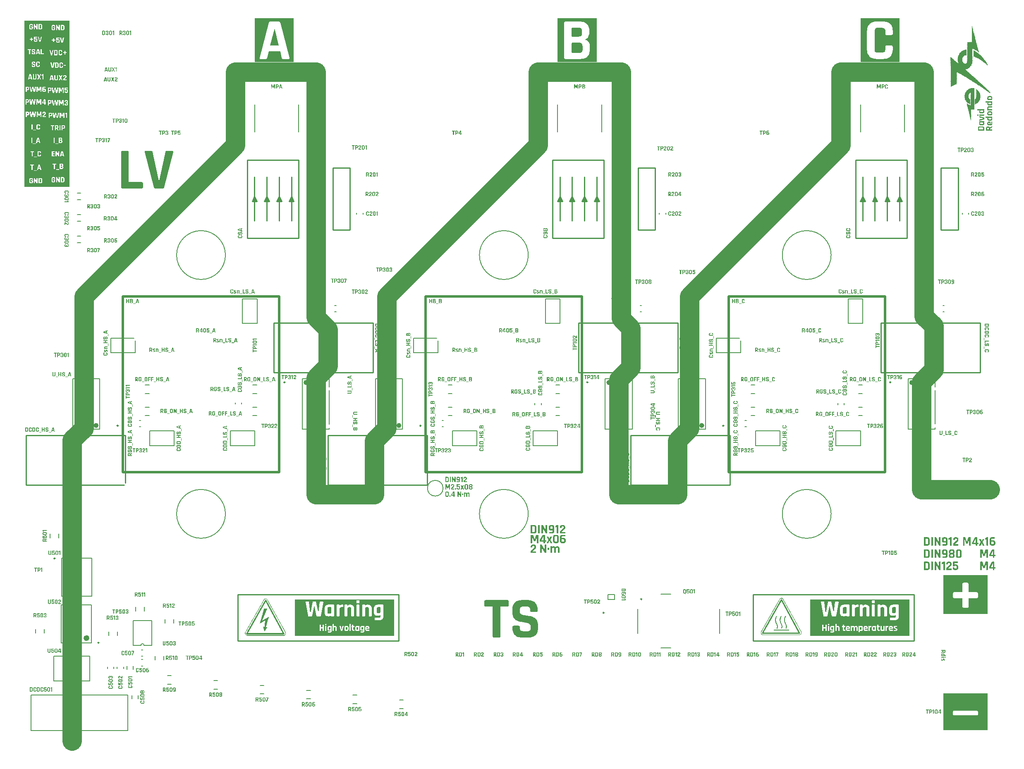
<source format=gto>
G04*
G04 #@! TF.GenerationSoftware,Altium Limited,Altium Designer,24.1.2 (44)*
G04*
G04 Layer_Color=65535*
%FSLAX44Y44*%
%MOMM*%
G71*
G04*
G04 #@! TF.SameCoordinates,58F03494-212B-4419-9BDC-3B7DEDD8265C*
G04*
G04*
G04 #@! TF.FilePolarity,Positive*
G04*
G01*
G75*
%ADD10C,0.2000*%
%ADD11C,0.2500*%
%ADD12C,0.5000*%
%ADD13C,0.6000*%
%ADD14C,0.1000*%
%ADD15C,4.0000*%
%ADD16C,0.2540*%
G36*
X1943684Y1483944D02*
X1943386D01*
Y1484242D01*
X1943684D01*
Y1483944D01*
D02*
G37*
G36*
X1943386Y1483647D02*
X1943684D01*
Y1482755D01*
X1943981D01*
Y1482457D01*
X1944279D01*
Y1482160D01*
X1943981D01*
Y1482457D01*
X1943684D01*
Y1482160D01*
X1943981D01*
Y1481862D01*
X1944279D01*
Y1480375D01*
X1944576D01*
Y1480077D01*
X1944874D01*
Y1479780D01*
X1944576D01*
Y1479482D01*
X1944874D01*
Y1479185D01*
X1944576D01*
Y1478887D01*
X1944874D01*
Y1478590D01*
X1945171D01*
Y1478292D01*
X1944874D01*
Y1477995D01*
X1945171D01*
Y1477697D01*
X1945469D01*
Y1477400D01*
X1945171D01*
Y1477697D01*
X1944874D01*
Y1477400D01*
X1945171D01*
Y1477103D01*
X1945469D01*
Y1476210D01*
X1945766D01*
Y1475913D01*
X1946064D01*
Y1475615D01*
X1945766D01*
Y1475913D01*
X1945469D01*
Y1475615D01*
X1945766D01*
Y1475318D01*
X1946064D01*
Y1475020D01*
X1945766D01*
Y1474723D01*
X1946064D01*
Y1473830D01*
X1946361D01*
Y1473533D01*
X1946064D01*
Y1473235D01*
X1946361D01*
Y1472938D01*
X1946658D01*
Y1472641D01*
X1946361D01*
Y1472938D01*
X1946064D01*
Y1472641D01*
X1946361D01*
Y1472343D01*
X1946658D01*
Y1471451D01*
X1946956D01*
Y1471153D01*
X1947253D01*
Y1470856D01*
X1946956D01*
Y1471153D01*
X1946658D01*
Y1470856D01*
X1946956D01*
Y1470558D01*
X1947253D01*
Y1470261D01*
X1946956D01*
Y1469963D01*
X1947253D01*
Y1469071D01*
X1947551D01*
Y1468773D01*
X1947848D01*
Y1468476D01*
X1947551D01*
Y1468773D01*
X1947253D01*
Y1468476D01*
X1947551D01*
Y1468178D01*
X1947848D01*
Y1467286D01*
X1948146D01*
Y1466989D01*
X1947848D01*
Y1466691D01*
X1948146D01*
Y1466393D01*
X1948443D01*
Y1466096D01*
X1948146D01*
Y1466393D01*
X1947848D01*
Y1466096D01*
X1948146D01*
Y1465799D01*
X1948443D01*
Y1464311D01*
X1948741D01*
Y1464014D01*
X1949038D01*
Y1463716D01*
X1948741D01*
Y1464014D01*
X1948443D01*
Y1463716D01*
X1948741D01*
Y1463419D01*
X1949038D01*
Y1462526D01*
X1949336D01*
Y1462229D01*
X1949038D01*
Y1461931D01*
X1949336D01*
Y1461634D01*
X1949633D01*
Y1461337D01*
X1949336D01*
Y1461634D01*
X1949038D01*
Y1461337D01*
X1949336D01*
Y1461039D01*
X1949633D01*
Y1459552D01*
X1949931D01*
Y1459254D01*
X1950228D01*
Y1458957D01*
X1949931D01*
Y1459254D01*
X1949633D01*
Y1458957D01*
X1949931D01*
Y1458659D01*
X1950228D01*
Y1457767D01*
X1950526D01*
Y1457469D01*
X1950228D01*
Y1457172D01*
X1950526D01*
Y1456874D01*
X1950823D01*
Y1456577D01*
X1950526D01*
Y1456874D01*
X1950228D01*
Y1456577D01*
X1950526D01*
Y1456279D01*
X1950823D01*
Y1454792D01*
X1951121D01*
Y1454495D01*
X1951418D01*
Y1454197D01*
X1951121D01*
Y1454495D01*
X1950823D01*
Y1454197D01*
X1951121D01*
Y1453900D01*
X1951418D01*
Y1453007D01*
X1951716D01*
Y1452710D01*
X1951418D01*
Y1452412D01*
X1951716D01*
Y1452115D01*
X1952013D01*
Y1451817D01*
X1951716D01*
Y1452115D01*
X1951418D01*
Y1451817D01*
X1951716D01*
Y1451520D01*
X1952013D01*
Y1450033D01*
X1952310D01*
Y1449735D01*
X1952608D01*
Y1449438D01*
X1952310D01*
Y1449140D01*
X1952608D01*
Y1448248D01*
X1952905D01*
Y1447950D01*
X1952608D01*
Y1447653D01*
X1952905D01*
Y1447355D01*
X1953203D01*
Y1447058D01*
X1952905D01*
Y1447355D01*
X1952608D01*
Y1447058D01*
X1952905D01*
Y1446760D01*
X1953203D01*
Y1445868D01*
X1953500D01*
Y1445570D01*
X1953798D01*
Y1445273D01*
X1953500D01*
Y1445570D01*
X1953203D01*
Y1445273D01*
X1953500D01*
Y1444975D01*
X1953798D01*
Y1444678D01*
X1953500D01*
Y1444380D01*
X1953798D01*
Y1443488D01*
X1954095D01*
Y1443191D01*
X1953798D01*
Y1442893D01*
X1954095D01*
Y1442596D01*
X1954393D01*
Y1442298D01*
X1954095D01*
Y1442001D01*
X1954393D01*
Y1441108D01*
X1954690D01*
Y1440811D01*
X1954988D01*
Y1440513D01*
X1954690D01*
Y1440811D01*
X1954393D01*
Y1440513D01*
X1954690D01*
Y1440216D01*
X1954988D01*
Y1439323D01*
X1955285D01*
Y1439026D01*
X1954988D01*
Y1438728D01*
X1955285D01*
Y1438431D01*
X1955583D01*
Y1438134D01*
X1955285D01*
Y1437836D01*
X1955583D01*
Y1436944D01*
X1955880D01*
Y1436646D01*
X1955583D01*
Y1436349D01*
X1955880D01*
Y1436051D01*
X1956178D01*
Y1435754D01*
X1955880D01*
Y1436051D01*
X1955583D01*
Y1435754D01*
X1955880D01*
Y1435456D01*
X1956178D01*
Y1435159D01*
X1956475D01*
Y1434861D01*
X1956178D01*
Y1434564D01*
X1956475D01*
Y1434266D01*
X1956773D01*
Y1433969D01*
X1956475D01*
Y1434266D01*
X1956178D01*
Y1433969D01*
X1956475D01*
Y1433672D01*
X1956773D01*
Y1433374D01*
X1956475D01*
Y1433076D01*
X1956773D01*
Y1432184D01*
X1957070D01*
Y1431887D01*
X1957368D01*
Y1431589D01*
X1957070D01*
Y1431887D01*
X1956773D01*
Y1431589D01*
X1957070D01*
Y1431292D01*
X1957368D01*
Y1430399D01*
X1957665D01*
Y1430102D01*
X1957368D01*
Y1429804D01*
X1957070D01*
Y1430399D01*
X1956475D01*
Y1430697D01*
X1956178D01*
Y1430994D01*
X1955880D01*
Y1431292D01*
X1955583D01*
Y1431589D01*
X1955285D01*
Y1431887D01*
X1954988D01*
Y1431589D01*
X1954690D01*
Y1432482D01*
X1954393D01*
Y1432184D01*
X1954095D01*
Y1432482D01*
X1953798D01*
Y1432779D01*
X1953500D01*
Y1433076D01*
X1953203D01*
Y1433374D01*
X1952905D01*
Y1433672D01*
X1952608D01*
Y1433374D01*
X1952310D01*
Y1433672D01*
X1952013D01*
Y1433969D01*
X1951716D01*
Y1434266D01*
X1951418D01*
Y1433969D01*
X1951121D01*
Y1434266D01*
X1950823D01*
Y1434564D01*
X1950526D01*
Y1434861D01*
X1950228D01*
Y1434564D01*
X1949931D01*
Y1435159D01*
X1949336D01*
Y1435456D01*
X1949038D01*
Y1435754D01*
X1948741D01*
Y1436051D01*
X1948443D01*
Y1435754D01*
X1948146D01*
Y1436051D01*
X1947848D01*
Y1436349D01*
X1947551D01*
Y1436646D01*
X1947253D01*
Y1436349D01*
X1946956D01*
Y1436646D01*
X1946658D01*
Y1436944D01*
X1946361D01*
Y1437241D01*
X1946064D01*
Y1436944D01*
X1946361D01*
Y1436646D01*
X1946064D01*
Y1436944D01*
X1945766D01*
Y1437241D01*
X1945469D01*
Y1436944D01*
X1945171D01*
Y1437241D01*
X1944874D01*
Y1436944D01*
X1944576D01*
Y1437241D01*
X1944279D01*
Y1436944D01*
X1943981D01*
Y1437241D01*
X1943684D01*
Y1436944D01*
X1943981D01*
Y1436646D01*
X1944279D01*
Y1420880D01*
X1944576D01*
Y1420583D01*
X1944279D01*
Y1419690D01*
X1944576D01*
Y1419393D01*
X1944279D01*
Y1418500D01*
X1944576D01*
Y1418203D01*
X1944279D01*
Y1417310D01*
X1944576D01*
Y1417013D01*
X1944279D01*
Y1416121D01*
X1944576D01*
Y1415823D01*
X1944279D01*
Y1414931D01*
X1944576D01*
Y1414633D01*
X1944279D01*
Y1414336D01*
X1944576D01*
Y1414038D01*
X1944279D01*
Y1413741D01*
X1944576D01*
Y1413443D01*
X1944279D01*
Y1412551D01*
X1944576D01*
Y1412253D01*
X1944279D01*
Y1410766D01*
X1943981D01*
Y1411064D01*
X1943684D01*
Y1410766D01*
X1943981D01*
Y1410469D01*
X1944279D01*
Y1410171D01*
X1943981D01*
Y1409874D01*
X1944279D01*
Y1409576D01*
X1943981D01*
Y1409874D01*
X1943684D01*
Y1409576D01*
X1943981D01*
Y1409279D01*
X1943684D01*
Y1408981D01*
X1943981D01*
Y1408684D01*
X1944279D01*
Y1408386D01*
X1943981D01*
Y1408684D01*
X1943684D01*
Y1408386D01*
X1943981D01*
Y1408089D01*
X1943684D01*
Y1407791D01*
X1943386D01*
Y1407494D01*
X1943684D01*
Y1407196D01*
X1943386D01*
Y1406899D01*
X1943684D01*
Y1406602D01*
X1943386D01*
Y1406899D01*
X1943089D01*
Y1406602D01*
X1943386D01*
Y1406304D01*
X1943089D01*
Y1406006D01*
X1942791D01*
Y1405709D01*
X1943089D01*
Y1405412D01*
X1942791D01*
Y1405709D01*
X1942494D01*
Y1405412D01*
X1942791D01*
Y1405114D01*
X1942494D01*
Y1404222D01*
X1942196D01*
Y1403924D01*
X1941899D01*
Y1403627D01*
X1941602D01*
Y1403329D01*
X1941899D01*
Y1403032D01*
X1941602D01*
Y1402734D01*
X1941304D01*
Y1402437D01*
X1941006D01*
Y1402139D01*
X1941304D01*
Y1401842D01*
X1941006D01*
Y1402139D01*
X1940709D01*
Y1401842D01*
X1941006D01*
Y1401544D01*
X1940709D01*
Y1401247D01*
X1940412D01*
Y1401544D01*
X1940114D01*
Y1401247D01*
X1940412D01*
Y1400950D01*
X1940114D01*
Y1400652D01*
X1939817D01*
Y1400354D01*
X1939519D01*
Y1400057D01*
X1939222D01*
Y1399760D01*
X1938924D01*
Y1399462D01*
X1938627D01*
Y1399165D01*
X1938329D01*
Y1398867D01*
X1938032D01*
Y1398570D01*
X1937734D01*
Y1398272D01*
X1937437D01*
Y1397975D01*
X1937139D01*
Y1397677D01*
X1936842D01*
Y1397975D01*
X1936544D01*
Y1397082D01*
X1936247D01*
Y1397380D01*
X1935950D01*
Y1397082D01*
X1935652D01*
Y1396785D01*
X1935354D01*
Y1396487D01*
X1934462D01*
Y1396190D01*
X1934165D01*
Y1395892D01*
X1933867D01*
Y1396190D01*
X1933570D01*
Y1395892D01*
X1933272D01*
Y1395595D01*
X1932975D01*
Y1395298D01*
X1932677D01*
Y1395595D01*
X1932380D01*
Y1395298D01*
X1932082D01*
Y1395595D01*
X1931785D01*
Y1395298D01*
X1931487D01*
Y1395000D01*
X1931190D01*
Y1395298D01*
X1930892D01*
Y1395595D01*
X1930595D01*
Y1395298D01*
X1930892D01*
Y1395000D01*
X1930595D01*
Y1394702D01*
X1930298D01*
Y1395000D01*
X1930000D01*
Y1394702D01*
X1930298D01*
Y1394405D01*
X1930595D01*
Y1394108D01*
X1930892D01*
Y1393810D01*
X1931190D01*
Y1393513D01*
X1931487D01*
Y1393215D01*
X1931785D01*
Y1392918D01*
X1932082D01*
Y1392620D01*
X1932380D01*
Y1392323D01*
X1932677D01*
Y1392025D01*
X1932975D01*
Y1391728D01*
X1933272D01*
Y1391430D01*
X1933570D01*
Y1391133D01*
X1933867D01*
Y1391430D01*
X1934165D01*
Y1390538D01*
X1934462D01*
Y1390835D01*
X1934760D01*
Y1390538D01*
X1935057D01*
Y1390240D01*
X1935354D01*
Y1389943D01*
X1935652D01*
Y1389646D01*
X1935950D01*
Y1389348D01*
X1936247D01*
Y1389050D01*
X1936544D01*
Y1388753D01*
X1936842D01*
Y1388456D01*
X1937139D01*
Y1388158D01*
X1937437D01*
Y1387861D01*
X1937734D01*
Y1387563D01*
X1938032D01*
Y1387861D01*
X1938329D01*
Y1386968D01*
X1938627D01*
Y1387266D01*
X1938924D01*
Y1386968D01*
X1939222D01*
Y1386671D01*
X1939519D01*
Y1386373D01*
X1939817D01*
Y1386076D01*
X1940114D01*
Y1385778D01*
X1940412D01*
Y1385481D01*
X1940709D01*
Y1385183D01*
X1941006D01*
Y1384886D01*
X1941304D01*
Y1384588D01*
X1941602D01*
Y1384291D01*
X1941899D01*
Y1383994D01*
X1942196D01*
Y1383696D01*
X1942494D01*
Y1383399D01*
X1942791D01*
Y1383101D01*
X1943089D01*
Y1382804D01*
X1943386D01*
Y1382506D01*
X1943684D01*
Y1382209D01*
X1943981D01*
Y1382506D01*
X1944279D01*
Y1381614D01*
X1944576D01*
Y1381911D01*
X1944874D01*
Y1381019D01*
X1945171D01*
Y1381316D01*
X1945469D01*
Y1381019D01*
X1945766D01*
Y1380721D01*
X1946064D01*
Y1380424D01*
X1946361D01*
Y1380126D01*
X1946658D01*
Y1379829D01*
X1946956D01*
Y1379531D01*
X1947253D01*
Y1379234D01*
X1947551D01*
Y1378936D01*
X1947848D01*
Y1378639D01*
X1948146D01*
Y1378342D01*
X1948443D01*
Y1378044D01*
X1949038D01*
Y1377449D01*
X1949336D01*
Y1377747D01*
X1949633D01*
Y1376854D01*
X1949931D01*
Y1377152D01*
X1950228D01*
Y1376854D01*
X1950526D01*
Y1376557D01*
X1950823D01*
Y1376259D01*
X1951121D01*
Y1375962D01*
X1951418D01*
Y1375664D01*
X1951716D01*
Y1375367D01*
X1952013D01*
Y1375069D01*
X1952310D01*
Y1374772D01*
X1952608D01*
Y1374474D01*
X1952905D01*
Y1374177D01*
X1953203D01*
Y1373879D01*
X1953500D01*
Y1373582D01*
X1953798D01*
Y1373284D01*
X1954095D01*
Y1372987D01*
X1954393D01*
Y1372690D01*
X1954690D01*
Y1372987D01*
X1954988D01*
Y1372095D01*
X1955285D01*
Y1372392D01*
X1955583D01*
Y1371500D01*
X1955880D01*
Y1371797D01*
X1956178D01*
Y1371500D01*
X1956475D01*
Y1371202D01*
X1956773D01*
Y1370905D01*
X1957070D01*
Y1370607D01*
X1957368D01*
Y1370310D01*
X1957665D01*
Y1370012D01*
X1957962D01*
Y1369715D01*
X1958260D01*
Y1369417D01*
X1958557D01*
Y1369120D01*
X1958855D01*
Y1368822D01*
X1959152D01*
Y1368525D01*
X1959450D01*
Y1368227D01*
X1959747D01*
Y1367930D01*
X1960045D01*
Y1367632D01*
X1960342D01*
Y1367335D01*
X1960640D01*
Y1367038D01*
X1960937D01*
Y1366740D01*
X1961532D01*
Y1366145D01*
X1961830D01*
Y1366443D01*
X1962127D01*
Y1365550D01*
X1962424D01*
Y1365848D01*
X1962722D01*
Y1364955D01*
X1963020D01*
Y1365253D01*
X1963317D01*
Y1364955D01*
X1963614D01*
Y1364658D01*
X1963912D01*
Y1364360D01*
X1964209D01*
Y1364063D01*
X1964507D01*
Y1363765D01*
X1964804D01*
Y1363468D01*
X1965102D01*
Y1363170D01*
X1965399D01*
Y1362873D01*
X1965697D01*
Y1362576D01*
X1965994D01*
Y1362278D01*
X1966292D01*
Y1361980D01*
X1966589D01*
Y1361683D01*
X1966887D01*
Y1361385D01*
X1967184D01*
Y1361088D01*
X1967482D01*
Y1360791D01*
X1967779D01*
Y1360493D01*
X1968076D01*
Y1360196D01*
X1968374D01*
Y1359898D01*
X1968672D01*
Y1359601D01*
X1968969D01*
Y1359303D01*
X1969266D01*
Y1359006D01*
X1969564D01*
Y1358708D01*
X1969861D01*
Y1358411D01*
X1970159D01*
Y1358113D01*
X1970456D01*
Y1357816D01*
X1970754D01*
Y1357518D01*
X1971051D01*
Y1357221D01*
X1971349D01*
Y1357518D01*
X1971646D01*
Y1356626D01*
X1971944D01*
Y1356923D01*
X1972241D01*
Y1356031D01*
X1972539D01*
Y1356328D01*
X1972836D01*
Y1355436D01*
X1973134D01*
Y1355734D01*
X1973431D01*
Y1354841D01*
X1973728D01*
Y1355139D01*
X1974026D01*
Y1354246D01*
X1974323D01*
Y1354544D01*
X1974621D01*
Y1353651D01*
X1974918D01*
Y1353949D01*
X1975216D01*
Y1353056D01*
X1975513D01*
Y1353354D01*
X1975811D01*
Y1352461D01*
X1976108D01*
Y1352759D01*
X1976406D01*
Y1352461D01*
X1976703D01*
Y1352164D01*
X1977001D01*
Y1351272D01*
X1977298D01*
Y1351569D01*
X1977596D01*
Y1351272D01*
X1977893D01*
Y1350974D01*
X1978191D01*
Y1350082D01*
X1978488D01*
Y1350379D01*
X1978786D01*
Y1349487D01*
X1979083D01*
Y1349784D01*
X1979380D01*
Y1348892D01*
X1979678D01*
Y1349189D01*
X1979975D01*
Y1348297D01*
X1980273D01*
Y1347999D01*
X1980570D01*
Y1347702D01*
X1980868D01*
Y1347404D01*
X1981165D01*
Y1347107D01*
X1981463D01*
Y1346809D01*
X1981760D01*
Y1346512D01*
X1981463D01*
Y1346809D01*
X1981165D01*
Y1346512D01*
X1981463D01*
Y1346214D01*
X1981165D01*
Y1346512D01*
X1980868D01*
Y1346809D01*
X1980570D01*
Y1346512D01*
X1980273D01*
Y1346809D01*
X1979975D01*
Y1347107D01*
X1979678D01*
Y1347404D01*
X1979380D01*
Y1347107D01*
X1979083D01*
Y1347702D01*
X1978488D01*
Y1347999D01*
X1978191D01*
Y1348297D01*
X1977893D01*
Y1348594D01*
X1977596D01*
Y1348892D01*
X1977298D01*
Y1349189D01*
X1977001D01*
Y1348892D01*
X1977298D01*
Y1348594D01*
X1977001D01*
Y1348892D01*
X1976703D01*
Y1349189D01*
X1976406D01*
Y1349487D01*
X1976108D01*
Y1349784D01*
X1975811D01*
Y1349487D01*
X1975513D01*
Y1350379D01*
X1975216D01*
Y1350082D01*
X1974918D01*
Y1350379D01*
X1974621D01*
Y1350677D01*
X1974323D01*
Y1350974D01*
X1974026D01*
Y1350677D01*
X1973728D01*
Y1351569D01*
X1973431D01*
Y1351272D01*
X1973134D01*
Y1351569D01*
X1972836D01*
Y1351866D01*
X1972539D01*
Y1352164D01*
X1972241D01*
Y1352461D01*
X1971944D01*
Y1352759D01*
X1971646D01*
Y1352461D01*
X1971349D01*
Y1352759D01*
X1971051D01*
Y1353056D01*
X1970754D01*
Y1353354D01*
X1970456D01*
Y1353651D01*
X1970159D01*
Y1353949D01*
X1969861D01*
Y1353651D01*
X1969564D01*
Y1353949D01*
X1969266D01*
Y1354246D01*
X1968969D01*
Y1354544D01*
X1968672D01*
Y1354841D01*
X1968374D01*
Y1355139D01*
X1968076D01*
Y1354841D01*
X1967779D01*
Y1355139D01*
X1967482D01*
Y1355436D01*
X1967184D01*
Y1355734D01*
X1966887D01*
Y1356031D01*
X1966589D01*
Y1356328D01*
X1966292D01*
Y1356031D01*
X1965994D01*
Y1356328D01*
X1965697D01*
Y1356626D01*
X1965399D01*
Y1356923D01*
X1965102D01*
Y1357221D01*
X1964804D01*
Y1357518D01*
X1964507D01*
Y1357221D01*
X1964209D01*
Y1358113D01*
X1963912D01*
Y1357816D01*
X1963614D01*
Y1358113D01*
X1963317D01*
Y1358411D01*
X1963020D01*
Y1358708D01*
X1962127D01*
Y1359006D01*
X1961830D01*
Y1359303D01*
X1961532D01*
Y1359601D01*
X1961235D01*
Y1359898D01*
X1960937D01*
Y1359601D01*
X1960640D01*
Y1360196D01*
X1960045D01*
Y1360493D01*
X1959747D01*
Y1360791D01*
X1959450D01*
Y1361088D01*
X1959152D01*
Y1361385D01*
X1958855D01*
Y1361683D01*
X1958557D01*
Y1361385D01*
X1958855D01*
Y1361088D01*
X1958557D01*
Y1361385D01*
X1958260D01*
Y1361683D01*
X1957962D01*
Y1361980D01*
X1957665D01*
Y1362278D01*
X1957368D01*
Y1361980D01*
X1957070D01*
Y1362576D01*
X1956475D01*
Y1362873D01*
X1956178D01*
Y1363170D01*
X1955880D01*
Y1363468D01*
X1955583D01*
Y1363170D01*
X1955285D01*
Y1363468D01*
X1954988D01*
Y1363765D01*
X1954690D01*
Y1364063D01*
X1954393D01*
Y1364360D01*
X1954095D01*
Y1364658D01*
X1953798D01*
Y1364360D01*
X1953500D01*
Y1364658D01*
X1953203D01*
Y1364955D01*
X1952905D01*
Y1365253D01*
X1952608D01*
Y1365550D01*
X1952310D01*
Y1365848D01*
X1952013D01*
Y1365550D01*
X1951716D01*
Y1365848D01*
X1951418D01*
Y1366145D01*
X1951121D01*
Y1366443D01*
X1950823D01*
Y1366740D01*
X1950526D01*
Y1367038D01*
X1950228D01*
Y1366740D01*
X1949931D01*
Y1367335D01*
X1949336D01*
Y1367632D01*
X1949038D01*
Y1367930D01*
X1948741D01*
Y1368227D01*
X1948443D01*
Y1367930D01*
X1948146D01*
Y1368227D01*
X1947848D01*
Y1368525D01*
X1947551D01*
Y1368822D01*
X1947253D01*
Y1368525D01*
X1946956D01*
Y1369120D01*
X1946361D01*
Y1369417D01*
X1946064D01*
Y1369715D01*
X1945766D01*
Y1370012D01*
X1945469D01*
Y1369715D01*
X1945171D01*
Y1370012D01*
X1944874D01*
Y1370310D01*
X1944576D01*
Y1370607D01*
X1944279D01*
Y1370310D01*
X1943981D01*
Y1371202D01*
X1943684D01*
Y1370905D01*
X1943386D01*
Y1371202D01*
X1943089D01*
Y1371500D01*
X1942791D01*
Y1371797D01*
X1942494D01*
Y1371500D01*
X1942196D01*
Y1371797D01*
X1941899D01*
Y1372095D01*
X1941602D01*
Y1372392D01*
X1941304D01*
Y1372690D01*
X1941006D01*
Y1372987D01*
X1940709D01*
Y1372690D01*
X1940412D01*
Y1373284D01*
X1939817D01*
Y1373582D01*
X1939519D01*
Y1373879D01*
X1939222D01*
Y1374177D01*
X1938924D01*
Y1373879D01*
X1938627D01*
Y1374177D01*
X1938329D01*
Y1374474D01*
X1938032D01*
Y1374772D01*
X1937734D01*
Y1375069D01*
X1937437D01*
Y1375367D01*
X1937139D01*
Y1375069D01*
X1936842D01*
Y1375367D01*
X1936544D01*
Y1375664D01*
X1936247D01*
Y1375962D01*
X1935950D01*
Y1375664D01*
X1935652D01*
Y1375962D01*
X1935354D01*
Y1376259D01*
X1935057D01*
Y1376557D01*
X1934760D01*
Y1376854D01*
X1934462D01*
Y1377152D01*
X1934165D01*
Y1376854D01*
X1933867D01*
Y1377152D01*
X1933570D01*
Y1377449D01*
X1933272D01*
Y1377747D01*
X1932975D01*
Y1378044D01*
X1932677D01*
Y1378342D01*
X1932380D01*
Y1378044D01*
X1932082D01*
Y1378342D01*
X1931785D01*
Y1378639D01*
X1931487D01*
Y1378936D01*
X1931190D01*
Y1378639D01*
X1930892D01*
Y1379531D01*
X1930595D01*
Y1379234D01*
X1930298D01*
Y1379531D01*
X1930000D01*
Y1379829D01*
X1929702D01*
Y1380126D01*
X1929405D01*
Y1379829D01*
X1929108D01*
Y1380126D01*
X1928810D01*
Y1380424D01*
X1928513D01*
Y1380721D01*
X1928215D01*
Y1380424D01*
X1927918D01*
Y1381019D01*
X1927323D01*
Y1381316D01*
X1927025D01*
Y1381614D01*
X1926728D01*
Y1381911D01*
X1926430D01*
Y1381614D01*
X1926133D01*
Y1381911D01*
X1925835D01*
Y1382209D01*
X1925538D01*
Y1382506D01*
X1925240D01*
Y1382209D01*
X1924943D01*
Y1383101D01*
X1924646D01*
Y1382804D01*
X1924348D01*
Y1383101D01*
X1924050D01*
Y1383399D01*
X1923753D01*
Y1383696D01*
X1923456D01*
Y1383399D01*
X1923158D01*
Y1383696D01*
X1922861D01*
Y1383994D01*
X1922563D01*
Y1384291D01*
X1922266D01*
Y1383994D01*
X1921968D01*
Y1384291D01*
X1921671D01*
Y1384588D01*
X1921373D01*
Y1384886D01*
X1921076D01*
Y1385183D01*
X1920778D01*
Y1385481D01*
X1920481D01*
Y1385183D01*
X1920183D01*
Y1385481D01*
X1919886D01*
Y1385778D01*
X1919588D01*
Y1386076D01*
X1919291D01*
Y1385778D01*
X1918994D01*
Y1386076D01*
X1918696D01*
Y1386373D01*
X1918399D01*
Y1386671D01*
X1918101D01*
Y1386373D01*
X1917804D01*
Y1386671D01*
X1917506D01*
Y1386968D01*
X1917209D01*
Y1387266D01*
X1916911D01*
Y1386968D01*
X1916614D01*
Y1387563D01*
X1916019D01*
Y1387861D01*
X1915721D01*
Y1387563D01*
X1915424D01*
Y1387861D01*
X1915126D01*
Y1388158D01*
X1914829D01*
Y1388456D01*
X1914531D01*
Y1388158D01*
X1914234D01*
Y1388753D01*
X1913639D01*
Y1389050D01*
X1913342D01*
Y1388753D01*
X1913044D01*
Y1389050D01*
X1912747D01*
Y1389348D01*
X1912449D01*
Y1389050D01*
X1912747D01*
Y1388753D01*
X1912449D01*
Y1389050D01*
X1912152D01*
Y1388753D01*
X1912449D01*
Y1388456D01*
X1912152D01*
Y1388158D01*
X1912449D01*
Y1387861D01*
X1912152D01*
Y1387563D01*
X1912449D01*
Y1387266D01*
X1912152D01*
Y1386968D01*
X1912449D01*
Y1386671D01*
X1912152D01*
Y1386373D01*
X1912449D01*
Y1386076D01*
X1912152D01*
Y1385778D01*
X1912449D01*
Y1385481D01*
X1912152D01*
Y1385183D01*
X1912449D01*
Y1384886D01*
X1912152D01*
Y1384588D01*
X1912449D01*
Y1384291D01*
X1912152D01*
Y1383994D01*
X1912449D01*
Y1383696D01*
X1912152D01*
Y1383399D01*
X1912449D01*
Y1383101D01*
X1912152D01*
Y1382804D01*
X1912449D01*
Y1382506D01*
X1912152D01*
Y1382209D01*
X1912449D01*
Y1381911D01*
X1912152D01*
Y1381614D01*
X1912449D01*
Y1381316D01*
X1912152D01*
Y1381019D01*
X1912449D01*
Y1380721D01*
X1912152D01*
Y1380424D01*
X1912449D01*
Y1380126D01*
X1912152D01*
Y1379829D01*
X1912449D01*
Y1379531D01*
X1912152D01*
Y1379234D01*
X1912449D01*
Y1378936D01*
X1912152D01*
Y1378639D01*
X1912449D01*
Y1378342D01*
X1912152D01*
Y1378044D01*
X1912449D01*
Y1377747D01*
X1912152D01*
Y1377449D01*
X1912449D01*
Y1377152D01*
X1912152D01*
Y1376854D01*
X1912449D01*
Y1376557D01*
X1912152D01*
Y1376259D01*
X1912449D01*
Y1375962D01*
X1912152D01*
Y1375664D01*
X1912449D01*
Y1375367D01*
X1912152D01*
Y1375069D01*
X1912449D01*
Y1374772D01*
X1912152D01*
Y1374474D01*
X1912449D01*
Y1374177D01*
X1912152D01*
Y1373879D01*
X1912449D01*
Y1373582D01*
X1912152D01*
Y1373284D01*
X1912449D01*
Y1372987D01*
X1912152D01*
Y1372690D01*
X1912449D01*
Y1372392D01*
X1912152D01*
Y1372095D01*
X1912449D01*
Y1371797D01*
X1912152D01*
Y1371500D01*
X1912449D01*
Y1371202D01*
X1912152D01*
Y1370905D01*
X1912449D01*
Y1370607D01*
X1912152D01*
Y1370310D01*
X1912449D01*
Y1370012D01*
X1912152D01*
Y1369715D01*
X1912449D01*
Y1369417D01*
X1912152D01*
Y1369120D01*
X1912449D01*
Y1368822D01*
X1912152D01*
Y1368525D01*
X1912449D01*
Y1368227D01*
X1912152D01*
Y1367930D01*
X1912449D01*
Y1367632D01*
X1912152D01*
Y1367335D01*
X1912449D01*
Y1367038D01*
X1912152D01*
Y1366145D01*
X1911854D01*
Y1365848D01*
X1911557D01*
Y1364955D01*
X1911259D01*
Y1365253D01*
X1910962D01*
Y1364955D01*
X1910664D01*
Y1364658D01*
X1910367D01*
Y1364360D01*
X1910069D01*
Y1364658D01*
X1909772D01*
Y1364360D01*
X1909474D01*
Y1364658D01*
X1909177D01*
Y1364360D01*
X1909474D01*
Y1364063D01*
X1909177D01*
Y1363765D01*
X1908879D01*
Y1364063D01*
X1908582D01*
Y1363765D01*
X1908284D01*
Y1363468D01*
X1907987D01*
Y1363170D01*
X1907690D01*
Y1363468D01*
X1907392D01*
Y1363170D01*
X1907095D01*
Y1362873D01*
X1906797D01*
Y1362576D01*
X1906500D01*
Y1362873D01*
X1906202D01*
Y1362576D01*
X1905905D01*
Y1362278D01*
X1905607D01*
Y1361980D01*
X1905310D01*
Y1362278D01*
X1905012D01*
Y1361980D01*
X1904715D01*
Y1362278D01*
X1904417D01*
Y1361980D01*
X1904715D01*
Y1361683D01*
X1904417D01*
Y1361385D01*
X1904120D01*
Y1361683D01*
X1903822D01*
Y1361385D01*
X1903227D01*
Y1360791D01*
X1902930D01*
Y1361088D01*
X1902632D01*
Y1360791D01*
X1902335D01*
Y1361088D01*
X1902038D01*
Y1360791D01*
X1902335D01*
Y1360493D01*
X1901443D01*
Y1360196D01*
X1900550D01*
Y1359898D01*
X1900253D01*
Y1359601D01*
X1899955D01*
Y1360493D01*
X1899658D01*
Y1360791D01*
X1899955D01*
Y1361088D01*
X1899658D01*
Y1361385D01*
X1899955D01*
Y1361683D01*
X1899658D01*
Y1361980D01*
X1899955D01*
Y1362278D01*
X1899658D01*
Y1362576D01*
X1899955D01*
Y1362873D01*
X1899658D01*
Y1363170D01*
X1899955D01*
Y1363468D01*
X1899658D01*
Y1363765D01*
X1899360D01*
Y1364063D01*
X1899658D01*
Y1363765D01*
X1899955D01*
Y1364063D01*
X1899658D01*
Y1364360D01*
X1899955D01*
Y1364658D01*
X1899658D01*
Y1364955D01*
X1899955D01*
Y1365253D01*
X1899658D01*
Y1365550D01*
X1899955D01*
Y1365848D01*
X1899658D01*
Y1366145D01*
X1899360D01*
Y1366443D01*
X1899658D01*
Y1366145D01*
X1899955D01*
Y1366443D01*
X1899658D01*
Y1366740D01*
X1899955D01*
Y1367038D01*
X1899658D01*
Y1367335D01*
X1899955D01*
Y1367632D01*
X1899658D01*
Y1367930D01*
X1899955D01*
Y1368227D01*
X1899658D01*
Y1368525D01*
X1899360D01*
Y1368822D01*
X1899658D01*
Y1368525D01*
X1899955D01*
Y1368822D01*
X1899658D01*
Y1369120D01*
X1899955D01*
Y1369417D01*
X1899658D01*
Y1369715D01*
X1899955D01*
Y1370012D01*
X1899658D01*
Y1370310D01*
X1899955D01*
Y1370607D01*
X1899658D01*
Y1370905D01*
X1899360D01*
Y1371202D01*
X1899658D01*
Y1370905D01*
X1899955D01*
Y1371202D01*
X1899658D01*
Y1371500D01*
X1899955D01*
Y1371797D01*
X1899658D01*
Y1372095D01*
X1899955D01*
Y1372392D01*
X1899658D01*
Y1372690D01*
X1899955D01*
Y1372987D01*
X1899658D01*
Y1373284D01*
X1899955D01*
Y1373582D01*
X1899658D01*
Y1373879D01*
X1899955D01*
Y1374177D01*
X1899658D01*
Y1374474D01*
X1899955D01*
Y1374772D01*
X1899658D01*
Y1375069D01*
X1899955D01*
Y1375367D01*
X1899658D01*
Y1375664D01*
X1899955D01*
Y1375962D01*
X1899658D01*
Y1376259D01*
X1899955D01*
Y1376557D01*
X1899658D01*
Y1376854D01*
X1899955D01*
Y1377152D01*
X1899658D01*
Y1377449D01*
X1899955D01*
Y1377747D01*
X1899658D01*
Y1378044D01*
X1899955D01*
Y1378342D01*
X1899658D01*
Y1378639D01*
X1899955D01*
Y1378936D01*
X1899658D01*
Y1379234D01*
X1899955D01*
Y1379531D01*
X1899658D01*
Y1379829D01*
X1899955D01*
Y1380126D01*
X1899658D01*
Y1380424D01*
X1899955D01*
Y1380721D01*
X1899658D01*
Y1381019D01*
X1899955D01*
Y1381316D01*
X1899658D01*
Y1381614D01*
X1899955D01*
Y1381911D01*
X1899658D01*
Y1382209D01*
X1899955D01*
Y1382506D01*
X1899658D01*
Y1382804D01*
X1899955D01*
Y1383101D01*
X1899658D01*
Y1383399D01*
X1899955D01*
Y1383696D01*
X1899658D01*
Y1383994D01*
X1899955D01*
Y1384291D01*
X1899658D01*
Y1384588D01*
X1899955D01*
Y1384886D01*
X1899658D01*
Y1385183D01*
X1899955D01*
Y1385481D01*
X1899658D01*
Y1385778D01*
X1899955D01*
Y1386076D01*
X1899658D01*
Y1386373D01*
X1899955D01*
Y1386671D01*
X1899658D01*
Y1386968D01*
X1899955D01*
Y1387266D01*
X1899658D01*
Y1387563D01*
X1899955D01*
Y1387861D01*
X1899658D01*
Y1388158D01*
X1899955D01*
Y1388456D01*
X1899658D01*
Y1388753D01*
X1899955D01*
Y1389050D01*
X1899658D01*
Y1389348D01*
X1899955D01*
Y1389646D01*
X1899658D01*
Y1389943D01*
X1899955D01*
Y1390240D01*
X1899658D01*
Y1390538D01*
X1899955D01*
Y1390835D01*
X1899658D01*
Y1391133D01*
X1899955D01*
Y1391430D01*
X1899658D01*
Y1391728D01*
X1899955D01*
Y1392025D01*
X1899658D01*
Y1392323D01*
X1899955D01*
Y1392620D01*
X1899658D01*
Y1392918D01*
X1899955D01*
Y1393215D01*
X1899658D01*
Y1393513D01*
X1899955D01*
Y1393810D01*
X1899658D01*
Y1394108D01*
X1899955D01*
Y1394405D01*
X1899658D01*
Y1394702D01*
X1899955D01*
Y1395000D01*
X1899658D01*
Y1395298D01*
X1899955D01*
Y1395595D01*
X1899658D01*
Y1395892D01*
X1899955D01*
Y1396190D01*
X1899658D01*
Y1396487D01*
X1899955D01*
Y1396785D01*
X1899658D01*
Y1397082D01*
X1899955D01*
Y1397380D01*
X1899658D01*
Y1397677D01*
X1899955D01*
Y1397975D01*
X1899658D01*
Y1398272D01*
X1899955D01*
Y1398570D01*
X1899658D01*
Y1398867D01*
X1899955D01*
Y1399165D01*
X1899658D01*
Y1399462D01*
X1899955D01*
Y1399760D01*
X1899658D01*
Y1400057D01*
X1899955D01*
Y1400354D01*
X1899658D01*
Y1400652D01*
X1899955D01*
Y1400950D01*
X1899658D01*
Y1401247D01*
X1899955D01*
Y1401544D01*
X1899658D01*
Y1401842D01*
X1899955D01*
Y1402139D01*
X1899658D01*
Y1402437D01*
X1899955D01*
Y1402734D01*
X1899658D01*
Y1403032D01*
X1899360D01*
Y1403329D01*
X1899658D01*
Y1403032D01*
X1899955D01*
Y1403329D01*
X1899658D01*
Y1403627D01*
X1899360D01*
Y1403924D01*
X1899658D01*
Y1403627D01*
X1899955D01*
Y1403924D01*
X1899658D01*
Y1404222D01*
X1899360D01*
Y1404519D01*
X1899658D01*
Y1404222D01*
X1899955D01*
Y1404519D01*
X1899658D01*
Y1404817D01*
X1899360D01*
Y1405114D01*
X1899658D01*
Y1404817D01*
X1899955D01*
Y1405114D01*
X1899658D01*
Y1405412D01*
X1899360D01*
Y1405709D01*
X1899658D01*
Y1405412D01*
X1899955D01*
Y1405709D01*
X1899658D01*
Y1406006D01*
X1899360D01*
Y1406304D01*
X1899658D01*
Y1406006D01*
X1899955D01*
Y1406304D01*
X1899658D01*
Y1406602D01*
X1899360D01*
Y1406899D01*
X1899658D01*
Y1406602D01*
X1899955D01*
Y1406899D01*
X1899658D01*
Y1407196D01*
X1899360D01*
Y1407494D01*
X1899658D01*
Y1407196D01*
X1899955D01*
Y1407494D01*
X1899658D01*
Y1407791D01*
X1899360D01*
Y1408089D01*
X1899658D01*
Y1407791D01*
X1899955D01*
Y1408089D01*
X1899658D01*
Y1408386D01*
X1899360D01*
Y1408684D01*
X1899658D01*
Y1408386D01*
X1899955D01*
Y1408684D01*
X1899658D01*
Y1408981D01*
X1899360D01*
Y1409279D01*
X1899658D01*
Y1409576D01*
X1899360D01*
Y1409874D01*
X1899658D01*
Y1409576D01*
X1899955D01*
Y1409874D01*
X1899658D01*
Y1410171D01*
X1899360D01*
Y1410469D01*
X1899658D01*
Y1410766D01*
X1899360D01*
Y1411064D01*
X1899658D01*
Y1410766D01*
X1899955D01*
Y1411064D01*
X1899658D01*
Y1411361D01*
X1899360D01*
Y1412253D01*
X1899658D01*
Y1412551D01*
X1899360D01*
Y1417013D01*
X1899063D01*
Y1417310D01*
X1899360D01*
Y1417608D01*
X1899063D01*
Y1417905D01*
X1898765D01*
Y1418203D01*
X1899063D01*
Y1417905D01*
X1899360D01*
Y1418203D01*
X1899063D01*
Y1418500D01*
X1899360D01*
Y1418798D01*
X1899063D01*
Y1419095D01*
X1898765D01*
Y1419393D01*
X1899063D01*
Y1419095D01*
X1899360D01*
Y1419393D01*
X1899063D01*
Y1419690D01*
X1899360D01*
Y1419988D01*
X1899063D01*
Y1420285D01*
X1898765D01*
Y1420583D01*
X1899063D01*
Y1420285D01*
X1899360D01*
Y1420583D01*
X1899063D01*
Y1420880D01*
X1899360D01*
Y1420583D01*
X1899658D01*
Y1420285D01*
X1899955D01*
Y1419988D01*
X1900253D01*
Y1419690D01*
X1900550D01*
Y1419393D01*
X1900848D01*
Y1419095D01*
X1901145D01*
Y1419393D01*
X1901443D01*
Y1418500D01*
X1901740D01*
Y1418798D01*
X1902038D01*
Y1418500D01*
X1902335D01*
Y1418203D01*
X1902632D01*
Y1417905D01*
X1902930D01*
Y1417608D01*
X1903227D01*
Y1417310D01*
X1903525D01*
Y1417013D01*
X1903822D01*
Y1416716D01*
X1904417D01*
Y1416121D01*
X1904715D01*
Y1416418D01*
X1905012D01*
Y1416121D01*
X1905310D01*
Y1415823D01*
X1905607D01*
Y1415526D01*
X1905905D01*
Y1415228D01*
X1906202D01*
Y1414931D01*
X1906500D01*
Y1414633D01*
X1906797D01*
Y1414336D01*
X1907095D01*
Y1414038D01*
X1907392D01*
Y1413741D01*
X1907690D01*
Y1413443D01*
X1907987D01*
Y1413146D01*
X1908284D01*
Y1413443D01*
X1908582D01*
Y1412551D01*
X1908879D01*
Y1412848D01*
X1909177D01*
Y1411956D01*
X1909474D01*
Y1412253D01*
X1909772D01*
Y1411956D01*
X1910069D01*
Y1411658D01*
X1910367D01*
Y1411361D01*
X1910664D01*
Y1411064D01*
X1910962D01*
Y1410766D01*
X1911259D01*
Y1410469D01*
X1911557D01*
Y1410171D01*
X1912152D01*
Y1409576D01*
X1912747D01*
Y1408981D01*
X1913044D01*
Y1409279D01*
X1913342D01*
Y1408981D01*
X1913639D01*
Y1408684D01*
X1913936D01*
Y1408386D01*
X1914234D01*
Y1408089D01*
X1914531D01*
Y1407791D01*
X1914829D01*
Y1407494D01*
X1915126D01*
Y1407196D01*
X1915424D01*
Y1408089D01*
X1915126D01*
Y1408386D01*
X1915424D01*
Y1408684D01*
X1915126D01*
Y1408981D01*
X1914829D01*
Y1409874D01*
X1914531D01*
Y1410171D01*
X1914234D01*
Y1410469D01*
X1914531D01*
Y1410171D01*
X1914829D01*
Y1410469D01*
X1914531D01*
Y1410766D01*
X1914234D01*
Y1411064D01*
X1914531D01*
Y1411361D01*
X1914234D01*
Y1411658D01*
X1914531D01*
Y1411956D01*
X1914234D01*
Y1412848D01*
X1913936D01*
Y1413146D01*
X1914234D01*
Y1413443D01*
X1913936D01*
Y1413741D01*
X1914234D01*
Y1414038D01*
X1913936D01*
Y1414336D01*
X1914234D01*
Y1414633D01*
X1913936D01*
Y1414931D01*
X1914234D01*
Y1415228D01*
X1913936D01*
Y1415526D01*
X1914234D01*
Y1415823D01*
X1913936D01*
Y1416121D01*
X1914234D01*
Y1416418D01*
X1913936D01*
Y1416716D01*
X1914234D01*
Y1418798D01*
X1914531D01*
Y1419095D01*
X1914234D01*
Y1419393D01*
X1914531D01*
Y1419690D01*
X1914234D01*
Y1419988D01*
X1914531D01*
Y1419690D01*
X1914829D01*
Y1419988D01*
X1914531D01*
Y1420285D01*
X1914829D01*
Y1420583D01*
X1914531D01*
Y1420880D01*
X1914829D01*
Y1421773D01*
X1915126D01*
Y1421475D01*
X1915424D01*
Y1421773D01*
X1915126D01*
Y1422070D01*
X1914829D01*
Y1422368D01*
X1915126D01*
Y1422070D01*
X1915424D01*
Y1422368D01*
X1915126D01*
Y1422665D01*
X1915424D01*
Y1423557D01*
X1915721D01*
Y1423855D01*
X1915424D01*
Y1424152D01*
X1915721D01*
Y1423855D01*
X1916019D01*
Y1424152D01*
X1915721D01*
Y1424450D01*
X1916019D01*
Y1424747D01*
X1916316D01*
Y1425045D01*
X1916019D01*
Y1425342D01*
X1916316D01*
Y1425045D01*
X1916614D01*
Y1425342D01*
X1916316D01*
Y1425640D01*
X1916614D01*
Y1425937D01*
X1916911D01*
Y1426235D01*
X1916614D01*
Y1426532D01*
X1916911D01*
Y1426235D01*
X1917209D01*
Y1426532D01*
X1916911D01*
Y1426830D01*
X1917209D01*
Y1427127D01*
X1917506D01*
Y1427425D01*
X1917804D01*
Y1428317D01*
X1918101D01*
Y1428020D01*
X1918399D01*
Y1428317D01*
X1918101D01*
Y1428614D01*
X1918399D01*
Y1428912D01*
X1918696D01*
Y1428614D01*
X1918994D01*
Y1428912D01*
X1918696D01*
Y1429209D01*
X1918994D01*
Y1429507D01*
X1919291D01*
Y1429804D01*
X1919588D01*
Y1430102D01*
X1919886D01*
Y1430399D01*
X1920183D01*
Y1430697D01*
X1920481D01*
Y1430994D01*
X1920778D01*
Y1431292D01*
X1921076D01*
Y1431589D01*
X1921373D01*
Y1431887D01*
X1921671D01*
Y1432184D01*
X1921968D01*
Y1432482D01*
X1922266D01*
Y1432184D01*
X1922563D01*
Y1433076D01*
X1922861D01*
Y1432779D01*
X1923158D01*
Y1433076D01*
X1923456D01*
Y1433374D01*
X1923753D01*
Y1433672D01*
X1924050D01*
Y1433374D01*
X1924348D01*
Y1433672D01*
X1924646D01*
Y1433969D01*
X1924943D01*
Y1434266D01*
X1925240D01*
Y1433969D01*
X1925538D01*
Y1434266D01*
X1925835D01*
Y1434564D01*
X1926133D01*
Y1434861D01*
X1926430D01*
Y1434564D01*
X1926728D01*
Y1434861D01*
X1927025D01*
Y1434564D01*
X1927323D01*
Y1435159D01*
X1927918D01*
Y1435456D01*
X1928215D01*
Y1435159D01*
X1928513D01*
Y1435456D01*
X1928810D01*
Y1435159D01*
X1929108D01*
Y1435456D01*
X1929405D01*
Y1435754D01*
X1929702D01*
Y1435456D01*
X1930000D01*
Y1435754D01*
X1930298D01*
Y1435456D01*
X1930595D01*
Y1435754D01*
X1930892D01*
Y1435456D01*
X1931190D01*
Y1435754D01*
X1930892D01*
Y1436051D01*
X1931190D01*
Y1435754D01*
X1931487D01*
Y1435456D01*
X1931785D01*
Y1435159D01*
X1932082D01*
Y1434861D01*
X1932380D01*
Y1434564D01*
X1932082D01*
Y1434861D01*
X1931785D01*
Y1434564D01*
X1932082D01*
Y1434266D01*
X1931785D01*
Y1433969D01*
X1932082D01*
Y1433672D01*
X1932380D01*
Y1433374D01*
X1932082D01*
Y1433672D01*
X1931785D01*
Y1433374D01*
X1932082D01*
Y1433076D01*
X1931785D01*
Y1432779D01*
X1932082D01*
Y1432482D01*
X1932380D01*
Y1432184D01*
X1932082D01*
Y1432482D01*
X1931785D01*
Y1432184D01*
X1932082D01*
Y1431887D01*
X1931785D01*
Y1431589D01*
X1932082D01*
Y1431292D01*
X1932380D01*
Y1430994D01*
X1932082D01*
Y1431292D01*
X1931785D01*
Y1430994D01*
X1932082D01*
Y1430697D01*
X1931785D01*
Y1430399D01*
X1932082D01*
Y1430102D01*
X1932380D01*
Y1429804D01*
X1932082D01*
Y1430102D01*
X1931785D01*
Y1429804D01*
X1932082D01*
Y1429507D01*
X1931785D01*
Y1429209D01*
X1932082D01*
Y1428912D01*
X1932380D01*
Y1428614D01*
X1932082D01*
Y1428912D01*
X1931785D01*
Y1428614D01*
X1932082D01*
Y1428317D01*
X1931785D01*
Y1428020D01*
X1932082D01*
Y1427722D01*
X1932380D01*
Y1427425D01*
X1932082D01*
Y1427722D01*
X1931785D01*
Y1427425D01*
X1932082D01*
Y1427127D01*
X1931785D01*
Y1426830D01*
X1932082D01*
Y1426532D01*
X1932380D01*
Y1426235D01*
X1932082D01*
Y1426532D01*
X1931785D01*
Y1426235D01*
X1932082D01*
Y1425937D01*
X1931785D01*
Y1425640D01*
X1932082D01*
Y1425342D01*
X1932380D01*
Y1425045D01*
X1932082D01*
Y1425342D01*
X1931785D01*
Y1425045D01*
X1932082D01*
Y1424747D01*
X1931785D01*
Y1423855D01*
X1931487D01*
Y1424152D01*
X1931190D01*
Y1423855D01*
X1930892D01*
Y1424152D01*
X1930595D01*
Y1423855D01*
X1930298D01*
Y1424152D01*
X1930000D01*
Y1423855D01*
X1929702D01*
Y1424152D01*
X1929405D01*
Y1423855D01*
X1929108D01*
Y1423557D01*
X1928810D01*
Y1423260D01*
X1928513D01*
Y1423557D01*
X1928215D01*
Y1423260D01*
X1927918D01*
Y1422962D01*
X1927620D01*
Y1422665D01*
X1927323D01*
Y1422962D01*
X1927025D01*
Y1422665D01*
X1927323D01*
Y1422368D01*
X1927025D01*
Y1422070D01*
X1926728D01*
Y1422368D01*
X1926430D01*
Y1422070D01*
X1926133D01*
Y1421773D01*
X1925835D01*
Y1421475D01*
X1925538D01*
Y1421178D01*
X1925240D01*
Y1420285D01*
X1924943D01*
Y1420583D01*
X1924646D01*
Y1420285D01*
X1924943D01*
Y1419988D01*
X1924646D01*
Y1419690D01*
X1924348D01*
Y1419393D01*
X1924646D01*
Y1419095D01*
X1924348D01*
Y1418798D01*
X1924050D01*
Y1417905D01*
X1923753D01*
Y1417608D01*
X1924050D01*
Y1417310D01*
X1923753D01*
Y1417013D01*
X1924050D01*
Y1416716D01*
X1923753D01*
Y1417013D01*
X1923456D01*
Y1416716D01*
X1923753D01*
Y1416418D01*
X1923456D01*
Y1416121D01*
X1923753D01*
Y1415823D01*
X1924050D01*
Y1415526D01*
X1923753D01*
Y1415823D01*
X1923456D01*
Y1415526D01*
X1923753D01*
Y1415228D01*
X1923456D01*
Y1414931D01*
X1923753D01*
Y1414633D01*
X1924050D01*
Y1414336D01*
X1923753D01*
Y1414633D01*
X1923456D01*
Y1414336D01*
X1923753D01*
Y1414038D01*
X1924050D01*
Y1413741D01*
X1923753D01*
Y1414038D01*
X1923456D01*
Y1413741D01*
X1923753D01*
Y1413443D01*
X1924050D01*
Y1413146D01*
X1923753D01*
Y1413443D01*
X1923456D01*
Y1413146D01*
X1923753D01*
Y1412848D01*
X1924050D01*
Y1411956D01*
X1924348D01*
Y1411658D01*
X1924646D01*
Y1411361D01*
X1924348D01*
Y1411658D01*
X1924050D01*
Y1411361D01*
X1924348D01*
Y1411064D01*
X1924646D01*
Y1410171D01*
X1924943D01*
Y1409874D01*
X1925240D01*
Y1409576D01*
X1924943D01*
Y1409874D01*
X1924646D01*
Y1409576D01*
X1924943D01*
Y1409279D01*
X1925240D01*
Y1408981D01*
X1925538D01*
Y1408684D01*
X1925835D01*
Y1408386D01*
X1926133D01*
Y1408089D01*
X1926430D01*
Y1407791D01*
X1926728D01*
Y1407494D01*
X1927025D01*
Y1407196D01*
X1927323D01*
Y1406899D01*
X1927620D01*
Y1406602D01*
X1927918D01*
Y1406899D01*
X1928215D01*
Y1406602D01*
X1928513D01*
Y1406899D01*
X1928810D01*
Y1406602D01*
X1929108D01*
Y1406899D01*
X1929405D01*
Y1406602D01*
X1929702D01*
Y1406899D01*
X1930000D01*
Y1406602D01*
X1930298D01*
Y1406899D01*
X1930595D01*
Y1407196D01*
X1930892D01*
Y1407494D01*
X1931190D01*
Y1407791D01*
X1931487D01*
Y1408089D01*
X1931785D01*
Y1408386D01*
X1932082D01*
Y1408684D01*
X1932380D01*
Y1408981D01*
X1932677D01*
Y1409874D01*
X1932975D01*
Y1409576D01*
X1933272D01*
Y1409874D01*
X1932975D01*
Y1410171D01*
X1933272D01*
Y1411064D01*
X1933570D01*
Y1411361D01*
X1933272D01*
Y1411658D01*
X1933570D01*
Y1411361D01*
X1933867D01*
Y1411658D01*
X1933570D01*
Y1411956D01*
X1933272D01*
Y1412253D01*
X1933570D01*
Y1411956D01*
X1933867D01*
Y1412253D01*
X1933570D01*
Y1412551D01*
X1933867D01*
Y1412848D01*
X1933570D01*
Y1413146D01*
X1933272D01*
Y1413443D01*
X1933570D01*
Y1413146D01*
X1933867D01*
Y1413443D01*
X1933570D01*
Y1413741D01*
X1933867D01*
Y1414038D01*
X1933570D01*
Y1414336D01*
X1933272D01*
Y1414633D01*
X1933570D01*
Y1414336D01*
X1933867D01*
Y1414633D01*
X1933570D01*
Y1414931D01*
X1933867D01*
Y1415228D01*
X1933570D01*
Y1415526D01*
X1933272D01*
Y1415823D01*
X1933570D01*
Y1415526D01*
X1933867D01*
Y1415823D01*
X1933570D01*
Y1416121D01*
X1933867D01*
Y1416418D01*
X1933570D01*
Y1416716D01*
X1933272D01*
Y1417013D01*
X1933570D01*
Y1416716D01*
X1933867D01*
Y1417013D01*
X1933570D01*
Y1417310D01*
X1933867D01*
Y1417608D01*
X1933570D01*
Y1417905D01*
X1933272D01*
Y1418203D01*
X1933570D01*
Y1417905D01*
X1933867D01*
Y1418203D01*
X1933570D01*
Y1418500D01*
X1933867D01*
Y1418798D01*
X1933570D01*
Y1419095D01*
X1933272D01*
Y1419393D01*
X1933570D01*
Y1419095D01*
X1933867D01*
Y1419393D01*
X1933570D01*
Y1419690D01*
X1933867D01*
Y1419988D01*
X1933570D01*
Y1420285D01*
X1933272D01*
Y1420583D01*
X1933570D01*
Y1420285D01*
X1933867D01*
Y1420583D01*
X1933570D01*
Y1420880D01*
X1933867D01*
Y1421178D01*
X1933570D01*
Y1421475D01*
X1933272D01*
Y1421773D01*
X1933570D01*
Y1421475D01*
X1933867D01*
Y1421773D01*
X1933570D01*
Y1422070D01*
X1933867D01*
Y1422368D01*
X1933570D01*
Y1422665D01*
X1933272D01*
Y1422962D01*
X1933570D01*
Y1422665D01*
X1933867D01*
Y1422962D01*
X1933570D01*
Y1423260D01*
X1933867D01*
Y1423557D01*
X1933570D01*
Y1423855D01*
X1933272D01*
Y1424152D01*
X1933570D01*
Y1423855D01*
X1933867D01*
Y1424152D01*
X1933570D01*
Y1424450D01*
X1933867D01*
Y1424747D01*
X1933570D01*
Y1425045D01*
X1933272D01*
Y1425342D01*
X1933570D01*
Y1425045D01*
X1933867D01*
Y1425342D01*
X1933570D01*
Y1425640D01*
X1933867D01*
Y1425937D01*
X1933570D01*
Y1426235D01*
X1933272D01*
Y1426532D01*
X1933570D01*
Y1426235D01*
X1933867D01*
Y1426532D01*
X1933570D01*
Y1426830D01*
X1933867D01*
Y1427127D01*
X1933570D01*
Y1427425D01*
X1933272D01*
Y1427722D01*
X1933570D01*
Y1427425D01*
X1933867D01*
Y1427722D01*
X1933570D01*
Y1428020D01*
X1933867D01*
Y1428317D01*
X1933570D01*
Y1428614D01*
X1933272D01*
Y1428912D01*
X1933570D01*
Y1428614D01*
X1933867D01*
Y1428912D01*
X1933570D01*
Y1429209D01*
X1933867D01*
Y1429507D01*
X1933570D01*
Y1429804D01*
X1933272D01*
Y1430102D01*
X1933570D01*
Y1429804D01*
X1933867D01*
Y1430102D01*
X1933570D01*
Y1430399D01*
X1933867D01*
Y1430697D01*
X1933570D01*
Y1430994D01*
X1933272D01*
Y1431292D01*
X1933570D01*
Y1430994D01*
X1933867D01*
Y1431292D01*
X1933570D01*
Y1431589D01*
X1933867D01*
Y1431887D01*
X1933570D01*
Y1432184D01*
X1933272D01*
Y1432482D01*
X1933570D01*
Y1432184D01*
X1933867D01*
Y1432482D01*
X1933570D01*
Y1432779D01*
X1933867D01*
Y1433076D01*
X1933570D01*
Y1433374D01*
X1933272D01*
Y1433672D01*
X1933570D01*
Y1433374D01*
X1933867D01*
Y1433672D01*
X1933570D01*
Y1433969D01*
X1933867D01*
Y1434266D01*
X1933570D01*
Y1434564D01*
X1933272D01*
Y1434861D01*
X1933570D01*
Y1434564D01*
X1933867D01*
Y1434861D01*
X1933570D01*
Y1435159D01*
X1933867D01*
Y1435456D01*
X1933570D01*
Y1435754D01*
X1933272D01*
Y1436051D01*
X1933570D01*
Y1435754D01*
X1933867D01*
Y1436051D01*
X1933570D01*
Y1436349D01*
X1933867D01*
Y1436646D01*
X1933570D01*
Y1436944D01*
X1933272D01*
Y1437241D01*
X1933570D01*
Y1436944D01*
X1933867D01*
Y1437241D01*
X1933570D01*
Y1437539D01*
X1933867D01*
Y1437836D01*
X1933570D01*
Y1438134D01*
X1933272D01*
Y1438431D01*
X1933570D01*
Y1438134D01*
X1933867D01*
Y1438431D01*
X1933570D01*
Y1438728D01*
X1933867D01*
Y1439026D01*
X1933570D01*
Y1439323D01*
X1933272D01*
Y1439621D01*
X1933570D01*
Y1439323D01*
X1933867D01*
Y1439621D01*
X1933570D01*
Y1439918D01*
X1933867D01*
Y1440216D01*
X1933570D01*
Y1440513D01*
X1933272D01*
Y1440811D01*
X1933570D01*
Y1440513D01*
X1933867D01*
Y1440811D01*
X1933570D01*
Y1441108D01*
X1933867D01*
Y1441406D01*
X1933570D01*
Y1441703D01*
X1933272D01*
Y1442001D01*
X1933570D01*
Y1441703D01*
X1933867D01*
Y1442001D01*
X1933570D01*
Y1442298D01*
X1933867D01*
Y1442596D01*
X1933570D01*
Y1442893D01*
X1933272D01*
Y1443191D01*
X1933570D01*
Y1442893D01*
X1933867D01*
Y1443191D01*
X1933570D01*
Y1443488D01*
X1933867D01*
Y1443786D01*
X1933570D01*
Y1444083D01*
X1933272D01*
Y1444380D01*
X1933570D01*
Y1444083D01*
X1933867D01*
Y1444380D01*
X1933570D01*
Y1444678D01*
X1933867D01*
Y1444975D01*
X1933570D01*
Y1445273D01*
X1933272D01*
Y1445570D01*
X1933570D01*
Y1445273D01*
X1933867D01*
Y1445570D01*
X1933570D01*
Y1445868D01*
X1933867D01*
Y1446165D01*
X1933570D01*
Y1446463D01*
X1933272D01*
Y1446760D01*
X1933570D01*
Y1446463D01*
X1933867D01*
Y1446760D01*
X1933570D01*
Y1447058D01*
X1933867D01*
Y1447355D01*
X1933570D01*
Y1447653D01*
X1933272D01*
Y1447950D01*
X1933570D01*
Y1447653D01*
X1933867D01*
Y1447950D01*
X1933570D01*
Y1448248D01*
X1933867D01*
Y1448545D01*
X1933570D01*
Y1448843D01*
X1933272D01*
Y1449140D01*
X1933570D01*
Y1448843D01*
X1933867D01*
Y1449140D01*
X1933570D01*
Y1449438D01*
X1933867D01*
Y1449735D01*
X1933570D01*
Y1450033D01*
X1933272D01*
Y1450330D01*
X1933570D01*
Y1450033D01*
X1933867D01*
Y1450330D01*
X1933570D01*
Y1450627D01*
X1933867D01*
Y1450925D01*
X1934165D01*
Y1450627D01*
X1934462D01*
Y1450925D01*
X1934760D01*
Y1450627D01*
X1935057D01*
Y1450925D01*
X1938924D01*
Y1451222D01*
X1939222D01*
Y1450925D01*
X1939519D01*
Y1451222D01*
X1939222D01*
Y1451520D01*
X1939519D01*
Y1451222D01*
X1939817D01*
Y1450925D01*
X1940114D01*
Y1451222D01*
X1940412D01*
Y1450925D01*
X1940709D01*
Y1451222D01*
X1940412D01*
Y1451520D01*
X1940709D01*
Y1451222D01*
X1941006D01*
Y1450925D01*
X1941304D01*
Y1451222D01*
X1941602D01*
Y1450925D01*
X1941899D01*
Y1451222D01*
X1941602D01*
Y1451520D01*
X1941899D01*
Y1451222D01*
X1942196D01*
Y1450925D01*
X1942494D01*
Y1451222D01*
X1942791D01*
Y1451520D01*
X1943089D01*
Y1451817D01*
X1942791D01*
Y1452115D01*
X1943089D01*
Y1451817D01*
X1943386D01*
Y1452115D01*
X1943089D01*
Y1452412D01*
X1942791D01*
Y1452710D01*
X1943089D01*
Y1453007D01*
X1942791D01*
Y1453305D01*
X1943089D01*
Y1453007D01*
X1943386D01*
Y1453305D01*
X1943089D01*
Y1453602D01*
X1942791D01*
Y1453900D01*
X1943089D01*
Y1453602D01*
X1943386D01*
Y1453900D01*
X1943089D01*
Y1454197D01*
X1942791D01*
Y1454495D01*
X1943089D01*
Y1454197D01*
X1943386D01*
Y1454495D01*
X1943089D01*
Y1454792D01*
X1942791D01*
Y1455090D01*
X1943089D01*
Y1454792D01*
X1943386D01*
Y1455090D01*
X1943089D01*
Y1455387D01*
X1942791D01*
Y1455685D01*
X1943089D01*
Y1455387D01*
X1943386D01*
Y1455685D01*
X1943089D01*
Y1455982D01*
X1942791D01*
Y1456279D01*
X1943089D01*
Y1455982D01*
X1943386D01*
Y1456279D01*
X1943089D01*
Y1456577D01*
X1942791D01*
Y1456874D01*
X1943089D01*
Y1456577D01*
X1943386D01*
Y1456874D01*
X1943089D01*
Y1457172D01*
X1942791D01*
Y1457469D01*
X1943089D01*
Y1457767D01*
X1942791D01*
Y1458064D01*
X1943089D01*
Y1457767D01*
X1943386D01*
Y1458064D01*
X1943089D01*
Y1458362D01*
X1942791D01*
Y1458659D01*
X1943089D01*
Y1458362D01*
X1943386D01*
Y1458659D01*
X1943089D01*
Y1458957D01*
X1942791D01*
Y1459254D01*
X1943089D01*
Y1458957D01*
X1943386D01*
Y1459254D01*
X1943089D01*
Y1459552D01*
X1942791D01*
Y1459849D01*
X1943089D01*
Y1459552D01*
X1943386D01*
Y1459849D01*
X1943089D01*
Y1460147D01*
X1942791D01*
Y1460444D01*
X1943089D01*
Y1460147D01*
X1943386D01*
Y1460444D01*
X1943089D01*
Y1460741D01*
X1942791D01*
Y1461039D01*
X1943089D01*
Y1460741D01*
X1943386D01*
Y1461039D01*
X1943089D01*
Y1461337D01*
X1942791D01*
Y1461634D01*
X1943089D01*
Y1461337D01*
X1943386D01*
Y1461634D01*
X1943089D01*
Y1461931D01*
X1942791D01*
Y1462229D01*
X1943089D01*
Y1462526D01*
X1942791D01*
Y1462824D01*
X1943089D01*
Y1462526D01*
X1943386D01*
Y1462824D01*
X1943089D01*
Y1463121D01*
X1942791D01*
Y1463419D01*
X1943089D01*
Y1463121D01*
X1943386D01*
Y1463419D01*
X1943089D01*
Y1463716D01*
X1942791D01*
Y1464014D01*
X1943089D01*
Y1463716D01*
X1943386D01*
Y1464014D01*
X1943089D01*
Y1464311D01*
X1942791D01*
Y1464609D01*
X1943089D01*
Y1464906D01*
X1942791D01*
Y1465204D01*
X1943089D01*
Y1464906D01*
X1943386D01*
Y1465204D01*
X1943089D01*
Y1465501D01*
X1942791D01*
Y1465799D01*
X1943089D01*
Y1466096D01*
X1942791D01*
Y1466393D01*
X1943089D01*
Y1466096D01*
X1943386D01*
Y1466393D01*
X1943089D01*
Y1466691D01*
X1942791D01*
Y1466989D01*
X1943089D01*
Y1467286D01*
X1942791D01*
Y1467583D01*
X1943089D01*
Y1467286D01*
X1943386D01*
Y1467583D01*
X1943089D01*
Y1467881D01*
X1942791D01*
Y1468178D01*
X1943089D01*
Y1468476D01*
X1942791D01*
Y1468773D01*
X1943089D01*
Y1468476D01*
X1943386D01*
Y1468773D01*
X1943089D01*
Y1469071D01*
X1942791D01*
Y1469368D01*
X1943089D01*
Y1469666D01*
X1942791D01*
Y1469963D01*
X1943089D01*
Y1469666D01*
X1943386D01*
Y1469963D01*
X1943089D01*
Y1470261D01*
X1942791D01*
Y1470558D01*
X1943089D01*
Y1470856D01*
X1942791D01*
Y1471153D01*
X1943089D01*
Y1470856D01*
X1943386D01*
Y1471153D01*
X1943089D01*
Y1471451D01*
X1942791D01*
Y1471748D01*
X1943089D01*
Y1472045D01*
X1942791D01*
Y1472343D01*
X1943089D01*
Y1472045D01*
X1943386D01*
Y1472343D01*
X1943089D01*
Y1472641D01*
X1942791D01*
Y1472938D01*
X1943089D01*
Y1473235D01*
X1942791D01*
Y1473533D01*
X1943089D01*
Y1473235D01*
X1943386D01*
Y1473533D01*
X1943089D01*
Y1473830D01*
X1942791D01*
Y1474128D01*
X1943089D01*
Y1474425D01*
X1942791D01*
Y1474723D01*
X1943089D01*
Y1474425D01*
X1943386D01*
Y1474723D01*
X1943089D01*
Y1475020D01*
X1942791D01*
Y1475318D01*
X1943089D01*
Y1475615D01*
X1942791D01*
Y1475913D01*
X1943089D01*
Y1475615D01*
X1943386D01*
Y1475913D01*
X1943089D01*
Y1476210D01*
X1942791D01*
Y1476508D01*
X1943089D01*
Y1476805D01*
X1942791D01*
Y1477103D01*
X1943089D01*
Y1476805D01*
X1943386D01*
Y1477103D01*
X1943089D01*
Y1477400D01*
X1942791D01*
Y1477697D01*
X1943089D01*
Y1477995D01*
X1942791D01*
Y1478292D01*
X1943089D01*
Y1477995D01*
X1943386D01*
Y1478292D01*
X1943089D01*
Y1478590D01*
X1942791D01*
Y1478887D01*
X1943089D01*
Y1479185D01*
X1942791D01*
Y1479482D01*
X1943089D01*
Y1479185D01*
X1943386D01*
Y1479482D01*
X1943089D01*
Y1479780D01*
X1942791D01*
Y1480077D01*
X1943089D01*
Y1480375D01*
X1942791D01*
Y1480672D01*
X1943089D01*
Y1480375D01*
X1943386D01*
Y1480672D01*
X1943089D01*
Y1480970D01*
X1942791D01*
Y1481267D01*
X1943089D01*
Y1481565D01*
X1942791D01*
Y1481862D01*
X1943089D01*
Y1481565D01*
X1943386D01*
Y1481862D01*
X1943089D01*
Y1482160D01*
X1942791D01*
Y1482457D01*
X1943089D01*
Y1482755D01*
X1942791D01*
Y1483052D01*
X1943089D01*
Y1482755D01*
X1943386D01*
Y1483052D01*
X1943089D01*
Y1483349D01*
X1942791D01*
Y1483647D01*
X1943089D01*
Y1483944D01*
X1943386D01*
Y1483647D01*
D02*
G37*
G36*
X1945469Y1478590D02*
X1945171D01*
Y1478887D01*
X1945469D01*
Y1478590D01*
D02*
G37*
G36*
X1947848Y1469071D02*
X1947551D01*
Y1469368D01*
X1947848D01*
Y1469071D01*
D02*
G37*
G36*
X1950228Y1459552D02*
X1949931D01*
Y1459849D01*
X1950228D01*
Y1459552D01*
D02*
G37*
G36*
X1951418Y1454792D02*
X1951121D01*
Y1455090D01*
X1951418D01*
Y1454792D01*
D02*
G37*
G36*
X1952608Y1450033D02*
X1952310D01*
Y1450330D01*
X1952608D01*
Y1450033D01*
D02*
G37*
G36*
X1956178Y1436944D02*
X1955880D01*
Y1437241D01*
X1956178D01*
Y1436944D01*
D02*
G37*
G36*
X1947848Y1435754D02*
X1947551D01*
Y1436051D01*
X1947848D01*
Y1435754D01*
D02*
G37*
G36*
X1947253Y1433969D02*
X1947551D01*
Y1433672D01*
X1947848D01*
Y1433374D01*
X1948146D01*
Y1433672D01*
X1948443D01*
Y1433374D01*
X1948741D01*
Y1433076D01*
X1949038D01*
Y1432779D01*
X1949336D01*
Y1432482D01*
X1949633D01*
Y1432184D01*
X1949931D01*
Y1432482D01*
X1950228D01*
Y1432184D01*
X1950526D01*
Y1431887D01*
X1950823D01*
Y1431589D01*
X1951418D01*
Y1430994D01*
X1951716D01*
Y1431292D01*
X1952013D01*
Y1430994D01*
X1952310D01*
Y1430697D01*
X1952608D01*
Y1430399D01*
X1952905D01*
Y1430102D01*
X1953203D01*
Y1429804D01*
X1953500D01*
Y1430102D01*
X1953798D01*
Y1429804D01*
X1954095D01*
Y1429507D01*
X1954393D01*
Y1429209D01*
X1954690D01*
Y1428912D01*
X1954988D01*
Y1428614D01*
X1955583D01*
Y1428020D01*
X1955880D01*
Y1428317D01*
X1956178D01*
Y1428020D01*
X1956475D01*
Y1427722D01*
X1956773D01*
Y1427425D01*
X1957070D01*
Y1427127D01*
X1957368D01*
Y1426830D01*
X1957665D01*
Y1426532D01*
X1957962D01*
Y1426235D01*
X1958260D01*
Y1425937D01*
X1958557D01*
Y1425640D01*
X1958855D01*
Y1425937D01*
X1959152D01*
Y1425045D01*
X1959450D01*
Y1425342D01*
X1959747D01*
Y1425045D01*
X1960045D01*
Y1424747D01*
X1960342D01*
Y1424450D01*
X1960640D01*
Y1424152D01*
X1960937D01*
Y1423855D01*
X1961235D01*
Y1423557D01*
X1961532D01*
Y1423260D01*
X1961830D01*
Y1422962D01*
X1962127D01*
Y1422665D01*
X1962424D01*
Y1422368D01*
X1962722D01*
Y1422070D01*
X1963020D01*
Y1421773D01*
X1963317D01*
Y1421475D01*
X1963614D01*
Y1421178D01*
X1963912D01*
Y1420285D01*
X1964209D01*
Y1420583D01*
X1964507D01*
Y1419690D01*
X1964804D01*
Y1419988D01*
X1965102D01*
Y1419095D01*
X1965399D01*
Y1418798D01*
X1965697D01*
Y1418500D01*
X1965994D01*
Y1418203D01*
X1966292D01*
Y1417905D01*
X1966589D01*
Y1417608D01*
X1966887D01*
Y1417310D01*
X1967184D01*
Y1417013D01*
X1967482D01*
Y1416716D01*
X1967779D01*
Y1416418D01*
X1968076D01*
Y1416121D01*
X1968374D01*
Y1415823D01*
X1968076D01*
Y1415526D01*
X1968374D01*
Y1415228D01*
X1968672D01*
Y1414931D01*
X1968969D01*
Y1414633D01*
X1969266D01*
Y1414336D01*
X1969564D01*
Y1414038D01*
X1969861D01*
Y1413741D01*
X1970159D01*
Y1413443D01*
X1970456D01*
Y1412551D01*
X1970754D01*
Y1412253D01*
X1971051D01*
Y1411956D01*
X1971349D01*
Y1411658D01*
X1971646D01*
Y1411361D01*
X1971944D01*
Y1411064D01*
X1972241D01*
Y1410171D01*
X1972539D01*
Y1409874D01*
X1972836D01*
Y1408981D01*
X1973134D01*
Y1408684D01*
X1973431D01*
Y1408386D01*
X1973728D01*
Y1408089D01*
X1974026D01*
Y1407196D01*
X1974323D01*
Y1406899D01*
X1974621D01*
Y1406602D01*
X1974323D01*
Y1406899D01*
X1974026D01*
Y1406602D01*
X1974323D01*
Y1406304D01*
X1974621D01*
Y1406006D01*
X1974918D01*
Y1405709D01*
X1975216D01*
Y1404817D01*
X1975513D01*
Y1404519D01*
X1975811D01*
Y1404222D01*
X1975513D01*
Y1404519D01*
X1975216D01*
Y1404222D01*
X1975513D01*
Y1403924D01*
X1975216D01*
Y1403627D01*
X1974918D01*
Y1403924D01*
X1974621D01*
Y1403627D01*
X1974323D01*
Y1403924D01*
X1974026D01*
Y1404222D01*
X1973728D01*
Y1404519D01*
X1973431D01*
Y1404817D01*
X1973134D01*
Y1405114D01*
X1972836D01*
Y1405412D01*
X1972539D01*
Y1405709D01*
X1972241D01*
Y1406006D01*
X1971944D01*
Y1406304D01*
X1971646D01*
Y1406602D01*
X1971349D01*
Y1406899D01*
X1971051D01*
Y1407196D01*
X1970754D01*
Y1407494D01*
X1970456D01*
Y1407196D01*
X1970159D01*
Y1408089D01*
X1969861D01*
Y1407791D01*
X1969564D01*
Y1408089D01*
X1969266D01*
Y1408386D01*
X1968969D01*
Y1408684D01*
X1968672D01*
Y1408981D01*
X1968374D01*
Y1409279D01*
X1968076D01*
Y1409576D01*
X1967779D01*
Y1409874D01*
X1967482D01*
Y1410171D01*
X1967184D01*
Y1410469D01*
X1966887D01*
Y1410171D01*
X1967184D01*
Y1409874D01*
X1967482D01*
Y1409576D01*
X1967184D01*
Y1409874D01*
X1966887D01*
Y1410171D01*
X1966589D01*
Y1410469D01*
X1966292D01*
Y1410766D01*
X1965994D01*
Y1411064D01*
X1965697D01*
Y1411361D01*
X1965399D01*
Y1411658D01*
X1965102D01*
Y1411956D01*
X1964804D01*
Y1412253D01*
X1964507D01*
Y1411956D01*
X1964209D01*
Y1412551D01*
X1963614D01*
Y1412848D01*
X1963317D01*
Y1413146D01*
X1963020D01*
Y1413443D01*
X1962722D01*
Y1413741D01*
X1962424D01*
Y1414038D01*
X1962127D01*
Y1413741D01*
X1962424D01*
Y1413443D01*
X1962127D01*
Y1413741D01*
X1961830D01*
Y1414038D01*
X1961532D01*
Y1414336D01*
X1961235D01*
Y1414633D01*
X1960937D01*
Y1414336D01*
X1960640D01*
Y1414931D01*
X1960045D01*
Y1415228D01*
X1959747D01*
Y1415526D01*
X1959450D01*
Y1415823D01*
X1959152D01*
Y1415526D01*
X1958855D01*
Y1415823D01*
X1958557D01*
Y1416121D01*
X1958260D01*
Y1416418D01*
X1957962D01*
Y1416121D01*
X1957665D01*
Y1416716D01*
X1957070D01*
Y1417013D01*
X1956773D01*
Y1417310D01*
X1956475D01*
Y1417608D01*
X1956178D01*
Y1417310D01*
X1955880D01*
Y1417608D01*
X1955583D01*
Y1417905D01*
X1955285D01*
Y1418203D01*
X1954988D01*
Y1417905D01*
X1954690D01*
Y1418203D01*
X1954393D01*
Y1418500D01*
X1954095D01*
Y1418798D01*
X1953798D01*
Y1418500D01*
X1953500D01*
Y1418798D01*
X1953203D01*
Y1419095D01*
X1952310D01*
Y1419393D01*
X1952013D01*
Y1419690D01*
X1951716D01*
Y1419988D01*
X1951418D01*
Y1419690D01*
X1951716D01*
Y1419393D01*
X1951418D01*
Y1419690D01*
X1951121D01*
Y1419988D01*
X1950823D01*
Y1419690D01*
X1950526D01*
Y1419988D01*
X1950228D01*
Y1420285D01*
X1949931D01*
Y1420583D01*
X1949633D01*
Y1420285D01*
X1949336D01*
Y1420583D01*
X1949038D01*
Y1420285D01*
X1948741D01*
Y1420880D01*
X1948146D01*
Y1421178D01*
X1947848D01*
Y1420880D01*
X1947551D01*
Y1421178D01*
X1947253D01*
Y1421475D01*
X1946956D01*
Y1421773D01*
X1946658D01*
Y1422070D01*
X1946361D01*
Y1422368D01*
X1946658D01*
Y1422070D01*
X1946956D01*
Y1422368D01*
X1946658D01*
Y1422665D01*
X1946361D01*
Y1422962D01*
X1946658D01*
Y1423260D01*
X1946361D01*
Y1423557D01*
X1946658D01*
Y1423260D01*
X1946956D01*
Y1423557D01*
X1946658D01*
Y1423855D01*
X1946361D01*
Y1424152D01*
X1946658D01*
Y1424450D01*
X1946361D01*
Y1424747D01*
X1946658D01*
Y1424450D01*
X1946956D01*
Y1424747D01*
X1946658D01*
Y1425045D01*
X1946361D01*
Y1425342D01*
X1946658D01*
Y1425640D01*
X1946361D01*
Y1425937D01*
X1946658D01*
Y1425640D01*
X1946956D01*
Y1425937D01*
X1946658D01*
Y1426235D01*
X1946361D01*
Y1426532D01*
X1946658D01*
Y1426830D01*
X1946361D01*
Y1427127D01*
X1946658D01*
Y1426830D01*
X1946956D01*
Y1427127D01*
X1946658D01*
Y1427425D01*
X1946361D01*
Y1427722D01*
X1946658D01*
Y1428020D01*
X1946361D01*
Y1428317D01*
X1946658D01*
Y1428020D01*
X1946956D01*
Y1428317D01*
X1946658D01*
Y1428614D01*
X1946361D01*
Y1428912D01*
X1946658D01*
Y1429209D01*
X1946361D01*
Y1429507D01*
X1946658D01*
Y1429209D01*
X1946956D01*
Y1429507D01*
X1946658D01*
Y1429804D01*
X1946361D01*
Y1430102D01*
X1946658D01*
Y1430399D01*
X1946361D01*
Y1430697D01*
X1946658D01*
Y1430399D01*
X1946956D01*
Y1430697D01*
X1946658D01*
Y1430994D01*
X1946361D01*
Y1431292D01*
X1946658D01*
Y1431589D01*
X1946361D01*
Y1431887D01*
X1946658D01*
Y1431589D01*
X1946956D01*
Y1431887D01*
X1946658D01*
Y1432184D01*
X1946361D01*
Y1432482D01*
X1946658D01*
Y1432779D01*
X1946361D01*
Y1433076D01*
X1946658D01*
Y1432779D01*
X1946956D01*
Y1433076D01*
X1946658D01*
Y1433374D01*
X1946361D01*
Y1433672D01*
X1946658D01*
Y1433969D01*
X1946956D01*
Y1434266D01*
X1947253D01*
Y1433969D01*
D02*
G37*
G36*
X1957368Y1432184D02*
X1957070D01*
Y1432482D01*
X1957368D01*
Y1432184D01*
D02*
G37*
G36*
X1958557Y1426235D02*
X1958260D01*
Y1426532D01*
X1958557D01*
Y1426235D01*
D02*
G37*
G36*
X1946658Y1421475D02*
X1946361D01*
Y1421773D01*
X1946658D01*
Y1421475D01*
D02*
G37*
G36*
X1900253Y1420285D02*
X1899955D01*
Y1420583D01*
X1900253D01*
Y1420285D01*
D02*
G37*
G36*
X1900848Y1419690D02*
X1900550D01*
Y1419988D01*
X1900848D01*
Y1419690D01*
D02*
G37*
G36*
X1965697Y1419095D02*
X1965399D01*
Y1419393D01*
X1965697D01*
Y1419095D01*
D02*
G37*
G36*
X1907392Y1414336D02*
X1907095D01*
Y1414633D01*
X1907392D01*
Y1414336D01*
D02*
G37*
G36*
X1907987Y1413741D02*
X1907690D01*
Y1414038D01*
X1907987D01*
Y1413741D01*
D02*
G37*
G36*
X1971051Y1412551D02*
X1970754D01*
Y1412848D01*
X1971051D01*
Y1412551D01*
D02*
G37*
G36*
X1971646Y1411956D02*
X1971349D01*
Y1412253D01*
X1971646D01*
Y1411956D01*
D02*
G37*
G36*
X1965697Y1410766D02*
X1965399D01*
Y1411064D01*
X1965697D01*
Y1410766D01*
D02*
G37*
G36*
X1973431Y1408981D02*
X1973134D01*
Y1409279D01*
X1973431D01*
Y1408981D01*
D02*
G37*
G36*
X1927620Y1407196D02*
X1927323D01*
Y1407494D01*
X1927620D01*
Y1407196D01*
D02*
G37*
G36*
X1975216Y1406006D02*
X1974918D01*
Y1406304D01*
X1975216D01*
Y1406006D01*
D02*
G37*
G36*
X1933570Y1391728D02*
X1933272D01*
Y1392025D01*
X1933570D01*
Y1391728D01*
D02*
G37*
G36*
X1941899Y1384588D02*
X1941602D01*
Y1384886D01*
X1941899D01*
Y1384588D01*
D02*
G37*
G36*
X1943089Y1383399D02*
X1942791D01*
Y1383696D01*
X1943089D01*
Y1383399D01*
D02*
G37*
G36*
X1943684Y1382804D02*
X1943386D01*
Y1383101D01*
X1943684D01*
Y1382804D01*
D02*
G37*
G36*
X1953798Y1373879D02*
X1953500D01*
Y1374177D01*
X1953798D01*
Y1373879D01*
D02*
G37*
G36*
X1954393Y1373284D02*
X1954095D01*
Y1373582D01*
X1954393D01*
Y1373284D01*
D02*
G37*
G36*
Y1363765D02*
X1954095D01*
Y1364063D01*
X1954393D01*
Y1363765D01*
D02*
G37*
G36*
X1966887Y1361980D02*
X1966589D01*
Y1362278D01*
X1966887D01*
Y1361980D01*
D02*
G37*
G36*
X1968076Y1360791D02*
X1967779D01*
Y1361088D01*
X1968076D01*
Y1360791D01*
D02*
G37*
G36*
X1969266Y1359601D02*
X1968969D01*
Y1359898D01*
X1969266D01*
Y1359601D01*
D02*
G37*
G36*
X1969861Y1359006D02*
X1969564D01*
Y1359303D01*
X1969861D01*
Y1359006D01*
D02*
G37*
G36*
X1970456Y1358411D02*
X1970159D01*
Y1358708D01*
X1970456D01*
Y1358411D01*
D02*
G37*
G36*
X1971051Y1357816D02*
X1970754D01*
Y1358113D01*
X1971051D01*
Y1357816D01*
D02*
G37*
G36*
X1943981Y1356923D02*
X1944279D01*
Y1356626D01*
X1944576D01*
Y1356923D01*
X1944874D01*
Y1356626D01*
X1945171D01*
Y1356923D01*
X1945469D01*
Y1356626D01*
X1945766D01*
Y1356923D01*
X1946064D01*
Y1356626D01*
X1946361D01*
Y1356923D01*
X1946658D01*
Y1356626D01*
X1946956D01*
Y1356923D01*
X1947253D01*
Y1356626D01*
X1947551D01*
Y1356923D01*
X1947848D01*
Y1355436D01*
X1948146D01*
Y1355139D01*
X1947848D01*
Y1354246D01*
X1948146D01*
Y1353949D01*
X1947848D01*
Y1353651D01*
X1948146D01*
Y1353354D01*
X1947848D01*
Y1353056D01*
X1948146D01*
Y1352759D01*
X1947848D01*
Y1351866D01*
X1948146D01*
Y1351569D01*
X1947848D01*
Y1350677D01*
X1948146D01*
Y1350379D01*
X1947848D01*
Y1349487D01*
X1948146D01*
Y1349189D01*
X1947848D01*
Y1348892D01*
X1948146D01*
Y1348594D01*
X1947848D01*
Y1348297D01*
X1948146D01*
Y1347999D01*
X1947848D01*
Y1347107D01*
X1948146D01*
Y1346809D01*
X1947848D01*
Y1345917D01*
X1948146D01*
Y1345620D01*
X1947848D01*
Y1344727D01*
X1948146D01*
Y1344430D01*
X1947848D01*
Y1344132D01*
X1948146D01*
Y1343835D01*
X1947848D01*
Y1343537D01*
X1948146D01*
Y1343240D01*
X1947848D01*
Y1342942D01*
X1948146D01*
Y1342645D01*
X1947848D01*
Y1342347D01*
X1948146D01*
Y1342050D01*
X1947848D01*
Y1341752D01*
X1948146D01*
Y1341455D01*
X1947848D01*
Y1341157D01*
X1948146D01*
Y1340860D01*
X1947848D01*
Y1340562D01*
X1948146D01*
Y1340265D01*
X1947848D01*
Y1339967D01*
X1948146D01*
Y1339670D01*
X1947848D01*
Y1339373D01*
X1948146D01*
Y1339075D01*
X1947848D01*
Y1338778D01*
X1948146D01*
Y1338480D01*
X1947848D01*
Y1338183D01*
X1948146D01*
Y1337885D01*
X1947848D01*
Y1337588D01*
X1948146D01*
Y1337290D01*
X1947848D01*
Y1336993D01*
X1948146D01*
Y1336695D01*
X1947848D01*
Y1336398D01*
X1948146D01*
Y1336100D01*
X1947848D01*
Y1335803D01*
X1948146D01*
Y1335505D01*
X1947848D01*
Y1335208D01*
X1948146D01*
Y1334910D01*
X1947848D01*
Y1334613D01*
X1948146D01*
Y1334315D01*
X1947848D01*
Y1334018D01*
X1948146D01*
Y1333721D01*
X1947848D01*
Y1333423D01*
X1948146D01*
Y1333126D01*
X1947848D01*
Y1332828D01*
X1948146D01*
Y1332531D01*
X1947848D01*
Y1332233D01*
X1948146D01*
Y1331936D01*
X1947848D01*
Y1331638D01*
X1948146D01*
Y1331341D01*
X1947848D01*
Y1331043D01*
X1948146D01*
Y1330746D01*
X1947848D01*
Y1330448D01*
X1948146D01*
Y1330151D01*
X1947848D01*
Y1329853D01*
X1948146D01*
Y1329556D01*
X1947848D01*
Y1329259D01*
X1948146D01*
Y1328961D01*
X1947848D01*
Y1328663D01*
X1948146D01*
Y1328366D01*
X1947848D01*
Y1328069D01*
X1948146D01*
Y1327771D01*
X1947848D01*
Y1327474D01*
X1948146D01*
Y1327176D01*
X1947848D01*
Y1326879D01*
X1948146D01*
Y1326581D01*
X1947848D01*
Y1326284D01*
X1948146D01*
Y1325986D01*
X1947848D01*
Y1325689D01*
X1948146D01*
Y1325391D01*
X1947848D01*
Y1325094D01*
X1948146D01*
Y1324796D01*
X1948443D01*
Y1324499D01*
X1948146D01*
Y1324796D01*
X1947848D01*
Y1324499D01*
X1948146D01*
Y1324201D01*
X1947848D01*
Y1323904D01*
X1948146D01*
Y1323607D01*
X1947848D01*
Y1323309D01*
X1948146D01*
Y1323011D01*
X1947848D01*
Y1322714D01*
X1948146D01*
Y1322417D01*
X1948443D01*
Y1322119D01*
X1948146D01*
Y1322417D01*
X1947848D01*
Y1322119D01*
X1948146D01*
Y1321822D01*
X1947848D01*
Y1321524D01*
X1948146D01*
Y1321227D01*
X1947848D01*
Y1320929D01*
X1948146D01*
Y1320632D01*
X1947848D01*
Y1320334D01*
X1948146D01*
Y1320037D01*
X1948443D01*
Y1319739D01*
X1948146D01*
Y1320037D01*
X1947848D01*
Y1319739D01*
X1948146D01*
Y1319442D01*
X1947848D01*
Y1319144D01*
X1948146D01*
Y1318847D01*
X1947848D01*
Y1318549D01*
X1948146D01*
Y1318252D01*
X1947848D01*
Y1317955D01*
X1948146D01*
Y1317657D01*
X1948443D01*
Y1317359D01*
X1948146D01*
Y1317657D01*
X1947848D01*
Y1317359D01*
X1948146D01*
Y1317062D01*
X1947848D01*
Y1316765D01*
X1948146D01*
Y1316467D01*
X1947848D01*
Y1316170D01*
X1948146D01*
Y1315872D01*
X1947848D01*
Y1315575D01*
X1948146D01*
Y1315277D01*
X1948443D01*
Y1314980D01*
X1948146D01*
Y1315277D01*
X1947848D01*
Y1314980D01*
X1948146D01*
Y1314682D01*
X1947848D01*
Y1314385D01*
X1948146D01*
Y1314087D01*
X1947848D01*
Y1313790D01*
X1948146D01*
Y1313492D01*
X1947848D01*
Y1313195D01*
X1947551D01*
Y1312897D01*
X1947253D01*
Y1312600D01*
X1946956D01*
Y1312897D01*
X1946658D01*
Y1312600D01*
X1946361D01*
Y1312897D01*
X1946064D01*
Y1312600D01*
X1945766D01*
Y1312897D01*
X1945469D01*
Y1312600D01*
X1945171D01*
Y1312897D01*
X1944874D01*
Y1312600D01*
X1944576D01*
Y1312897D01*
X1944279D01*
Y1312600D01*
X1943981D01*
Y1312897D01*
X1943684D01*
Y1312600D01*
X1943386D01*
Y1312897D01*
X1943089D01*
Y1312600D01*
X1942791D01*
Y1312897D01*
X1942494D01*
Y1312600D01*
X1942196D01*
Y1312897D01*
X1941899D01*
Y1312600D01*
X1941602D01*
Y1312303D01*
X1941304D01*
Y1309625D01*
X1941602D01*
Y1309328D01*
X1941304D01*
Y1308435D01*
X1941602D01*
Y1308138D01*
X1941304D01*
Y1307245D01*
X1941602D01*
Y1306948D01*
X1941304D01*
Y1306056D01*
X1941602D01*
Y1305758D01*
X1941304D01*
Y1304866D01*
X1941602D01*
Y1304568D01*
X1941304D01*
Y1303676D01*
X1941602D01*
Y1303378D01*
X1941304D01*
Y1302486D01*
X1941602D01*
Y1302188D01*
X1941304D01*
Y1301296D01*
X1941602D01*
Y1300999D01*
X1941304D01*
Y1300106D01*
X1941602D01*
Y1299809D01*
X1941304D01*
Y1298916D01*
X1941602D01*
Y1298619D01*
X1941304D01*
Y1297726D01*
X1941602D01*
Y1297429D01*
X1941304D01*
Y1296536D01*
X1941602D01*
Y1296239D01*
X1941304D01*
Y1295347D01*
X1941602D01*
Y1295049D01*
X1941304D01*
Y1294157D01*
X1941602D01*
Y1293859D01*
X1941304D01*
Y1292967D01*
X1941602D01*
Y1292669D01*
X1941304D01*
Y1291777D01*
X1941602D01*
Y1291479D01*
X1941304D01*
Y1291182D01*
X1941006D01*
Y1291479D01*
X1940709D01*
Y1291777D01*
X1940412D01*
Y1292074D01*
X1940709D01*
Y1291777D01*
X1941006D01*
Y1292074D01*
X1940709D01*
Y1292372D01*
X1940412D01*
Y1292669D01*
X1940709D01*
Y1292967D01*
X1940412D01*
Y1293859D01*
X1940114D01*
Y1294157D01*
X1940412D01*
Y1294454D01*
X1940114D01*
Y1294752D01*
X1939817D01*
Y1296239D01*
X1939519D01*
Y1296536D01*
X1939222D01*
Y1296834D01*
X1939519D01*
Y1296536D01*
X1939817D01*
Y1296834D01*
X1939519D01*
Y1297131D01*
X1939222D01*
Y1297429D01*
X1939519D01*
Y1297726D01*
X1939222D01*
Y1298619D01*
X1938924D01*
Y1298916D01*
X1939222D01*
Y1299214D01*
X1938924D01*
Y1299511D01*
X1938627D01*
Y1299809D01*
X1938924D01*
Y1299511D01*
X1939222D01*
Y1299809D01*
X1938924D01*
Y1300106D01*
X1938627D01*
Y1300404D01*
X1938329D01*
Y1300701D01*
X1938627D01*
Y1300999D01*
X1938329D01*
Y1301296D01*
X1938032D01*
Y1301593D01*
X1938329D01*
Y1301296D01*
X1938627D01*
Y1301593D01*
X1938329D01*
Y1301891D01*
X1938032D01*
Y1302188D01*
X1938329D01*
Y1302486D01*
X1938032D01*
Y1303378D01*
X1937734D01*
Y1303676D01*
X1938032D01*
Y1303973D01*
X1937734D01*
Y1304271D01*
X1937437D01*
Y1305758D01*
X1937139D01*
Y1306056D01*
X1936842D01*
Y1306353D01*
X1937139D01*
Y1306056D01*
X1937437D01*
Y1306353D01*
X1937139D01*
Y1306651D01*
X1936842D01*
Y1306948D01*
X1937139D01*
Y1307245D01*
X1936842D01*
Y1308138D01*
X1936544D01*
Y1308435D01*
X1936842D01*
Y1308733D01*
X1936544D01*
Y1309030D01*
X1936247D01*
Y1309328D01*
X1936544D01*
Y1309030D01*
X1936842D01*
Y1309328D01*
X1936544D01*
Y1309625D01*
X1936247D01*
Y1310518D01*
X1935950D01*
Y1310815D01*
X1935652D01*
Y1311113D01*
X1935950D01*
Y1310815D01*
X1936247D01*
Y1311113D01*
X1935950D01*
Y1311410D01*
X1935652D01*
Y1311708D01*
X1935950D01*
Y1311410D01*
X1936247D01*
Y1311708D01*
X1935950D01*
Y1312005D01*
X1935652D01*
Y1312897D01*
X1935354D01*
Y1313195D01*
X1935652D01*
Y1313492D01*
X1935354D01*
Y1313790D01*
X1935057D01*
Y1314087D01*
X1935354D01*
Y1314385D01*
X1935057D01*
Y1314682D01*
X1935354D01*
Y1314980D01*
X1935057D01*
Y1315277D01*
X1934760D01*
Y1315575D01*
X1934462D01*
Y1315872D01*
X1934760D01*
Y1315575D01*
X1935057D01*
Y1315872D01*
X1934760D01*
Y1316170D01*
X1934462D01*
Y1316467D01*
X1934760D01*
Y1316170D01*
X1935057D01*
Y1316467D01*
X1934760D01*
Y1316765D01*
X1934462D01*
Y1317657D01*
X1934165D01*
Y1317955D01*
X1934462D01*
Y1318252D01*
X1934165D01*
Y1318549D01*
X1933867D01*
Y1318847D01*
X1934165D01*
Y1319144D01*
X1933867D01*
Y1320037D01*
X1933570D01*
Y1320334D01*
X1933272D01*
Y1320632D01*
X1933570D01*
Y1320334D01*
X1933867D01*
Y1320632D01*
X1933570D01*
Y1320929D01*
X1933272D01*
Y1321227D01*
X1933570D01*
Y1320929D01*
X1933867D01*
Y1321227D01*
X1933570D01*
Y1321524D01*
X1933272D01*
Y1322417D01*
X1932975D01*
Y1322714D01*
X1933272D01*
Y1323011D01*
X1932975D01*
Y1323309D01*
X1932677D01*
Y1323607D01*
X1932975D01*
Y1323309D01*
X1933272D01*
Y1323607D01*
X1932975D01*
Y1323904D01*
X1932677D01*
Y1324201D01*
X1932975D01*
Y1323904D01*
X1933272D01*
Y1324201D01*
X1932975D01*
Y1324499D01*
X1932677D01*
Y1325391D01*
X1932380D01*
Y1325689D01*
X1932677D01*
Y1325391D01*
X1932975D01*
Y1325094D01*
X1933272D01*
Y1325391D01*
X1933570D01*
Y1325094D01*
X1933867D01*
Y1324796D01*
X1934165D01*
Y1324499D01*
X1934462D01*
Y1324796D01*
X1934760D01*
Y1324499D01*
X1935057D01*
Y1324201D01*
X1935354D01*
Y1323904D01*
X1935652D01*
Y1323607D01*
X1935950D01*
Y1323309D01*
X1936247D01*
Y1323607D01*
X1936544D01*
Y1323309D01*
X1936842D01*
Y1323011D01*
X1937139D01*
Y1322714D01*
X1937437D01*
Y1323011D01*
X1937734D01*
Y1322714D01*
X1938032D01*
Y1322417D01*
X1938329D01*
Y1322119D01*
X1938627D01*
Y1322417D01*
X1938924D01*
Y1322119D01*
X1939222D01*
Y1322417D01*
X1939519D01*
Y1322119D01*
X1939817D01*
Y1321822D01*
X1940114D01*
Y1321524D01*
X1940412D01*
Y1321822D01*
X1940709D01*
Y1322119D01*
X1941006D01*
Y1325391D01*
X1941304D01*
Y1325689D01*
X1941006D01*
Y1330151D01*
X1941304D01*
Y1330448D01*
X1941006D01*
Y1334910D01*
X1941304D01*
Y1335208D01*
X1941006D01*
Y1339670D01*
X1941304D01*
Y1339967D01*
X1941006D01*
Y1344430D01*
X1941304D01*
Y1344727D01*
X1941006D01*
Y1347404D01*
X1940709D01*
Y1347702D01*
X1940412D01*
Y1347404D01*
X1940114D01*
Y1347107D01*
X1939817D01*
Y1347404D01*
X1939519D01*
Y1347107D01*
X1939817D01*
Y1346809D01*
X1939519D01*
Y1346512D01*
X1939222D01*
Y1346809D01*
X1938924D01*
Y1345917D01*
X1938627D01*
Y1346214D01*
X1938329D01*
Y1345322D01*
X1938032D01*
Y1345620D01*
X1937734D01*
Y1345322D01*
X1938032D01*
Y1345025D01*
X1937734D01*
Y1344727D01*
X1937437D01*
Y1344430D01*
X1937139D01*
Y1344132D01*
X1936842D01*
Y1343835D01*
X1937139D01*
Y1343537D01*
X1936842D01*
Y1343240D01*
X1936544D01*
Y1342942D01*
X1936842D01*
Y1342645D01*
X1936544D01*
Y1342347D01*
X1936247D01*
Y1342050D01*
X1936544D01*
Y1341752D01*
X1936247D01*
Y1341455D01*
X1936544D01*
Y1341157D01*
X1936247D01*
Y1340860D01*
X1936544D01*
Y1340562D01*
X1936247D01*
Y1340265D01*
X1936544D01*
Y1339967D01*
X1936247D01*
Y1340265D01*
X1935950D01*
Y1339967D01*
X1936247D01*
Y1339670D01*
X1936544D01*
Y1339373D01*
X1936247D01*
Y1339075D01*
X1936544D01*
Y1338778D01*
X1936247D01*
Y1339075D01*
X1935950D01*
Y1338778D01*
X1936247D01*
Y1338480D01*
X1936544D01*
Y1336993D01*
X1936842D01*
Y1336695D01*
X1937139D01*
Y1335803D01*
X1937437D01*
Y1335505D01*
X1937734D01*
Y1334613D01*
X1938032D01*
Y1334910D01*
X1938329D01*
Y1334018D01*
X1938627D01*
Y1334315D01*
X1938924D01*
Y1333423D01*
X1939222D01*
Y1333721D01*
X1939519D01*
Y1333423D01*
X1939817D01*
Y1333126D01*
X1940114D01*
Y1332828D01*
X1939817D01*
Y1333126D01*
X1939519D01*
Y1332828D01*
X1939817D01*
Y1332531D01*
X1940114D01*
Y1332233D01*
X1939817D01*
Y1331936D01*
X1940114D01*
Y1331638D01*
X1939817D01*
Y1331936D01*
X1939519D01*
Y1331638D01*
X1939817D01*
Y1331341D01*
X1940114D01*
Y1331043D01*
X1939817D01*
Y1331341D01*
X1939519D01*
Y1331043D01*
X1939817D01*
Y1330746D01*
X1940114D01*
Y1330448D01*
X1939817D01*
Y1330746D01*
X1939519D01*
Y1330448D01*
X1939817D01*
Y1330151D01*
X1940114D01*
Y1329853D01*
X1939817D01*
Y1329556D01*
X1940114D01*
Y1329259D01*
X1939817D01*
Y1329556D01*
X1939519D01*
Y1329259D01*
X1939817D01*
Y1328961D01*
X1940114D01*
Y1328663D01*
X1939817D01*
Y1328961D01*
X1939519D01*
Y1328663D01*
X1939817D01*
Y1328366D01*
X1940114D01*
Y1328069D01*
X1939817D01*
Y1328366D01*
X1939519D01*
Y1328069D01*
X1939817D01*
Y1327771D01*
X1940114D01*
Y1327474D01*
X1939817D01*
Y1327176D01*
X1940114D01*
Y1326879D01*
X1939817D01*
Y1327176D01*
X1939519D01*
Y1326879D01*
X1939817D01*
Y1326581D01*
X1940114D01*
Y1326284D01*
X1939817D01*
Y1326581D01*
X1939519D01*
Y1326284D01*
X1939817D01*
Y1325986D01*
X1940114D01*
Y1325689D01*
X1939817D01*
Y1325986D01*
X1939519D01*
Y1325689D01*
X1939817D01*
Y1325391D01*
X1940114D01*
Y1325094D01*
X1939817D01*
Y1324796D01*
X1940114D01*
Y1324499D01*
X1939817D01*
Y1324796D01*
X1939519D01*
Y1324499D01*
X1939817D01*
Y1324201D01*
X1939519D01*
Y1323904D01*
X1939222D01*
Y1324201D01*
X1938924D01*
Y1323904D01*
X1938627D01*
Y1324201D01*
X1938329D01*
Y1323904D01*
X1938032D01*
Y1324796D01*
X1937734D01*
Y1324499D01*
X1937437D01*
Y1324796D01*
X1937139D01*
Y1325094D01*
X1936842D01*
Y1325391D01*
X1936544D01*
Y1325094D01*
X1936247D01*
Y1325391D01*
X1935950D01*
Y1325689D01*
X1935652D01*
Y1325986D01*
X1935354D01*
Y1325689D01*
X1935057D01*
Y1325986D01*
X1934760D01*
Y1326284D01*
X1934462D01*
Y1326581D01*
X1934165D01*
Y1326879D01*
X1933867D01*
Y1327176D01*
X1933570D01*
Y1327474D01*
X1933272D01*
Y1327771D01*
X1932975D01*
Y1328069D01*
X1932677D01*
Y1328366D01*
X1932380D01*
Y1328663D01*
X1932082D01*
Y1328961D01*
X1931785D01*
Y1329259D01*
X1931487D01*
Y1329556D01*
X1931190D01*
Y1329853D01*
X1930892D01*
Y1330746D01*
X1930595D01*
Y1331043D01*
X1930298D01*
Y1331341D01*
X1930000D01*
Y1331638D01*
X1930298D01*
Y1331936D01*
X1930000D01*
Y1332233D01*
X1929702D01*
Y1333126D01*
X1929405D01*
Y1333423D01*
X1929108D01*
Y1333721D01*
X1929405D01*
Y1333423D01*
X1929702D01*
Y1333721D01*
X1929405D01*
Y1334018D01*
X1929108D01*
Y1334315D01*
X1928810D01*
Y1334613D01*
X1928513D01*
Y1334910D01*
X1928810D01*
Y1334613D01*
X1929108D01*
Y1334910D01*
X1928810D01*
Y1335208D01*
X1928513D01*
Y1335505D01*
X1928810D01*
Y1335803D01*
X1928513D01*
Y1336695D01*
X1928215D01*
Y1336993D01*
X1928513D01*
Y1337290D01*
X1928215D01*
Y1337588D01*
X1927918D01*
Y1337885D01*
X1928215D01*
Y1338183D01*
X1927918D01*
Y1338480D01*
X1928215D01*
Y1338183D01*
X1928513D01*
Y1338480D01*
X1928215D01*
Y1338778D01*
X1927918D01*
Y1339075D01*
X1928215D01*
Y1339373D01*
X1927918D01*
Y1339670D01*
X1928215D01*
Y1339373D01*
X1928513D01*
Y1339670D01*
X1928215D01*
Y1339967D01*
X1927918D01*
Y1340265D01*
X1928215D01*
Y1340562D01*
X1927918D01*
Y1340860D01*
X1928215D01*
Y1340562D01*
X1928513D01*
Y1340860D01*
X1928215D01*
Y1341157D01*
X1927918D01*
Y1341455D01*
X1928215D01*
Y1341752D01*
X1927918D01*
Y1342050D01*
X1928215D01*
Y1341752D01*
X1928513D01*
Y1342050D01*
X1928215D01*
Y1342347D01*
X1927918D01*
Y1342645D01*
X1928215D01*
Y1342347D01*
X1928513D01*
Y1342645D01*
X1928215D01*
Y1342942D01*
X1928513D01*
Y1344430D01*
X1928810D01*
Y1344727D01*
X1928513D01*
Y1345025D01*
X1928810D01*
Y1344727D01*
X1929108D01*
Y1345025D01*
X1928810D01*
Y1345322D01*
X1928513D01*
Y1345620D01*
X1928810D01*
Y1345322D01*
X1929108D01*
Y1345620D01*
X1928810D01*
Y1345917D01*
X1929108D01*
Y1346214D01*
X1929405D01*
Y1346512D01*
X1929108D01*
Y1346809D01*
X1929405D01*
Y1346512D01*
X1929702D01*
Y1346809D01*
X1929405D01*
Y1347107D01*
X1929702D01*
Y1347999D01*
X1930000D01*
Y1348297D01*
X1930298D01*
Y1348594D01*
X1930595D01*
Y1348892D01*
X1930298D01*
Y1349189D01*
X1930595D01*
Y1348892D01*
X1930892D01*
Y1349189D01*
X1930595D01*
Y1349487D01*
X1930892D01*
Y1349784D01*
X1931190D01*
Y1350082D01*
X1931487D01*
Y1350379D01*
X1931785D01*
Y1350677D01*
X1932082D01*
Y1351569D01*
X1932380D01*
Y1351866D01*
X1932677D01*
Y1352164D01*
X1932975D01*
Y1351866D01*
X1933272D01*
Y1352164D01*
X1932975D01*
Y1352461D01*
X1933272D01*
Y1352759D01*
X1933570D01*
Y1353056D01*
X1933867D01*
Y1353354D01*
X1934165D01*
Y1353056D01*
X1934462D01*
Y1353354D01*
X1934760D01*
Y1353651D01*
X1935057D01*
Y1353949D01*
X1935354D01*
Y1354246D01*
X1935652D01*
Y1354544D01*
X1935950D01*
Y1354246D01*
X1936247D01*
Y1354841D01*
X1936842D01*
Y1355139D01*
X1937139D01*
Y1355436D01*
X1937437D01*
Y1355139D01*
X1937734D01*
Y1355436D01*
X1937437D01*
Y1355734D01*
X1937734D01*
Y1355436D01*
X1938032D01*
Y1355734D01*
X1938329D01*
Y1355436D01*
X1938627D01*
Y1356031D01*
X1939222D01*
Y1356328D01*
X1939519D01*
Y1356031D01*
X1939817D01*
Y1356328D01*
X1940114D01*
Y1356031D01*
X1940412D01*
Y1356328D01*
X1940709D01*
Y1356626D01*
X1941006D01*
Y1356923D01*
X1941304D01*
Y1356626D01*
X1941602D01*
Y1356923D01*
X1941899D01*
Y1356626D01*
X1942196D01*
Y1356923D01*
X1942494D01*
Y1356626D01*
X1942791D01*
Y1356923D01*
X1943089D01*
Y1356626D01*
X1943386D01*
Y1356923D01*
X1943684D01*
Y1356626D01*
X1943981D01*
Y1356923D01*
X1943684D01*
Y1357221D01*
X1943981D01*
Y1356923D01*
D02*
G37*
G36*
X1953798Y1353651D02*
X1953500D01*
Y1353949D01*
X1953798D01*
Y1353651D01*
D02*
G37*
G36*
X1952608Y1354246D02*
X1952905D01*
Y1353949D01*
X1953203D01*
Y1353651D01*
X1953500D01*
Y1353354D01*
X1953798D01*
Y1353056D01*
X1954095D01*
Y1353354D01*
X1954393D01*
Y1353056D01*
X1954690D01*
Y1352759D01*
X1954988D01*
Y1352461D01*
X1955285D01*
Y1352164D01*
X1955583D01*
Y1351866D01*
X1955880D01*
Y1351569D01*
X1956178D01*
Y1351272D01*
X1956475D01*
Y1350974D01*
X1956773D01*
Y1350677D01*
X1957070D01*
Y1350379D01*
X1957368D01*
Y1349487D01*
X1957665D01*
Y1349189D01*
X1957962D01*
Y1348892D01*
X1958260D01*
Y1348594D01*
X1958557D01*
Y1347702D01*
X1958855D01*
Y1347404D01*
X1959152D01*
Y1347107D01*
X1958855D01*
Y1346809D01*
X1959152D01*
Y1346512D01*
X1959450D01*
Y1346214D01*
X1959747D01*
Y1344727D01*
X1960045D01*
Y1344430D01*
X1960342D01*
Y1344132D01*
X1960045D01*
Y1343835D01*
X1960342D01*
Y1342942D01*
X1960640D01*
Y1342645D01*
X1960342D01*
Y1342347D01*
X1960640D01*
Y1342050D01*
X1960937D01*
Y1341752D01*
X1960640D01*
Y1342050D01*
X1960342D01*
Y1341752D01*
X1960640D01*
Y1341455D01*
X1960937D01*
Y1341157D01*
X1960640D01*
Y1341455D01*
X1960342D01*
Y1341157D01*
X1960640D01*
Y1340860D01*
X1960937D01*
Y1340562D01*
X1960640D01*
Y1340860D01*
X1960342D01*
Y1340562D01*
X1960640D01*
Y1340265D01*
X1960937D01*
Y1339967D01*
X1960640D01*
Y1339670D01*
X1960937D01*
Y1339373D01*
X1960640D01*
Y1339670D01*
X1960342D01*
Y1339373D01*
X1960640D01*
Y1339075D01*
X1960937D01*
Y1338778D01*
X1960640D01*
Y1338480D01*
X1960937D01*
Y1338183D01*
X1960640D01*
Y1338480D01*
X1960342D01*
Y1338183D01*
X1960640D01*
Y1337885D01*
X1960937D01*
Y1337588D01*
X1960640D01*
Y1337885D01*
X1960342D01*
Y1337588D01*
X1960640D01*
Y1337290D01*
X1960937D01*
Y1336993D01*
X1960640D01*
Y1337290D01*
X1960342D01*
Y1336993D01*
X1960640D01*
Y1336695D01*
X1960342D01*
Y1335208D01*
X1960045D01*
Y1334910D01*
X1960342D01*
Y1334613D01*
X1960045D01*
Y1334315D01*
X1959747D01*
Y1333423D01*
X1959450D01*
Y1333721D01*
X1959152D01*
Y1333423D01*
X1959450D01*
Y1333126D01*
X1959152D01*
Y1332233D01*
X1958855D01*
Y1331936D01*
X1959152D01*
Y1331638D01*
X1958855D01*
Y1331936D01*
X1958557D01*
Y1331638D01*
X1958855D01*
Y1331341D01*
X1958557D01*
Y1331043D01*
X1958260D01*
Y1330746D01*
X1957962D01*
Y1329853D01*
X1957665D01*
Y1329556D01*
X1957368D01*
Y1329259D01*
X1957070D01*
Y1328961D01*
X1956773D01*
Y1328069D01*
X1956475D01*
Y1328366D01*
X1956178D01*
Y1328069D01*
X1956475D01*
Y1327771D01*
X1956178D01*
Y1327474D01*
X1955880D01*
Y1327771D01*
X1955583D01*
Y1327474D01*
X1955880D01*
Y1327176D01*
X1955583D01*
Y1326879D01*
X1955285D01*
Y1327176D01*
X1954988D01*
Y1326879D01*
X1955285D01*
Y1326581D01*
X1954988D01*
Y1326284D01*
X1954690D01*
Y1326581D01*
X1954393D01*
Y1326284D01*
X1954095D01*
Y1325986D01*
X1953798D01*
Y1325689D01*
X1953500D01*
Y1325391D01*
X1953203D01*
Y1325094D01*
X1952905D01*
Y1325391D01*
X1952608D01*
Y1325094D01*
X1952310D01*
Y1324796D01*
X1952013D01*
Y1324499D01*
X1951716D01*
Y1324796D01*
X1951418D01*
Y1324499D01*
X1951121D01*
Y1324201D01*
X1950823D01*
Y1323904D01*
X1950526D01*
Y1324201D01*
X1950228D01*
Y1323904D01*
X1949931D01*
Y1323607D01*
X1949633D01*
Y1323309D01*
X1949336D01*
Y1324201D01*
X1949038D01*
Y1324499D01*
X1949336D01*
Y1324796D01*
X1949038D01*
Y1325094D01*
X1948741D01*
Y1325391D01*
X1949038D01*
Y1325094D01*
X1949336D01*
Y1325391D01*
X1949038D01*
Y1325689D01*
X1949336D01*
Y1325986D01*
X1949038D01*
Y1326284D01*
X1948741D01*
Y1326581D01*
X1949038D01*
Y1326284D01*
X1949336D01*
Y1326581D01*
X1949038D01*
Y1326879D01*
X1949336D01*
Y1327176D01*
X1949038D01*
Y1327474D01*
X1948741D01*
Y1327771D01*
X1949038D01*
Y1327474D01*
X1949336D01*
Y1327771D01*
X1949038D01*
Y1328069D01*
X1949336D01*
Y1328366D01*
X1949038D01*
Y1328663D01*
X1948741D01*
Y1328961D01*
X1949038D01*
Y1328663D01*
X1949336D01*
Y1328961D01*
X1949038D01*
Y1329259D01*
X1949336D01*
Y1329556D01*
X1949038D01*
Y1329853D01*
X1948741D01*
Y1330151D01*
X1949038D01*
Y1329853D01*
X1949336D01*
Y1330151D01*
X1949038D01*
Y1330448D01*
X1949336D01*
Y1330746D01*
X1949038D01*
Y1331043D01*
X1948741D01*
Y1331341D01*
X1949038D01*
Y1331043D01*
X1949336D01*
Y1331341D01*
X1949038D01*
Y1331638D01*
X1949336D01*
Y1331936D01*
X1949038D01*
Y1332233D01*
X1948741D01*
Y1332531D01*
X1949038D01*
Y1332233D01*
X1949336D01*
Y1332531D01*
X1949038D01*
Y1332828D01*
X1949336D01*
Y1333721D01*
X1949633D01*
Y1334018D01*
X1949931D01*
Y1334315D01*
X1950228D01*
Y1334613D01*
X1950526D01*
Y1334910D01*
X1950823D01*
Y1335208D01*
X1950526D01*
Y1335505D01*
X1950823D01*
Y1335208D01*
X1951121D01*
Y1335505D01*
X1950823D01*
Y1335803D01*
X1951121D01*
Y1336100D01*
X1951418D01*
Y1336398D01*
X1951121D01*
Y1336695D01*
X1951418D01*
Y1336398D01*
X1951716D01*
Y1336695D01*
X1951418D01*
Y1336993D01*
X1951716D01*
Y1337885D01*
X1952013D01*
Y1338183D01*
X1951716D01*
Y1338480D01*
X1952013D01*
Y1338183D01*
X1952310D01*
Y1338480D01*
X1952013D01*
Y1338778D01*
X1951716D01*
Y1339075D01*
X1952013D01*
Y1338778D01*
X1952310D01*
Y1339075D01*
X1952013D01*
Y1339373D01*
X1952310D01*
Y1339670D01*
X1952013D01*
Y1339967D01*
X1951716D01*
Y1340265D01*
X1952013D01*
Y1339967D01*
X1952310D01*
Y1340265D01*
X1952013D01*
Y1340562D01*
X1952310D01*
Y1340860D01*
X1952013D01*
Y1341157D01*
X1951716D01*
Y1341455D01*
X1952013D01*
Y1341157D01*
X1952310D01*
Y1341455D01*
X1952013D01*
Y1341752D01*
X1952310D01*
Y1342050D01*
X1952013D01*
Y1342347D01*
X1951716D01*
Y1342645D01*
X1952013D01*
Y1342347D01*
X1952310D01*
Y1342645D01*
X1952013D01*
Y1342942D01*
X1952310D01*
Y1343240D01*
X1952013D01*
Y1343537D01*
X1951716D01*
Y1343835D01*
X1952013D01*
Y1343537D01*
X1952310D01*
Y1343835D01*
X1952013D01*
Y1344132D01*
X1952310D01*
Y1344430D01*
X1952013D01*
Y1344727D01*
X1951716D01*
Y1345025D01*
X1952013D01*
Y1344727D01*
X1952310D01*
Y1345025D01*
X1952013D01*
Y1345322D01*
X1952310D01*
Y1345620D01*
X1952013D01*
Y1345917D01*
X1951716D01*
Y1346214D01*
X1952013D01*
Y1345917D01*
X1952310D01*
Y1346214D01*
X1952013D01*
Y1346512D01*
X1952310D01*
Y1346809D01*
X1952013D01*
Y1347107D01*
X1951716D01*
Y1347404D01*
X1952013D01*
Y1347107D01*
X1952310D01*
Y1347404D01*
X1952013D01*
Y1347702D01*
X1952310D01*
Y1347999D01*
X1952013D01*
Y1348297D01*
X1951716D01*
Y1348594D01*
X1952013D01*
Y1348297D01*
X1952310D01*
Y1348594D01*
X1952013D01*
Y1348892D01*
X1952310D01*
Y1349189D01*
X1952013D01*
Y1349487D01*
X1951716D01*
Y1349784D01*
X1952013D01*
Y1349487D01*
X1952310D01*
Y1349784D01*
X1952013D01*
Y1350082D01*
X1952310D01*
Y1350379D01*
X1952013D01*
Y1350677D01*
X1951716D01*
Y1350974D01*
X1952013D01*
Y1350677D01*
X1952310D01*
Y1350974D01*
X1952013D01*
Y1351272D01*
X1952310D01*
Y1351569D01*
X1952013D01*
Y1351866D01*
X1951716D01*
Y1352164D01*
X1952013D01*
Y1351866D01*
X1952310D01*
Y1352164D01*
X1952013D01*
Y1352461D01*
X1952310D01*
Y1352759D01*
X1952013D01*
Y1353056D01*
X1951716D01*
Y1353354D01*
X1952013D01*
Y1353056D01*
X1952310D01*
Y1353354D01*
X1952013D01*
Y1353651D01*
X1951716D01*
Y1353949D01*
X1952013D01*
Y1353651D01*
X1952310D01*
Y1353949D01*
X1952013D01*
Y1354246D01*
X1952310D01*
Y1354544D01*
X1952608D01*
Y1354246D01*
D02*
G37*
G36*
X1972241Y1351866D02*
X1971944D01*
Y1352164D01*
X1972241D01*
Y1351866D01*
D02*
G37*
G36*
X1957962Y1349487D02*
X1957665D01*
Y1349784D01*
X1957962D01*
Y1349487D01*
D02*
G37*
G36*
X1980570Y1348297D02*
X1980273D01*
Y1348594D01*
X1980570D01*
Y1348297D01*
D02*
G37*
G36*
X1981165Y1347702D02*
X1980868D01*
Y1347999D01*
X1981165D01*
Y1347702D01*
D02*
G37*
G36*
X1959747Y1346512D02*
X1959450D01*
Y1346809D01*
X1959747D01*
Y1346512D01*
D02*
G37*
G36*
X1960342Y1344727D02*
X1960045D01*
Y1345025D01*
X1960342D01*
Y1344727D01*
D02*
G37*
G36*
X1937139Y1336993D02*
X1936842D01*
Y1337290D01*
X1937139D01*
Y1336993D01*
D02*
G37*
G36*
X1929405Y1332828D02*
X1929108D01*
Y1333126D01*
X1929405D01*
Y1332828D01*
D02*
G37*
G36*
X1932975Y1325689D02*
X1932677D01*
Y1325986D01*
X1932975D01*
Y1325689D01*
D02*
G37*
G36*
X1932380Y1325094D02*
X1932082D01*
Y1325391D01*
X1932380D01*
Y1325094D01*
D02*
G37*
G36*
X1949038Y1323904D02*
X1948741D01*
Y1324201D01*
X1949038D01*
Y1323904D01*
D02*
G37*
G36*
X1935950D02*
X1935652D01*
Y1324201D01*
X1935950D01*
Y1323904D01*
D02*
G37*
G36*
X1938329Y1322714D02*
X1938032D01*
Y1323011D01*
X1938329D01*
Y1322714D01*
D02*
G37*
G36*
X1941899Y1308435D02*
X1941602D01*
Y1308733D01*
X1941899D01*
Y1308435D01*
D02*
G37*
G36*
Y1306056D02*
X1941602D01*
Y1306353D01*
X1941899D01*
Y1306056D01*
D02*
G37*
G36*
Y1303676D02*
X1941602D01*
Y1303973D01*
X1941899D01*
Y1303676D01*
D02*
G37*
G36*
Y1301296D02*
X1941602D01*
Y1301593D01*
X1941899D01*
Y1301296D01*
D02*
G37*
G36*
Y1298916D02*
X1941602D01*
Y1299214D01*
X1941899D01*
Y1298916D01*
D02*
G37*
G36*
Y1296536D02*
X1941602D01*
Y1296834D01*
X1941899D01*
Y1296536D01*
D02*
G37*
G36*
Y1294157D02*
X1941602D01*
Y1294454D01*
X1941899D01*
Y1294157D01*
D02*
G37*
G36*
Y1291777D02*
X1941602D01*
Y1292074D01*
X1941899D01*
Y1291777D01*
D02*
G37*
G36*
X1554762Y312631D02*
X1554989D01*
Y312404D01*
X1555215D01*
Y312178D01*
X1555442D01*
Y311951D01*
X1556123D01*
Y311724D01*
X1556349D01*
Y311497D01*
X1556576D01*
Y311271D01*
Y311044D01*
X1556803D01*
Y310817D01*
Y310590D01*
X1557030D01*
Y310364D01*
X1557256D01*
Y310137D01*
X1557483D01*
Y309910D01*
X1557256D01*
Y309683D01*
X1557483D01*
Y309457D01*
X1557710D01*
Y309230D01*
X1557937D01*
Y309003D01*
X1557710D01*
Y308776D01*
X1557937D01*
Y308550D01*
X1558163D01*
Y308323D01*
X1558390D01*
Y308096D01*
Y307869D01*
Y307642D01*
X1558617D01*
Y307416D01*
X1558844D01*
Y307189D01*
Y306962D01*
X1559070D01*
Y306735D01*
Y306509D01*
X1559297D01*
Y306282D01*
X1559524D01*
Y306055D01*
X1559751D01*
Y305828D01*
X1559524D01*
Y305602D01*
X1559751D01*
Y305375D01*
X1559978D01*
Y305148D01*
X1560204D01*
Y304921D01*
X1559978D01*
Y304695D01*
X1560204D01*
Y304468D01*
X1560431D01*
Y304241D01*
X1560658D01*
Y304014D01*
Y303788D01*
X1560885D01*
Y303561D01*
Y303334D01*
X1561111D01*
Y303107D01*
Y302880D01*
X1561338D01*
Y302654D01*
Y302427D01*
X1561565D01*
Y302200D01*
X1561792D01*
Y301973D01*
X1562018D01*
Y301747D01*
X1561792D01*
Y301520D01*
X1562018D01*
Y301293D01*
X1562245D01*
Y301066D01*
X1562472D01*
Y300840D01*
X1562245D01*
Y300613D01*
X1562472D01*
Y300386D01*
X1562699D01*
Y300159D01*
X1562925D01*
Y299933D01*
Y299706D01*
Y299479D01*
X1563152D01*
Y299252D01*
X1563379D01*
Y299026D01*
Y298799D01*
X1563606D01*
Y298572D01*
Y298345D01*
X1563833D01*
Y298118D01*
X1564059D01*
Y297892D01*
X1564286D01*
Y297665D01*
X1564059D01*
Y297438D01*
X1564286D01*
Y297211D01*
X1564513D01*
Y296985D01*
X1564740D01*
Y296758D01*
X1564513D01*
Y296531D01*
X1564740D01*
Y296304D01*
X1564966D01*
Y296078D01*
X1565193D01*
Y295851D01*
Y295624D01*
X1565420D01*
Y295397D01*
Y295171D01*
X1565647D01*
Y294944D01*
Y294717D01*
X1565873D01*
Y294490D01*
Y294263D01*
X1566100D01*
Y294037D01*
X1566327D01*
Y293810D01*
X1566554D01*
Y293583D01*
X1566327D01*
Y293356D01*
X1566554D01*
Y293130D01*
X1566780D01*
Y292903D01*
X1567007D01*
Y292676D01*
X1566780D01*
Y292449D01*
X1567007D01*
Y292223D01*
X1567234D01*
Y291996D01*
X1567461D01*
Y291769D01*
Y291542D01*
Y291316D01*
X1567688D01*
Y291089D01*
X1567914D01*
Y290862D01*
Y290635D01*
X1568141D01*
Y290409D01*
Y290182D01*
X1568368D01*
Y289955D01*
X1568595D01*
Y289728D01*
X1568821D01*
Y289501D01*
X1568595D01*
Y289275D01*
X1568821D01*
Y289048D01*
X1569048D01*
Y288821D01*
X1569275D01*
Y288594D01*
X1569048D01*
Y288368D01*
X1569275D01*
Y288141D01*
X1569502D01*
Y287914D01*
X1569728D01*
Y287687D01*
Y287461D01*
X1569955D01*
Y287234D01*
Y287007D01*
X1570182D01*
Y286780D01*
Y286554D01*
X1570409D01*
Y286327D01*
Y286100D01*
X1570635D01*
Y285873D01*
X1570862D01*
Y285647D01*
X1571089D01*
Y285420D01*
X1570862D01*
Y285193D01*
X1571089D01*
Y284966D01*
X1571316D01*
Y284739D01*
X1571542D01*
Y284513D01*
X1571316D01*
Y284286D01*
X1571542D01*
Y284059D01*
X1571769D01*
Y283832D01*
X1571996D01*
Y283606D01*
Y283379D01*
Y283152D01*
X1572223D01*
Y282925D01*
X1572449D01*
Y282699D01*
Y282472D01*
X1572676D01*
Y282245D01*
Y282018D01*
X1572903D01*
Y281792D01*
X1573130D01*
Y281565D01*
X1573356D01*
Y281338D01*
X1573130D01*
Y281111D01*
X1573356D01*
Y280885D01*
X1573583D01*
Y280658D01*
X1573810D01*
Y280431D01*
X1573583D01*
Y280204D01*
X1573810D01*
Y279977D01*
X1574037D01*
Y279751D01*
X1574264D01*
Y279524D01*
Y279297D01*
X1574490D01*
Y279070D01*
Y278844D01*
X1574717D01*
Y278617D01*
Y278390D01*
X1574944D01*
Y278163D01*
Y277937D01*
X1575171D01*
Y277710D01*
X1575397D01*
Y277483D01*
X1575624D01*
Y277256D01*
X1575397D01*
Y277030D01*
X1575624D01*
Y276803D01*
X1575851D01*
Y276576D01*
X1576078D01*
Y276349D01*
X1575851D01*
Y276123D01*
X1576078D01*
Y275896D01*
X1576304D01*
Y275669D01*
X1576531D01*
Y275442D01*
Y275215D01*
Y274989D01*
X1576758D01*
Y274762D01*
X1576985D01*
Y274535D01*
X1577211D01*
Y274308D01*
Y274082D01*
Y273855D01*
X1577438D01*
Y273628D01*
X1577665D01*
Y273401D01*
X1577892D01*
Y273175D01*
X1577665D01*
Y272948D01*
X1577892D01*
Y272721D01*
X1578118D01*
Y272494D01*
X1578345D01*
Y272268D01*
X1578118D01*
Y272041D01*
X1578345D01*
Y271814D01*
X1578572D01*
Y271587D01*
X1578799D01*
Y271361D01*
Y271134D01*
X1579026D01*
Y270907D01*
Y270680D01*
X1579252D01*
Y270453D01*
Y270227D01*
X1579479D01*
Y270000D01*
Y269773D01*
X1579706D01*
Y269547D01*
X1579933D01*
Y269320D01*
X1580159D01*
Y269093D01*
X1579933D01*
Y268866D01*
X1580159D01*
Y268639D01*
X1580386D01*
Y268413D01*
X1580613D01*
Y268186D01*
X1580386D01*
Y267959D01*
X1580613D01*
Y267732D01*
X1580840D01*
Y267506D01*
X1581066D01*
Y267279D01*
Y267052D01*
Y266825D01*
X1581293D01*
Y266599D01*
X1581520D01*
Y266372D01*
X1581747D01*
Y266145D01*
Y265918D01*
Y265692D01*
X1581974D01*
Y265465D01*
X1582200D01*
Y265238D01*
X1582427D01*
Y265011D01*
X1582200D01*
Y264785D01*
X1582427D01*
Y264558D01*
X1582654D01*
Y264331D01*
X1582881D01*
Y264104D01*
X1582654D01*
Y263877D01*
X1582881D01*
Y263651D01*
X1583107D01*
Y263424D01*
X1583334D01*
Y263197D01*
Y262970D01*
X1583561D01*
Y262744D01*
Y262517D01*
X1583788D01*
Y262290D01*
Y262063D01*
X1584014D01*
Y261836D01*
Y261610D01*
X1584241D01*
Y261383D01*
X1584468D01*
Y261156D01*
X1584695D01*
Y260930D01*
X1584468D01*
Y260703D01*
X1584695D01*
Y260476D01*
X1584921D01*
Y260249D01*
X1585148D01*
Y260022D01*
X1584921D01*
Y259796D01*
X1585148D01*
Y259569D01*
X1585375D01*
Y259342D01*
X1585602D01*
Y259115D01*
Y258889D01*
X1585828D01*
Y258662D01*
Y258435D01*
X1586055D01*
Y258208D01*
X1586282D01*
Y257982D01*
Y257755D01*
Y257528D01*
X1586509D01*
Y257301D01*
X1586736D01*
Y257075D01*
X1586962D01*
Y256848D01*
X1586736D01*
Y256621D01*
X1586962D01*
Y256394D01*
X1587189D01*
Y256168D01*
X1587416D01*
Y255941D01*
X1587189D01*
Y255714D01*
X1587416D01*
Y255487D01*
X1587643D01*
Y255260D01*
X1587869D01*
Y255034D01*
Y254807D01*
X1588096D01*
Y254580D01*
Y254353D01*
X1588323D01*
Y254127D01*
Y253900D01*
X1588550D01*
Y253673D01*
Y253446D01*
X1588776D01*
Y253220D01*
X1589003D01*
Y252993D01*
X1589230D01*
Y252766D01*
X1589003D01*
Y252539D01*
X1589230D01*
Y252313D01*
X1589457D01*
Y252086D01*
X1589683D01*
Y251859D01*
X1589457D01*
Y251632D01*
X1589683D01*
Y251406D01*
X1589910D01*
Y251179D01*
X1590137D01*
Y250952D01*
Y250725D01*
X1590364D01*
Y250498D01*
Y250272D01*
X1590590D01*
Y250045D01*
X1590817D01*
Y249818D01*
Y249591D01*
Y249365D01*
X1591044D01*
Y249138D01*
X1591271D01*
Y248911D01*
X1591497D01*
Y248684D01*
X1591271D01*
Y248458D01*
X1591497D01*
Y248231D01*
X1591724D01*
Y248004D01*
X1591951D01*
Y247777D01*
X1591724D01*
Y247551D01*
X1592178D01*
Y247324D01*
Y247097D01*
X1592404D01*
Y246870D01*
Y246644D01*
X1592631D01*
Y246417D01*
Y246190D01*
X1592858D01*
Y245963D01*
Y245736D01*
X1593085D01*
Y245510D01*
Y245283D01*
X1593312D01*
Y245056D01*
X1593538D01*
Y244829D01*
X1593765D01*
Y244603D01*
Y244376D01*
Y244149D01*
X1593992D01*
Y243922D01*
X1594219D01*
Y243696D01*
X1593992D01*
Y243469D01*
X1594219D01*
Y243242D01*
Y243015D01*
Y242789D01*
X1594445D01*
Y242562D01*
Y242335D01*
Y242108D01*
Y241882D01*
Y241655D01*
Y241428D01*
Y241201D01*
Y240974D01*
Y240748D01*
Y240521D01*
Y240294D01*
X1594219D01*
Y240067D01*
X1593992D01*
Y239841D01*
X1594219D01*
Y239614D01*
X1593992D01*
Y239387D01*
Y239160D01*
Y238934D01*
X1593765D01*
Y238707D01*
X1593538D01*
Y238480D01*
X1593312D01*
Y238253D01*
X1593085D01*
Y238027D01*
X1592858D01*
Y237800D01*
X1592631D01*
Y237573D01*
X1592404D01*
Y237346D01*
X1592178D01*
Y237120D01*
X1591951D01*
Y236893D01*
X1591271D01*
Y236666D01*
X1591044D01*
Y236893D01*
X1590817D01*
Y236666D01*
X1591044D01*
Y236439D01*
X1590817D01*
Y236666D01*
X1590590D01*
Y236439D01*
X1514625D01*
Y236666D01*
X1513945D01*
Y236893D01*
X1513264D01*
Y237120D01*
X1513038D01*
Y237346D01*
X1512811D01*
Y237573D01*
X1512584D01*
Y237800D01*
X1512357D01*
Y238027D01*
X1512131D01*
Y238253D01*
X1511904D01*
Y238480D01*
X1511677D01*
Y238707D01*
X1511450D01*
Y238934D01*
X1511677D01*
Y239160D01*
X1511450D01*
Y239387D01*
X1511224D01*
Y239614D01*
Y239841D01*
Y240067D01*
X1510997D01*
Y240294D01*
X1511224D01*
Y240521D01*
X1510997D01*
Y240748D01*
Y240974D01*
Y241201D01*
Y241428D01*
Y241655D01*
Y241882D01*
Y242108D01*
X1511224D01*
Y242335D01*
X1510997D01*
Y242562D01*
X1511224D01*
Y242789D01*
X1510997D01*
Y243015D01*
X1511224D01*
Y243242D01*
X1511450D01*
Y243469D01*
X1511677D01*
Y243696D01*
X1511450D01*
Y243922D01*
X1511677D01*
Y244149D01*
X1511904D01*
Y244376D01*
Y244603D01*
Y244829D01*
X1512131D01*
Y245056D01*
X1512357D01*
Y245283D01*
X1512584D01*
Y245510D01*
X1512357D01*
Y245736D01*
X1512584D01*
Y245963D01*
X1512811D01*
Y246190D01*
X1513038D01*
Y246417D01*
Y246644D01*
X1513264D01*
Y246870D01*
Y247097D01*
X1513491D01*
Y247324D01*
Y247551D01*
X1513945D01*
Y247777D01*
X1513718D01*
Y248004D01*
X1513945D01*
Y248231D01*
X1514172D01*
Y248458D01*
X1514398D01*
Y248684D01*
X1514172D01*
Y248911D01*
X1514398D01*
Y249138D01*
X1514625D01*
Y249365D01*
X1514852D01*
Y249591D01*
Y249818D01*
Y250045D01*
X1515079D01*
Y250272D01*
X1515305D01*
Y250498D01*
Y250725D01*
X1515532D01*
Y250952D01*
Y251179D01*
X1515759D01*
Y251406D01*
X1515986D01*
Y251632D01*
X1516212D01*
Y251859D01*
X1515986D01*
Y252086D01*
X1516212D01*
Y252313D01*
X1516439D01*
Y252539D01*
X1516666D01*
Y252766D01*
X1516439D01*
Y252993D01*
X1516893D01*
Y253220D01*
Y253446D01*
X1517119D01*
Y253673D01*
Y253900D01*
X1517346D01*
Y254127D01*
Y254353D01*
X1517573D01*
Y254580D01*
X1517800D01*
Y254807D01*
Y255034D01*
Y255260D01*
X1518026D01*
Y255487D01*
X1518253D01*
Y255714D01*
X1518480D01*
Y255941D01*
Y256168D01*
Y256394D01*
X1518707D01*
Y256621D01*
X1518934D01*
Y256848D01*
Y257075D01*
X1519160D01*
Y257301D01*
Y257528D01*
X1519387D01*
Y257755D01*
X1519614D01*
Y257982D01*
X1519841D01*
Y258208D01*
X1519614D01*
Y258435D01*
X1519841D01*
Y258662D01*
X1520067D01*
Y258889D01*
X1520294D01*
Y259115D01*
X1520067D01*
Y259342D01*
X1520294D01*
Y259569D01*
X1520521D01*
Y259796D01*
X1520748D01*
Y260022D01*
Y260249D01*
X1520974D01*
Y260476D01*
Y260703D01*
X1521201D01*
Y260930D01*
Y261156D01*
X1521428D01*
Y261383D01*
Y261610D01*
X1521655D01*
Y261836D01*
X1521882D01*
Y262063D01*
X1522108D01*
Y262290D01*
X1521882D01*
Y262517D01*
X1522108D01*
Y262744D01*
X1522335D01*
Y262970D01*
X1522562D01*
Y263197D01*
X1522335D01*
Y263424D01*
X1522562D01*
Y263651D01*
X1522789D01*
Y263877D01*
X1523015D01*
Y264104D01*
X1523242D01*
Y264331D01*
Y264558D01*
Y264785D01*
X1523469D01*
Y265011D01*
X1523696D01*
Y265238D01*
Y265465D01*
Y265692D01*
X1523922D01*
Y265918D01*
X1524149D01*
Y266145D01*
X1524376D01*
Y266372D01*
Y266599D01*
Y266825D01*
X1524603D01*
Y267052D01*
X1524829D01*
Y267279D01*
Y267506D01*
X1525056D01*
Y267732D01*
Y267959D01*
X1525283D01*
Y268186D01*
X1525510D01*
Y268413D01*
X1525736D01*
Y268639D01*
X1525510D01*
Y268866D01*
X1525736D01*
Y269093D01*
X1525963D01*
Y269320D01*
X1526190D01*
Y269547D01*
X1525963D01*
Y269773D01*
X1526190D01*
Y270000D01*
X1526417D01*
Y270227D01*
X1526644D01*
Y270453D01*
Y270680D01*
X1526870D01*
Y270907D01*
Y271134D01*
X1527097D01*
Y271361D01*
X1527324D01*
Y271587D01*
Y271814D01*
Y272041D01*
X1527551D01*
Y272268D01*
X1527777D01*
Y272494D01*
X1528004D01*
Y272721D01*
X1527777D01*
Y272948D01*
X1528004D01*
Y273175D01*
X1528231D01*
Y273401D01*
X1528458D01*
Y273628D01*
X1528231D01*
Y273855D01*
X1528684D01*
Y274082D01*
Y274308D01*
X1528911D01*
Y274535D01*
X1529138D01*
Y274762D01*
X1529365D01*
Y274989D01*
X1529138D01*
Y275215D01*
X1529365D01*
Y275442D01*
X1529591D01*
Y275669D01*
X1529818D01*
Y275896D01*
X1529591D01*
Y276123D01*
X1529818D01*
Y276349D01*
X1530045D01*
Y276576D01*
X1530272D01*
Y276803D01*
Y277030D01*
Y277256D01*
X1530499D01*
Y277483D01*
X1530725D01*
Y277710D01*
Y277937D01*
X1530952D01*
Y278163D01*
Y278390D01*
X1531179D01*
Y278617D01*
X1531405D01*
Y278844D01*
X1531632D01*
Y279070D01*
X1531405D01*
Y279297D01*
X1531632D01*
Y279524D01*
X1531859D01*
Y279751D01*
X1532086D01*
Y279977D01*
X1531859D01*
Y280204D01*
X1532313D01*
Y280431D01*
Y280658D01*
X1532539D01*
Y280885D01*
Y281111D01*
X1532766D01*
Y281338D01*
Y281565D01*
X1532993D01*
Y281792D01*
X1533220D01*
Y282018D01*
X1533446D01*
Y282245D01*
X1533220D01*
Y282472D01*
X1533446D01*
Y282699D01*
X1533673D01*
Y282925D01*
X1533900D01*
Y283152D01*
Y283379D01*
Y283606D01*
X1534127D01*
Y283832D01*
X1534353D01*
Y284059D01*
Y284286D01*
X1534580D01*
Y284513D01*
Y284739D01*
X1534807D01*
Y284966D01*
X1535034D01*
Y285193D01*
X1535260D01*
Y285420D01*
X1535034D01*
Y285647D01*
X1535260D01*
Y285873D01*
X1535487D01*
Y286100D01*
X1535714D01*
Y286327D01*
X1535487D01*
Y286554D01*
X1535714D01*
Y286780D01*
X1535941D01*
Y287007D01*
X1536167D01*
Y287234D01*
Y287461D01*
X1536394D01*
Y287687D01*
Y287914D01*
X1536621D01*
Y288141D01*
Y288368D01*
X1536848D01*
Y288594D01*
Y288821D01*
X1537074D01*
Y289048D01*
X1537301D01*
Y289275D01*
X1537528D01*
Y289501D01*
X1537301D01*
Y289728D01*
X1537528D01*
Y289955D01*
X1537755D01*
Y290182D01*
X1537982D01*
Y290409D01*
Y290635D01*
X1538208D01*
Y290862D01*
Y291089D01*
X1538435D01*
Y291316D01*
X1538662D01*
Y291542D01*
Y291769D01*
Y291996D01*
X1538889D01*
Y292223D01*
X1539115D01*
Y292449D01*
X1539342D01*
Y292676D01*
X1539115D01*
Y292903D01*
X1539342D01*
Y293130D01*
X1539569D01*
Y293356D01*
X1539796D01*
Y293583D01*
Y293810D01*
Y294037D01*
X1540022D01*
Y294263D01*
X1540249D01*
Y294490D01*
Y294717D01*
X1540476D01*
Y294944D01*
Y295171D01*
X1540703D01*
Y295397D01*
X1540930D01*
Y295624D01*
X1541156D01*
Y295851D01*
X1540930D01*
Y296078D01*
X1541156D01*
Y296304D01*
X1541383D01*
Y296531D01*
X1541610D01*
Y296758D01*
X1541383D01*
Y296985D01*
X1541610D01*
Y297211D01*
X1541837D01*
Y297438D01*
X1542063D01*
Y297665D01*
Y297892D01*
X1542290D01*
Y298118D01*
Y298345D01*
X1542517D01*
Y298572D01*
X1542744D01*
Y298799D01*
Y299026D01*
Y299252D01*
X1542970D01*
Y299479D01*
X1543197D01*
Y299706D01*
X1543424D01*
Y299933D01*
Y300159D01*
Y300386D01*
X1543651D01*
Y300613D01*
X1543877D01*
Y300840D01*
Y301066D01*
X1544104D01*
Y301293D01*
Y301520D01*
X1544331D01*
Y301747D01*
X1544558D01*
Y301973D01*
X1544785D01*
Y302200D01*
X1544558D01*
Y302427D01*
X1544785D01*
Y302654D01*
X1545011D01*
Y302880D01*
X1545238D01*
Y303107D01*
X1545011D01*
Y303334D01*
X1545238D01*
Y303561D01*
X1545465D01*
Y303788D01*
X1545692D01*
Y304014D01*
Y304241D01*
Y304468D01*
X1545918D01*
Y304695D01*
X1546145D01*
Y304921D01*
Y305148D01*
X1546372D01*
Y305375D01*
Y305602D01*
X1546599D01*
Y305828D01*
X1546825D01*
Y306055D01*
X1547052D01*
Y306282D01*
X1546825D01*
Y306509D01*
X1547052D01*
Y306735D01*
X1547279D01*
Y306962D01*
X1547506D01*
Y307189D01*
X1547279D01*
Y307416D01*
X1547732D01*
Y307642D01*
Y307869D01*
X1547959D01*
Y308096D01*
Y308323D01*
X1548413D01*
Y308550D01*
X1548186D01*
Y308776D01*
X1548413D01*
Y309003D01*
X1548639D01*
Y309230D01*
X1548866D01*
Y309457D01*
X1548639D01*
Y309683D01*
X1548866D01*
Y309910D01*
X1549093D01*
Y310137D01*
X1549320D01*
Y310364D01*
Y310590D01*
Y310817D01*
X1549547D01*
Y311044D01*
X1549773D01*
Y311271D01*
X1550000D01*
Y311497D01*
X1550227D01*
Y311724D01*
X1550453D01*
Y311951D01*
X1550680D01*
Y312178D01*
X1550907D01*
Y312404D01*
X1551587D01*
Y312631D01*
X1551814D01*
Y312858D01*
X1552041D01*
Y312631D01*
X1552268D01*
Y312858D01*
X1554308D01*
Y312631D01*
X1554535D01*
Y312858D01*
X1554762D01*
Y312631D01*
D02*
G37*
G36*
X498484Y311443D02*
X498682D01*
Y311245D01*
X499276D01*
Y311047D01*
X499474D01*
Y310849D01*
X499672D01*
Y310651D01*
X499870D01*
Y310849D01*
X500068D01*
Y310651D01*
X500266D01*
Y310454D01*
X500463D01*
Y310256D01*
X500661D01*
Y310058D01*
X500859D01*
Y309860D01*
X501057D01*
Y309662D01*
X501255D01*
Y309464D01*
X501057D01*
Y309266D01*
X501255D01*
Y309068D01*
X501453D01*
Y308870D01*
X501651D01*
Y308672D01*
X501453D01*
Y308474D01*
X501651D01*
Y308276D01*
X501849D01*
Y308078D01*
X502047D01*
Y307880D01*
X501849D01*
Y307682D01*
X502047D01*
Y307484D01*
X502245D01*
Y307286D01*
X502443D01*
Y307089D01*
X502245D01*
Y306891D01*
X502443D01*
Y306693D01*
X502641D01*
Y306495D01*
X502839D01*
Y306297D01*
X503037D01*
Y306099D01*
X503235D01*
Y305901D01*
X503037D01*
Y306099D01*
X502839D01*
Y305901D01*
X503037D01*
Y305703D01*
X503235D01*
Y305505D01*
X503433D01*
Y305307D01*
X503631D01*
Y305109D01*
X503433D01*
Y304911D01*
X503631D01*
Y304713D01*
X503829D01*
Y304515D01*
X504026D01*
Y304317D01*
X503829D01*
Y304119D01*
X504026D01*
Y303921D01*
X504224D01*
Y303724D01*
X504422D01*
Y303526D01*
X504224D01*
Y303328D01*
X504620D01*
Y303130D01*
Y302932D01*
X504818D01*
Y302734D01*
X505016D01*
Y302536D01*
X505214D01*
Y302338D01*
X505016D01*
Y302140D01*
X505214D01*
Y301942D01*
X505412D01*
Y301744D01*
X505610D01*
Y301546D01*
X505412D01*
Y301348D01*
X505610D01*
Y301150D01*
X505808D01*
Y300952D01*
X506006D01*
Y300754D01*
X505808D01*
Y300556D01*
X506006D01*
Y300358D01*
X506204D01*
Y300161D01*
X506402D01*
Y299963D01*
X506204D01*
Y299765D01*
X506600D01*
Y299567D01*
Y299369D01*
X506798D01*
Y299171D01*
X506996D01*
Y298973D01*
X507194D01*
Y298775D01*
X506996D01*
Y298973D01*
X506798D01*
Y298775D01*
X506996D01*
Y298577D01*
X507194D01*
Y298379D01*
X507392D01*
Y298181D01*
X507589D01*
Y297983D01*
X507392D01*
Y297785D01*
X507589D01*
Y297587D01*
X507787D01*
Y297389D01*
X507985D01*
Y297191D01*
X507787D01*
Y296993D01*
X507985D01*
Y296795D01*
X508183D01*
Y296597D01*
X508381D01*
Y296399D01*
X508183D01*
Y296202D01*
X508579D01*
Y296004D01*
Y295806D01*
X508777D01*
Y295608D01*
X508975D01*
Y295410D01*
X509173D01*
Y295212D01*
X508975D01*
Y295014D01*
X509173D01*
Y294816D01*
X509371D01*
Y294618D01*
X509569D01*
Y294420D01*
X509371D01*
Y294222D01*
X509569D01*
Y294024D01*
X509767D01*
Y293826D01*
X509965D01*
Y293628D01*
X509767D01*
Y293430D01*
X509965D01*
Y293232D01*
X510163D01*
Y293034D01*
X510361D01*
Y292836D01*
X510163D01*
Y292639D01*
X510559D01*
Y292441D01*
Y292243D01*
X510757D01*
Y292045D01*
X510955D01*
Y291847D01*
X511152D01*
Y291649D01*
X510955D01*
Y291847D01*
X510757D01*
Y291649D01*
X510955D01*
Y291451D01*
X511152D01*
Y291253D01*
X511350D01*
Y291055D01*
X511548D01*
Y290857D01*
X511350D01*
Y290659D01*
X511548D01*
Y290461D01*
X511746D01*
Y290263D01*
X511944D01*
Y290065D01*
X511746D01*
Y289867D01*
X511944D01*
Y289669D01*
X512142D01*
Y289471D01*
X512340D01*
Y289274D01*
X512142D01*
Y289076D01*
X512538D01*
Y288878D01*
Y288680D01*
X512736D01*
Y288482D01*
X512934D01*
Y288284D01*
X513132D01*
Y288086D01*
X512934D01*
Y287888D01*
X513132D01*
Y287690D01*
X513330D01*
Y287492D01*
X513528D01*
Y287294D01*
X513330D01*
Y287096D01*
X513528D01*
Y286898D01*
X513726D01*
Y286700D01*
X513924D01*
Y286502D01*
Y286304D01*
Y286106D01*
X514122D01*
Y285909D01*
X514319D01*
Y285711D01*
X514122D01*
Y285513D01*
X514518D01*
Y285315D01*
Y285117D01*
X514715D01*
Y284919D01*
X514913D01*
Y284721D01*
X515111D01*
Y284523D01*
X514913D01*
Y284325D01*
X515111D01*
Y284127D01*
X515309D01*
Y283929D01*
X515507D01*
Y283731D01*
X515309D01*
Y283533D01*
X515507D01*
Y283335D01*
X515705D01*
Y283137D01*
X515903D01*
Y282939D01*
X515705D01*
Y282741D01*
X515903D01*
Y282544D01*
X516101D01*
Y282346D01*
X516299D01*
Y282148D01*
X516101D01*
Y281950D01*
X516695D01*
Y281752D01*
X516497D01*
Y281554D01*
X516695D01*
Y281356D01*
X516893D01*
Y281158D01*
X517091D01*
Y280960D01*
X516893D01*
Y280762D01*
X517091D01*
Y280564D01*
X517289D01*
Y280366D01*
X517487D01*
Y280168D01*
X517289D01*
Y279970D01*
X517487D01*
Y279772D01*
X517685D01*
Y279574D01*
X517882D01*
Y279376D01*
X518080D01*
Y279178D01*
X518278D01*
Y278981D01*
X518080D01*
Y279178D01*
X517882D01*
Y278981D01*
X518080D01*
Y278783D01*
X518278D01*
Y278585D01*
X518080D01*
Y278387D01*
X518674D01*
Y278189D01*
X518476D01*
Y277991D01*
X518674D01*
Y277793D01*
X518872D01*
Y277595D01*
X519070D01*
Y277397D01*
X518872D01*
Y277199D01*
X519070D01*
Y277001D01*
X519268D01*
Y276803D01*
X519466D01*
Y276605D01*
X519268D01*
Y276407D01*
X519466D01*
Y276209D01*
X519664D01*
Y276011D01*
X519862D01*
Y275813D01*
X520060D01*
Y275616D01*
X520258D01*
Y275417D01*
X520060D01*
Y275616D01*
X519862D01*
Y275813D01*
X519664D01*
Y275616D01*
X519862D01*
Y275417D01*
X520060D01*
Y275220D01*
X520258D01*
Y275022D01*
X520060D01*
Y274824D01*
X520654D01*
Y274626D01*
X520456D01*
Y274428D01*
X520654D01*
Y274230D01*
X520852D01*
Y274032D01*
X521050D01*
Y273834D01*
X520852D01*
Y273636D01*
X521050D01*
Y273438D01*
X521248D01*
Y273240D01*
X521446D01*
Y273042D01*
X521248D01*
Y272844D01*
X521446D01*
Y272646D01*
X521643D01*
Y272448D01*
X521841D01*
Y272250D01*
X522039D01*
Y272052D01*
X522237D01*
Y271854D01*
X522039D01*
Y272052D01*
X521841D01*
Y271854D01*
X522039D01*
Y271657D01*
X522237D01*
Y271459D01*
X522435D01*
Y271261D01*
X522633D01*
Y271063D01*
X522435D01*
Y270865D01*
X522633D01*
Y270667D01*
X522831D01*
Y270469D01*
X523029D01*
Y270271D01*
X522831D01*
Y270073D01*
X523029D01*
Y269875D01*
X523227D01*
Y269677D01*
X523425D01*
Y269479D01*
X523227D01*
Y269281D01*
X523623D01*
Y269083D01*
Y268885D01*
X523821D01*
Y268687D01*
X524019D01*
Y268489D01*
X524217D01*
Y268291D01*
X524019D01*
Y268489D01*
X523821D01*
Y268291D01*
X524019D01*
Y268094D01*
X524217D01*
Y267896D01*
X524415D01*
Y267698D01*
X524613D01*
Y267500D01*
X524415D01*
Y267302D01*
X524613D01*
Y267104D01*
X524811D01*
Y266906D01*
X525009D01*
Y266708D01*
X524811D01*
Y266510D01*
X525009D01*
Y266312D01*
X525206D01*
Y266114D01*
X525404D01*
Y265916D01*
X525206D01*
Y265718D01*
X525404D01*
Y265520D01*
X525602D01*
Y265322D01*
X525800D01*
Y265124D01*
X525998D01*
Y264926D01*
X526196D01*
Y264729D01*
X525998D01*
Y264926D01*
X525800D01*
Y264729D01*
X525998D01*
Y264531D01*
X526196D01*
Y264333D01*
X526394D01*
Y264135D01*
X526592D01*
Y263937D01*
X526394D01*
Y263739D01*
X526592D01*
Y263541D01*
X526790D01*
Y263343D01*
X526988D01*
Y263145D01*
X526790D01*
Y262947D01*
X526988D01*
Y262749D01*
X527186D01*
Y262551D01*
X527384D01*
Y262353D01*
X527186D01*
Y262155D01*
X527582D01*
Y261957D01*
Y261759D01*
X527780D01*
Y261561D01*
X527978D01*
Y261364D01*
X528176D01*
Y261166D01*
X527978D01*
Y261364D01*
X527780D01*
Y261166D01*
X527978D01*
Y260968D01*
X528176D01*
Y260770D01*
X528373D01*
Y260572D01*
X528572D01*
Y260374D01*
X528373D01*
Y260176D01*
X528572D01*
Y259978D01*
X528769D01*
Y259780D01*
X528967D01*
Y259582D01*
X528769D01*
Y259384D01*
X528967D01*
Y259186D01*
X529165D01*
Y258988D01*
X529363D01*
Y258790D01*
X529165D01*
Y258592D01*
X529363D01*
Y258394D01*
X529561D01*
Y258196D01*
X529759D01*
Y257998D01*
X529957D01*
Y257801D01*
X530155D01*
Y257603D01*
X529957D01*
Y257801D01*
X529759D01*
Y257603D01*
X529957D01*
Y257405D01*
X530155D01*
Y257207D01*
X530353D01*
Y257009D01*
X530551D01*
Y256811D01*
X530353D01*
Y256613D01*
X530551D01*
Y256415D01*
X530749D01*
Y256217D01*
X530947D01*
Y256019D01*
X530749D01*
Y255821D01*
X530947D01*
Y255623D01*
X531145D01*
Y255425D01*
X531343D01*
Y255227D01*
X531145D01*
Y255029D01*
X531739D01*
Y254831D01*
X531541D01*
Y254633D01*
X531739D01*
Y254436D01*
X531936D01*
Y254237D01*
X532135D01*
Y254040D01*
X531936D01*
Y253842D01*
X532135D01*
Y253644D01*
X532332D01*
Y253446D01*
X532530D01*
Y253248D01*
X532332D01*
Y253050D01*
X532530D01*
Y252852D01*
X532728D01*
Y252654D01*
X532926D01*
Y252456D01*
X532728D01*
Y252258D01*
X532926D01*
Y252060D01*
X533124D01*
Y251862D01*
X533322D01*
Y251664D01*
X533124D01*
Y251466D01*
X533520D01*
Y251268D01*
Y251070D01*
X533718D01*
Y250872D01*
X533916D01*
Y250674D01*
X534114D01*
Y250477D01*
X533916D01*
Y250279D01*
X534114D01*
Y250081D01*
X534312D01*
Y249883D01*
X534510D01*
Y249685D01*
X534312D01*
Y249487D01*
X534510D01*
Y249289D01*
X534708D01*
Y249091D01*
X534906D01*
Y248893D01*
X534708D01*
Y248695D01*
X534906D01*
Y248497D01*
X535104D01*
Y248299D01*
X535302D01*
Y248101D01*
X535104D01*
Y247903D01*
X535698D01*
Y247705D01*
X535499D01*
Y247507D01*
X535698D01*
Y247309D01*
X535895D01*
Y247111D01*
X536093D01*
Y246914D01*
X535895D01*
Y246716D01*
X536093D01*
Y246518D01*
X536291D01*
Y246320D01*
X536489D01*
Y246122D01*
X536291D01*
Y245924D01*
X536489D01*
Y245726D01*
X536687D01*
Y245528D01*
X536885D01*
Y245330D01*
X536687D01*
Y245132D01*
X536885D01*
Y244934D01*
X537083D01*
Y244736D01*
X537281D01*
Y244538D01*
X537083D01*
Y244340D01*
X537479D01*
Y244142D01*
Y243944D01*
X537677D01*
Y243746D01*
X537875D01*
Y243549D01*
X538073D01*
Y243351D01*
X537875D01*
Y243153D01*
X538073D01*
Y242955D01*
X538271D01*
Y242757D01*
X538469D01*
Y242559D01*
X538271D01*
Y242361D01*
X538469D01*
Y242163D01*
X538271D01*
Y241965D01*
X538469D01*
Y241767D01*
X538667D01*
Y241569D01*
Y241371D01*
Y241173D01*
Y240975D01*
Y240777D01*
Y240579D01*
Y240381D01*
Y240184D01*
Y239986D01*
Y239788D01*
Y239590D01*
Y239392D01*
Y239194D01*
X538469D01*
Y239392D01*
X538271D01*
Y239194D01*
X538469D01*
Y238996D01*
X538271D01*
Y238798D01*
X538469D01*
Y238600D01*
X538271D01*
Y238402D01*
X538469D01*
Y238204D01*
X538271D01*
Y238402D01*
X538073D01*
Y238204D01*
X537875D01*
Y238006D01*
X538073D01*
Y237808D01*
X537875D01*
Y237610D01*
Y237412D01*
X537479D01*
Y237214D01*
X537677D01*
Y237016D01*
X537083D01*
Y236818D01*
X537281D01*
Y236621D01*
X537083D01*
Y236423D01*
X536885D01*
Y236621D01*
X536687D01*
Y236423D01*
X536885D01*
Y236225D01*
X536291D01*
Y236027D01*
X536093D01*
Y236225D01*
X535895D01*
Y236027D01*
X536093D01*
Y235829D01*
X535499D01*
Y235631D01*
X535698D01*
Y235433D01*
X535499D01*
Y235631D01*
X535302D01*
Y235433D01*
X534312D01*
Y235235D01*
X534114D01*
Y235433D01*
X533916D01*
Y235235D01*
X533718D01*
Y235433D01*
X533520D01*
Y235235D01*
X533718D01*
Y235037D01*
X533520D01*
Y235235D01*
X533322D01*
Y235433D01*
X533124D01*
Y235235D01*
X532926D01*
Y235433D01*
X532728D01*
Y235235D01*
X532926D01*
Y235037D01*
X532728D01*
Y235235D01*
X532530D01*
Y235433D01*
X532332D01*
Y235235D01*
X532135D01*
Y235433D01*
X531936D01*
Y235235D01*
X532135D01*
Y235037D01*
X531936D01*
Y235235D01*
X531739D01*
Y235433D01*
X531541D01*
Y235235D01*
X531343D01*
Y235433D01*
X531145D01*
Y235235D01*
X531343D01*
Y235037D01*
X531145D01*
Y235235D01*
X530947D01*
Y235433D01*
X530749D01*
Y235235D01*
X530551D01*
Y235433D01*
X530353D01*
Y235235D01*
X530551D01*
Y235037D01*
X530353D01*
Y235235D01*
X530155D01*
Y235433D01*
X529957D01*
Y235235D01*
X529759D01*
Y235433D01*
X529561D01*
Y235235D01*
X529759D01*
Y235037D01*
X529561D01*
Y235235D01*
X529363D01*
Y235433D01*
X529165D01*
Y235235D01*
X528967D01*
Y235433D01*
X528769D01*
Y235235D01*
X528967D01*
Y235037D01*
X528769D01*
Y235235D01*
X528572D01*
Y235433D01*
X528373D01*
Y235235D01*
X528176D01*
Y235433D01*
X527978D01*
Y235235D01*
X528176D01*
Y235037D01*
X527978D01*
Y235235D01*
X527780D01*
Y235433D01*
X527582D01*
Y235235D01*
X527384D01*
Y235433D01*
X527186D01*
Y235235D01*
X527384D01*
Y235037D01*
X527186D01*
Y235235D01*
X526988D01*
Y235433D01*
X526790D01*
Y235235D01*
X526592D01*
Y235433D01*
X526394D01*
Y235235D01*
X526592D01*
Y235037D01*
X526394D01*
Y235235D01*
X526196D01*
Y235433D01*
X525998D01*
Y235235D01*
X525800D01*
Y235433D01*
X525602D01*
Y235235D01*
X525800D01*
Y235037D01*
X525602D01*
Y235235D01*
X525404D01*
Y235433D01*
X525206D01*
Y235235D01*
X525009D01*
Y235433D01*
X524811D01*
Y235235D01*
X525009D01*
Y235037D01*
X524811D01*
Y235235D01*
X524613D01*
Y235433D01*
X524415D01*
Y235235D01*
X524217D01*
Y235433D01*
X524019D01*
Y235235D01*
X524217D01*
Y235037D01*
X524019D01*
Y235235D01*
X523821D01*
Y235433D01*
X523623D01*
Y235235D01*
X523425D01*
Y235433D01*
X523227D01*
Y235235D01*
X523425D01*
Y235037D01*
X523227D01*
Y235235D01*
X523029D01*
Y235433D01*
X522831D01*
Y235235D01*
X522633D01*
Y235433D01*
X522435D01*
Y235235D01*
X522633D01*
Y235037D01*
X522435D01*
Y235235D01*
X522237D01*
Y235433D01*
X522039D01*
Y235235D01*
X521841D01*
Y235433D01*
X521643D01*
Y235235D01*
X521841D01*
Y235037D01*
X521643D01*
Y235235D01*
X521446D01*
Y235433D01*
X521248D01*
Y235235D01*
X521050D01*
Y235433D01*
X520852D01*
Y235235D01*
X521050D01*
Y235037D01*
X520852D01*
Y235235D01*
X520654D01*
Y235433D01*
X520456D01*
Y235235D01*
X520258D01*
Y235433D01*
X520060D01*
Y235235D01*
X520258D01*
Y235037D01*
X520060D01*
Y235235D01*
X519862D01*
Y235433D01*
X519664D01*
Y235235D01*
X519466D01*
Y235433D01*
X519268D01*
Y235235D01*
X519466D01*
Y235037D01*
X519268D01*
Y235235D01*
X519070D01*
Y235433D01*
X518872D01*
Y235235D01*
X518674D01*
Y235433D01*
X518476D01*
Y235235D01*
X518674D01*
Y235037D01*
X518476D01*
Y235235D01*
X518278D01*
Y235433D01*
X518080D01*
Y235235D01*
X517882D01*
Y235433D01*
X517685D01*
Y235235D01*
X517882D01*
Y235037D01*
X517685D01*
Y235235D01*
X517487D01*
Y235433D01*
X517289D01*
Y235235D01*
X517091D01*
Y235433D01*
X516893D01*
Y235235D01*
X517091D01*
Y235037D01*
X516893D01*
Y235235D01*
X516695D01*
Y235433D01*
X516497D01*
Y235235D01*
X516299D01*
Y235433D01*
X516101D01*
Y235235D01*
X516299D01*
Y235037D01*
X516101D01*
Y235235D01*
X515903D01*
Y235433D01*
X515705D01*
Y235235D01*
X515507D01*
Y235433D01*
X515309D01*
Y235235D01*
X515507D01*
Y235037D01*
X515309D01*
Y235235D01*
X515111D01*
Y235433D01*
X514913D01*
Y235235D01*
X514715D01*
Y235433D01*
X514518D01*
Y235235D01*
X514715D01*
Y235037D01*
X514518D01*
Y235235D01*
X514319D01*
Y235433D01*
X514122D01*
Y235235D01*
X513924D01*
Y235433D01*
X513726D01*
Y235235D01*
X513924D01*
Y235037D01*
X513726D01*
Y235235D01*
X513528D01*
Y235433D01*
X513330D01*
Y235235D01*
X513132D01*
Y235433D01*
X512934D01*
Y235235D01*
X513132D01*
Y235037D01*
X512934D01*
Y235235D01*
X512736D01*
Y235433D01*
X512538D01*
Y235235D01*
X512340D01*
Y235433D01*
X512142D01*
Y235235D01*
X512340D01*
Y235037D01*
X512142D01*
Y235235D01*
X511944D01*
Y235433D01*
X511746D01*
Y235235D01*
X511548D01*
Y235433D01*
X511350D01*
Y235235D01*
X511548D01*
Y235037D01*
X511350D01*
Y235235D01*
X511152D01*
Y235433D01*
X510955D01*
Y235235D01*
X510757D01*
Y235433D01*
X510559D01*
Y235235D01*
X510757D01*
Y235037D01*
X510559D01*
Y235235D01*
X510361D01*
Y235433D01*
X510163D01*
Y235235D01*
X509965D01*
Y235433D01*
X509767D01*
Y235235D01*
X509965D01*
Y235037D01*
X509767D01*
Y235235D01*
X509569D01*
Y235433D01*
X509371D01*
Y235235D01*
X509173D01*
Y235433D01*
X508975D01*
Y235235D01*
X509173D01*
Y235037D01*
X508975D01*
Y235235D01*
X508777D01*
Y235433D01*
X508579D01*
Y235235D01*
X508381D01*
Y235433D01*
X508183D01*
Y235235D01*
X508381D01*
Y235037D01*
X508183D01*
Y235235D01*
X507985D01*
Y235433D01*
X507787D01*
Y235235D01*
X507589D01*
Y235433D01*
X507392D01*
Y235235D01*
X507589D01*
Y235037D01*
X507392D01*
Y235235D01*
X507194D01*
Y235433D01*
X506996D01*
Y235235D01*
X506798D01*
Y235433D01*
X506600D01*
Y235235D01*
X506798D01*
Y235037D01*
X506600D01*
Y235235D01*
X506402D01*
Y235433D01*
X506204D01*
Y235235D01*
X506006D01*
Y235433D01*
X505808D01*
Y235235D01*
X506006D01*
Y235037D01*
X505808D01*
Y235235D01*
X505610D01*
Y235433D01*
X505412D01*
Y235235D01*
X505214D01*
Y235433D01*
X505016D01*
Y235235D01*
X505214D01*
Y235037D01*
X505016D01*
Y235235D01*
X504818D01*
Y235433D01*
X504620D01*
Y235235D01*
X504422D01*
Y235433D01*
X504224D01*
Y235235D01*
X504422D01*
Y235037D01*
X504224D01*
Y235235D01*
X504026D01*
Y235433D01*
X503829D01*
Y235235D01*
X503631D01*
Y235433D01*
X503433D01*
Y235235D01*
X503631D01*
Y235037D01*
X503433D01*
Y235235D01*
X503235D01*
Y235433D01*
X503037D01*
Y235235D01*
X502839D01*
Y235433D01*
X502641D01*
Y235235D01*
X502839D01*
Y235037D01*
X502641D01*
Y235235D01*
X502443D01*
Y235433D01*
X502245D01*
Y235235D01*
X502047D01*
Y235433D01*
X501849D01*
Y235235D01*
X502047D01*
Y235037D01*
X501849D01*
Y235235D01*
X501651D01*
Y235433D01*
X501453D01*
Y235235D01*
X501255D01*
Y235433D01*
X501057D01*
Y235235D01*
X501255D01*
Y235037D01*
X501057D01*
Y235235D01*
X500859D01*
Y235433D01*
X500661D01*
Y235235D01*
X500463D01*
Y235433D01*
X500266D01*
Y235235D01*
X500463D01*
Y235037D01*
X500266D01*
Y235235D01*
X500068D01*
Y235433D01*
X499870D01*
Y235235D01*
X499672D01*
Y235433D01*
X499474D01*
Y235235D01*
X499672D01*
Y235037D01*
X499474D01*
Y235235D01*
X499276D01*
Y235433D01*
X499078D01*
Y235235D01*
X498880D01*
Y235433D01*
X498682D01*
Y235235D01*
X498880D01*
Y235037D01*
X498682D01*
Y235235D01*
X498484D01*
Y235433D01*
X498286D01*
Y235235D01*
X498088D01*
Y235433D01*
X497890D01*
Y235235D01*
X498088D01*
Y235037D01*
X497890D01*
Y235235D01*
X497692D01*
Y235433D01*
X497494D01*
Y235235D01*
X497296D01*
Y235433D01*
X497098D01*
Y235235D01*
X497296D01*
Y235037D01*
X497098D01*
Y235235D01*
X496900D01*
Y235433D01*
X496702D01*
Y235235D01*
X496505D01*
Y235433D01*
X496307D01*
Y235235D01*
X496505D01*
Y235037D01*
X496307D01*
Y235235D01*
X496109D01*
Y235433D01*
X495911D01*
Y235235D01*
X495713D01*
Y235433D01*
X495515D01*
Y235235D01*
X495713D01*
Y235037D01*
X495515D01*
Y235235D01*
X495317D01*
Y235433D01*
X495119D01*
Y235235D01*
X494921D01*
Y235433D01*
X494723D01*
Y235235D01*
X494921D01*
Y235037D01*
X494723D01*
Y235235D01*
X494525D01*
Y235433D01*
X494327D01*
Y235235D01*
X494129D01*
Y235433D01*
X493931D01*
Y235235D01*
X494129D01*
Y235037D01*
X493931D01*
Y235235D01*
X493733D01*
Y235433D01*
X493535D01*
Y235235D01*
X493338D01*
Y235433D01*
X493140D01*
Y235235D01*
X493338D01*
Y235037D01*
X493140D01*
Y235235D01*
X492942D01*
Y235433D01*
X492744D01*
Y235235D01*
X492546D01*
Y235433D01*
X492348D01*
Y235235D01*
X492546D01*
Y235037D01*
X492348D01*
Y235235D01*
X492150D01*
Y235433D01*
X491952D01*
Y235235D01*
X491754D01*
Y235433D01*
X491556D01*
Y235235D01*
X491754D01*
Y235037D01*
X491556D01*
Y235235D01*
X491358D01*
Y235433D01*
X491160D01*
Y235235D01*
X490962D01*
Y235433D01*
X490764D01*
Y235235D01*
X490962D01*
Y235037D01*
X490764D01*
Y235235D01*
X490566D01*
Y235433D01*
X490368D01*
Y235235D01*
X490170D01*
Y235433D01*
X489972D01*
Y235235D01*
X490170D01*
Y235037D01*
X489972D01*
Y235235D01*
X489775D01*
Y235433D01*
X489577D01*
Y235235D01*
X489379D01*
Y235433D01*
X489181D01*
Y235235D01*
X489379D01*
Y235037D01*
X489181D01*
Y235235D01*
X488983D01*
Y235433D01*
X488785D01*
Y235235D01*
X488587D01*
Y235433D01*
X488389D01*
Y235235D01*
X488587D01*
Y235037D01*
X488389D01*
Y235235D01*
X488191D01*
Y235433D01*
X487993D01*
Y235235D01*
X487795D01*
Y235433D01*
X487597D01*
Y235235D01*
X487795D01*
Y235037D01*
X487597D01*
Y235235D01*
X487399D01*
Y235433D01*
X487201D01*
Y235235D01*
X487003D01*
Y235433D01*
X486805D01*
Y235235D01*
X487003D01*
Y235037D01*
X486805D01*
Y235235D01*
X486607D01*
Y235433D01*
X486409D01*
Y235235D01*
X486212D01*
Y235433D01*
X486014D01*
Y235235D01*
X486212D01*
Y235037D01*
X486014D01*
Y235235D01*
X485816D01*
Y235433D01*
X485618D01*
Y235235D01*
X485420D01*
Y235433D01*
X485222D01*
Y235235D01*
X485420D01*
Y235037D01*
X485222D01*
Y235235D01*
X485024D01*
Y235433D01*
X484826D01*
Y235235D01*
X484628D01*
Y235433D01*
X484430D01*
Y235235D01*
X484628D01*
Y235037D01*
X484430D01*
Y235235D01*
X484232D01*
Y235433D01*
X484034D01*
Y235235D01*
X483836D01*
Y235433D01*
X483638D01*
Y235235D01*
X483836D01*
Y235037D01*
X483638D01*
Y235235D01*
X483440D01*
Y235433D01*
X483242D01*
Y235235D01*
X483044D01*
Y235433D01*
X482846D01*
Y235235D01*
X483044D01*
Y235037D01*
X482846D01*
Y235235D01*
X482649D01*
Y235433D01*
X482451D01*
Y235235D01*
X482253D01*
Y235433D01*
X482055D01*
Y235235D01*
X482253D01*
Y235037D01*
X482055D01*
Y235235D01*
X481857D01*
Y235433D01*
X481659D01*
Y235235D01*
X481461D01*
Y235433D01*
X481263D01*
Y235235D01*
X481461D01*
Y235037D01*
X481263D01*
Y235235D01*
X481065D01*
Y235433D01*
X480867D01*
Y235235D01*
X480669D01*
Y235433D01*
X480471D01*
Y235235D01*
X480669D01*
Y235037D01*
X480471D01*
Y235235D01*
X480273D01*
Y235433D01*
X480075D01*
Y235235D01*
X479877D01*
Y235433D01*
X479679D01*
Y235235D01*
X479877D01*
Y235037D01*
X479679D01*
Y235235D01*
X479481D01*
Y235433D01*
X479283D01*
Y235235D01*
X479086D01*
Y235433D01*
X478888D01*
Y235235D01*
X479086D01*
Y235037D01*
X478888D01*
Y235235D01*
X478690D01*
Y235433D01*
X478492D01*
Y235235D01*
X478294D01*
Y235433D01*
X478096D01*
Y235235D01*
X478294D01*
Y235037D01*
X478096D01*
Y235235D01*
X477898D01*
Y235433D01*
X477700D01*
Y235235D01*
X477502D01*
Y235433D01*
X477304D01*
Y235235D01*
X477502D01*
Y235037D01*
X477304D01*
Y235235D01*
X477106D01*
Y235433D01*
X476908D01*
Y235235D01*
X476710D01*
Y235433D01*
X476512D01*
Y235235D01*
X476710D01*
Y235037D01*
X476512D01*
Y235235D01*
X476314D01*
Y235433D01*
X476116D01*
Y235235D01*
X475918D01*
Y235433D01*
X475720D01*
Y235235D01*
X475918D01*
Y235037D01*
X475720D01*
Y235235D01*
X475522D01*
Y235433D01*
X475325D01*
Y235235D01*
X475127D01*
Y235433D01*
X474929D01*
Y235235D01*
X475127D01*
Y235037D01*
X474929D01*
Y235235D01*
X474731D01*
Y235433D01*
X474533D01*
Y235235D01*
X474335D01*
Y235433D01*
X474137D01*
Y235235D01*
X474335D01*
Y235037D01*
X474137D01*
Y235235D01*
X473939D01*
Y235433D01*
X473741D01*
Y235235D01*
X473543D01*
Y235433D01*
X473345D01*
Y235235D01*
X473543D01*
Y235037D01*
X473345D01*
Y235235D01*
X473147D01*
Y235433D01*
X472949D01*
Y235235D01*
X472751D01*
Y235433D01*
X472553D01*
Y235235D01*
X472751D01*
Y235037D01*
X472553D01*
Y235235D01*
X472355D01*
Y235433D01*
X472158D01*
Y235235D01*
X471960D01*
Y235433D01*
X471762D01*
Y235235D01*
X471960D01*
Y235037D01*
X471762D01*
Y235235D01*
X471564D01*
Y235433D01*
X471366D01*
Y235235D01*
X471168D01*
Y235433D01*
X470970D01*
Y235235D01*
X471168D01*
Y235037D01*
X470970D01*
Y235235D01*
X470772D01*
Y235433D01*
X470574D01*
Y235235D01*
X470376D01*
Y235433D01*
X470178D01*
Y235235D01*
X470376D01*
Y235037D01*
X470178D01*
Y235235D01*
X469980D01*
Y235433D01*
X469782D01*
Y235235D01*
X469584D01*
Y235433D01*
X469386D01*
Y235235D01*
X469584D01*
Y235037D01*
X469386D01*
Y235235D01*
X469188D01*
Y235433D01*
X468990D01*
Y235235D01*
X468792D01*
Y235433D01*
X468595D01*
Y235235D01*
X468792D01*
Y235037D01*
X468595D01*
Y235235D01*
X468397D01*
Y235433D01*
X468199D01*
Y235235D01*
X468001D01*
Y235433D01*
X467803D01*
Y235235D01*
X468001D01*
Y235037D01*
X467803D01*
Y235235D01*
X467605D01*
Y235433D01*
X467407D01*
Y235235D01*
X467209D01*
Y235433D01*
X467011D01*
Y235235D01*
X467209D01*
Y235037D01*
X467011D01*
Y235235D01*
X466813D01*
Y235433D01*
X466615D01*
Y235235D01*
X466417D01*
Y235433D01*
X466219D01*
Y235235D01*
X466417D01*
Y235037D01*
X466219D01*
Y235235D01*
X466021D01*
Y235433D01*
X465823D01*
Y235235D01*
X465625D01*
Y235433D01*
X465427D01*
Y235235D01*
X465625D01*
Y235037D01*
X465427D01*
Y235235D01*
X465229D01*
Y235433D01*
X465032D01*
Y235235D01*
X464834D01*
Y235433D01*
X464636D01*
Y235235D01*
X464834D01*
Y235037D01*
X464636D01*
Y235235D01*
X464438D01*
Y235433D01*
X464240D01*
Y235235D01*
X464042D01*
Y235433D01*
X463844D01*
Y235235D01*
X464042D01*
Y235037D01*
X463844D01*
Y235235D01*
X463646D01*
Y235433D01*
X463448D01*
Y235235D01*
X463250D01*
Y235433D01*
X463052D01*
Y235235D01*
X463250D01*
Y235037D01*
X463052D01*
Y235235D01*
X462854D01*
Y235433D01*
X462656D01*
Y235235D01*
X462458D01*
Y235433D01*
X462260D01*
Y235235D01*
X462458D01*
Y235037D01*
X462260D01*
Y235235D01*
X462062D01*
Y235433D01*
X461864D01*
Y235235D01*
X461666D01*
Y235433D01*
X461469D01*
Y235235D01*
X461666D01*
Y235037D01*
X461469D01*
Y235235D01*
X461271D01*
Y235433D01*
X461073D01*
Y235235D01*
X460875D01*
Y235433D01*
X460677D01*
Y235235D01*
X460875D01*
Y235037D01*
X460677D01*
Y235235D01*
X460479D01*
Y235433D01*
X460281D01*
Y235235D01*
X460083D01*
Y235433D01*
X459885D01*
Y235235D01*
X460083D01*
Y235037D01*
X459885D01*
Y235235D01*
X459687D01*
Y235433D01*
X459489D01*
Y235235D01*
X459291D01*
Y235433D01*
X459093D01*
Y235235D01*
X459291D01*
Y235037D01*
X459093D01*
Y235235D01*
X458895D01*
Y235433D01*
X458697D01*
Y235631D01*
X458499D01*
Y235433D01*
X458301D01*
Y235631D01*
X458103D01*
Y235829D01*
X457510D01*
Y236027D01*
X457312D01*
Y236225D01*
X457114D01*
Y236423D01*
X456916D01*
Y236621D01*
X456322D01*
Y236818D01*
X456520D01*
Y237016D01*
X456322D01*
Y237214D01*
X456124D01*
Y237412D01*
X455926D01*
Y237610D01*
X455728D01*
Y237808D01*
X455530D01*
Y238006D01*
X455728D01*
Y238204D01*
X455530D01*
Y238402D01*
X455332D01*
Y238600D01*
X455134D01*
Y238798D01*
X455332D01*
Y238996D01*
X455134D01*
Y239194D01*
X455332D01*
Y239392D01*
X455134D01*
Y239590D01*
Y239788D01*
Y239986D01*
Y240184D01*
Y240381D01*
Y240579D01*
Y240777D01*
X455332D01*
Y240975D01*
X455134D01*
Y241173D01*
X455332D01*
Y241371D01*
X455134D01*
Y241569D01*
X455332D01*
Y241767D01*
X455530D01*
Y241965D01*
X455332D01*
Y242163D01*
X455530D01*
Y242361D01*
X455728D01*
Y242559D01*
X455530D01*
Y242757D01*
X455728D01*
Y242955D01*
X455926D01*
Y243153D01*
X456124D01*
Y243351D01*
X455926D01*
Y243549D01*
X456124D01*
Y243351D01*
X456322D01*
Y243549D01*
X456124D01*
Y243746D01*
X456322D01*
Y243944D01*
X456520D01*
Y244142D01*
X456322D01*
Y244340D01*
X456718D01*
Y244538D01*
Y244736D01*
X456916D01*
Y244934D01*
X457114D01*
Y245132D01*
X457312D01*
Y245330D01*
X457114D01*
Y245528D01*
X457312D01*
Y245726D01*
X457510D01*
Y245924D01*
X457708D01*
Y246122D01*
X457510D01*
Y246320D01*
X457708D01*
Y246518D01*
X457906D01*
Y246716D01*
X458103D01*
Y246914D01*
X457906D01*
Y247111D01*
X458103D01*
Y246914D01*
X458301D01*
Y247111D01*
X458103D01*
Y247309D01*
X458301D01*
Y247111D01*
X458499D01*
Y247309D01*
X458301D01*
Y247507D01*
X458499D01*
Y247705D01*
X458301D01*
Y247903D01*
X458499D01*
Y247705D01*
X458697D01*
Y247903D01*
X458895D01*
Y248101D01*
X458697D01*
Y248299D01*
X458895D01*
Y248497D01*
X459093D01*
Y248695D01*
X459291D01*
Y248893D01*
X459093D01*
Y249091D01*
X459291D01*
Y249289D01*
X459489D01*
Y249487D01*
X459687D01*
Y249685D01*
X459489D01*
Y249883D01*
X459885D01*
Y250081D01*
Y250279D01*
X460083D01*
Y250477D01*
X460281D01*
Y250674D01*
X460479D01*
Y250872D01*
X460281D01*
Y251070D01*
X460479D01*
Y251268D01*
X460281D01*
Y251466D01*
X460479D01*
Y251268D01*
X460677D01*
Y251070D01*
X460875D01*
Y251268D01*
X460677D01*
Y251466D01*
X460875D01*
Y251664D01*
X460677D01*
Y251862D01*
X460875D01*
Y252060D01*
X461073D01*
Y252258D01*
X461271D01*
Y252456D01*
X461073D01*
Y252654D01*
X461271D01*
Y252852D01*
X461469D01*
Y252654D01*
X461666D01*
Y252852D01*
X461469D01*
Y253050D01*
X461666D01*
Y253248D01*
X461469D01*
Y253446D01*
X462062D01*
Y253644D01*
X461864D01*
Y253842D01*
X462062D01*
Y254040D01*
X462260D01*
Y254237D01*
X462458D01*
Y254436D01*
X462260D01*
Y254633D01*
X462458D01*
Y254831D01*
X462656D01*
Y255029D01*
X462854D01*
Y255227D01*
X462656D01*
Y255425D01*
X462854D01*
Y255623D01*
X463052D01*
Y255821D01*
X463250D01*
Y256019D01*
X463448D01*
Y256217D01*
X463250D01*
Y256415D01*
X463448D01*
Y256217D01*
X463646D01*
Y256415D01*
X463448D01*
Y256613D01*
X463646D01*
Y256811D01*
X463844D01*
Y257009D01*
X464042D01*
Y257207D01*
X463844D01*
Y257405D01*
X464042D01*
Y257603D01*
X464240D01*
Y257801D01*
X464438D01*
Y257998D01*
X464240D01*
Y258196D01*
X464438D01*
Y258394D01*
X464636D01*
Y258196D01*
X464834D01*
Y258394D01*
X464636D01*
Y258592D01*
X464834D01*
Y258790D01*
X464636D01*
Y258988D01*
X465229D01*
Y259186D01*
X465032D01*
Y259384D01*
X465229D01*
Y259582D01*
X465427D01*
Y259780D01*
X465625D01*
Y259978D01*
X465427D01*
Y260176D01*
X465625D01*
Y260374D01*
X465823D01*
Y260572D01*
X466021D01*
Y260770D01*
X465823D01*
Y260968D01*
X466021D01*
Y261166D01*
X466219D01*
Y261364D01*
X466417D01*
Y261561D01*
X466615D01*
Y261759D01*
X466417D01*
Y261957D01*
X466615D01*
Y261759D01*
X466813D01*
Y261957D01*
X466615D01*
Y262155D01*
X466813D01*
Y262353D01*
X466615D01*
Y262551D01*
X466813D01*
Y262353D01*
X467011D01*
Y262551D01*
X467209D01*
Y262749D01*
X467011D01*
Y262947D01*
X467209D01*
Y263145D01*
X467407D01*
Y263343D01*
X467605D01*
Y263541D01*
X467407D01*
Y263739D01*
X467605D01*
Y263937D01*
X467803D01*
Y263739D01*
X468001D01*
Y263937D01*
X467803D01*
Y264135D01*
X468001D01*
Y264333D01*
X467803D01*
Y264531D01*
X468397D01*
Y264729D01*
X468199D01*
Y264926D01*
X468397D01*
Y265124D01*
X468595D01*
Y265322D01*
X468792D01*
Y265520D01*
X468595D01*
Y265718D01*
X468792D01*
Y265916D01*
X468595D01*
Y266114D01*
X468792D01*
Y265916D01*
X468990D01*
Y266114D01*
X469188D01*
Y266312D01*
X468990D01*
Y266510D01*
X469188D01*
Y266708D01*
X469386D01*
Y266906D01*
X469584D01*
Y267104D01*
X469782D01*
Y267302D01*
X469584D01*
Y267500D01*
X469782D01*
Y267302D01*
X469980D01*
Y267500D01*
X469782D01*
Y267698D01*
X469980D01*
Y267896D01*
X469782D01*
Y268094D01*
X469980D01*
Y267896D01*
X470178D01*
Y268094D01*
X470376D01*
Y268291D01*
X470178D01*
Y268489D01*
X470376D01*
Y268687D01*
X470574D01*
Y268885D01*
X470772D01*
Y269083D01*
X470574D01*
Y269281D01*
X470772D01*
Y269479D01*
X470970D01*
Y269281D01*
X471168D01*
Y269479D01*
X470970D01*
Y269677D01*
X471168D01*
Y269875D01*
X470970D01*
Y270073D01*
X471366D01*
Y270271D01*
Y270469D01*
X471564D01*
Y270667D01*
X471762D01*
Y270865D01*
X471960D01*
Y271063D01*
X471762D01*
Y271261D01*
X471960D01*
Y271459D01*
X471762D01*
Y271657D01*
X471960D01*
Y271459D01*
X472158D01*
Y271657D01*
X472355D01*
Y271854D01*
X472158D01*
Y272052D01*
X472355D01*
Y272250D01*
X472553D01*
Y272448D01*
X472751D01*
Y272646D01*
X472553D01*
Y272844D01*
X472751D01*
Y272646D01*
X472949D01*
Y272844D01*
X472751D01*
Y273042D01*
X472949D01*
Y272844D01*
X473147D01*
Y273042D01*
X472949D01*
Y273240D01*
X473147D01*
Y273438D01*
X472949D01*
Y273636D01*
X473543D01*
Y273834D01*
X473345D01*
Y274032D01*
X473543D01*
Y274230D01*
X473741D01*
Y274428D01*
X473939D01*
Y274626D01*
X473741D01*
Y274824D01*
X473939D01*
Y275022D01*
X474137D01*
Y275220D01*
X474335D01*
Y275417D01*
X474137D01*
Y275616D01*
X474533D01*
Y275813D01*
Y276011D01*
X474731D01*
Y276209D01*
X474929D01*
Y276407D01*
X475127D01*
Y276605D01*
X474929D01*
Y276803D01*
X475127D01*
Y277001D01*
X474929D01*
Y277199D01*
X475127D01*
Y277001D01*
X475325D01*
Y277199D01*
X475522D01*
Y277397D01*
X475325D01*
Y277595D01*
X475522D01*
Y277793D01*
X475720D01*
Y277991D01*
X475918D01*
Y278189D01*
X475720D01*
Y278387D01*
X475918D01*
Y278585D01*
X476116D01*
Y278783D01*
X476314D01*
Y278981D01*
X476116D01*
Y279178D01*
X476512D01*
Y279376D01*
Y279574D01*
X476710D01*
Y279772D01*
X476908D01*
Y279970D01*
X477106D01*
Y280168D01*
X476908D01*
Y280366D01*
X477106D01*
Y280564D01*
X477304D01*
Y280366D01*
X477502D01*
Y280564D01*
X477304D01*
Y280762D01*
X477502D01*
Y280960D01*
X477304D01*
Y281158D01*
X477502D01*
Y281356D01*
X477700D01*
Y281554D01*
X477898D01*
Y281752D01*
X478096D01*
Y281950D01*
X477898D01*
Y282148D01*
X478096D01*
Y281950D01*
X478294D01*
Y282148D01*
X478096D01*
Y282346D01*
X478294D01*
Y282544D01*
X478096D01*
Y282741D01*
X478294D01*
Y282544D01*
X478492D01*
Y282741D01*
X478690D01*
Y282939D01*
X478492D01*
Y283137D01*
X478690D01*
Y283335D01*
X478888D01*
Y283533D01*
X479086D01*
Y283731D01*
X478888D01*
Y283929D01*
X479086D01*
Y284127D01*
X479283D01*
Y283929D01*
X479481D01*
Y284127D01*
X479283D01*
Y284325D01*
X479481D01*
Y284523D01*
X479283D01*
Y284721D01*
X479679D01*
Y284919D01*
Y285117D01*
X479877D01*
Y285315D01*
X480075D01*
Y285513D01*
X480273D01*
Y285711D01*
X480075D01*
Y285909D01*
X480273D01*
Y286106D01*
X480471D01*
Y286304D01*
X480669D01*
Y286502D01*
X480471D01*
Y286700D01*
X480669D01*
Y286898D01*
X480867D01*
Y287096D01*
X481065D01*
Y287294D01*
X480867D01*
Y287492D01*
X481065D01*
Y287690D01*
X481263D01*
Y287492D01*
X481461D01*
Y287690D01*
X481263D01*
Y287888D01*
X481461D01*
Y288086D01*
X481263D01*
Y288284D01*
X481461D01*
Y288086D01*
X481659D01*
Y288284D01*
X481857D01*
Y288482D01*
X481659D01*
Y288680D01*
X481857D01*
Y288878D01*
X482055D01*
Y289076D01*
X482253D01*
Y289274D01*
X482055D01*
Y289471D01*
X482253D01*
Y289669D01*
X482451D01*
Y289867D01*
X482649D01*
Y290065D01*
X482451D01*
Y290263D01*
X482649D01*
Y290461D01*
X482846D01*
Y290659D01*
X483044D01*
Y290857D01*
X483242D01*
Y291055D01*
X483440D01*
Y291253D01*
X483242D01*
Y291451D01*
X483440D01*
Y291649D01*
X483638D01*
Y291847D01*
X483836D01*
Y292045D01*
X483638D01*
Y292243D01*
X483836D01*
Y292441D01*
X484034D01*
Y292639D01*
X484232D01*
Y292836D01*
X484034D01*
Y293034D01*
X484232D01*
Y293232D01*
X484430D01*
Y293034D01*
X484628D01*
Y293232D01*
X484430D01*
Y293430D01*
X484628D01*
Y293628D01*
X484430D01*
Y293826D01*
X485024D01*
Y294024D01*
X484826D01*
Y294222D01*
X485024D01*
Y294420D01*
X485222D01*
Y294618D01*
X485420D01*
Y294816D01*
X485222D01*
Y295014D01*
X485420D01*
Y295212D01*
X485618D01*
Y295410D01*
X485816D01*
Y295608D01*
X485618D01*
Y295806D01*
X485816D01*
Y296004D01*
X486014D01*
Y296202D01*
X486212D01*
Y296399D01*
X486409D01*
Y296597D01*
X486212D01*
Y296795D01*
X486409D01*
Y296597D01*
X486607D01*
Y296795D01*
X486409D01*
Y296993D01*
X486607D01*
Y297191D01*
X486805D01*
Y297389D01*
X487003D01*
Y297587D01*
X486805D01*
Y297785D01*
X487003D01*
Y297983D01*
X487201D01*
Y298181D01*
X487399D01*
Y298379D01*
X487201D01*
Y298577D01*
X487399D01*
Y298775D01*
X487597D01*
Y298577D01*
X487795D01*
Y298775D01*
X487597D01*
Y298973D01*
X487795D01*
Y299171D01*
X487597D01*
Y299369D01*
X487993D01*
Y299567D01*
Y299765D01*
X488191D01*
Y299963D01*
X488389D01*
Y300161D01*
X488587D01*
Y300358D01*
X488389D01*
Y300556D01*
X488587D01*
Y300754D01*
X488389D01*
Y300952D01*
X488587D01*
Y300754D01*
X488785D01*
Y300952D01*
X488983D01*
Y301150D01*
X488785D01*
Y301348D01*
X488983D01*
Y301546D01*
X489181D01*
Y301744D01*
X489379D01*
Y301942D01*
X489577D01*
Y302140D01*
X489379D01*
Y302338D01*
X489577D01*
Y302140D01*
X489775D01*
Y302338D01*
X489577D01*
Y302536D01*
X489775D01*
Y302734D01*
X489577D01*
Y302932D01*
X489775D01*
Y302734D01*
X489972D01*
Y302932D01*
X490170D01*
Y303130D01*
X489972D01*
Y303328D01*
X490170D01*
Y303526D01*
X490368D01*
Y303724D01*
X490566D01*
Y303921D01*
X490368D01*
Y304119D01*
X490566D01*
Y304317D01*
X490764D01*
Y304119D01*
X490962D01*
Y304317D01*
X490764D01*
Y304515D01*
X490962D01*
Y304713D01*
X490764D01*
Y304911D01*
X491160D01*
Y305109D01*
Y305307D01*
X491358D01*
Y305505D01*
X491556D01*
Y305703D01*
X491754D01*
Y305901D01*
X491556D01*
Y306099D01*
X491754D01*
Y306297D01*
X491952D01*
Y306495D01*
X492150D01*
Y306693D01*
X491952D01*
Y306891D01*
X492150D01*
Y307089D01*
X492348D01*
Y307286D01*
X492546D01*
Y307484D01*
X492348D01*
Y307682D01*
X492546D01*
Y307484D01*
X492744D01*
Y307682D01*
X492546D01*
Y307880D01*
X492744D01*
Y307682D01*
X492942D01*
Y307880D01*
X492744D01*
Y308078D01*
X492942D01*
Y308276D01*
X493140D01*
Y308474D01*
X493338D01*
Y308672D01*
X493140D01*
Y308870D01*
X493338D01*
Y309068D01*
X493535D01*
Y309266D01*
X493733D01*
Y309464D01*
X493535D01*
Y309662D01*
X493733D01*
Y309860D01*
X493931D01*
Y310058D01*
X494129D01*
Y310256D01*
X493931D01*
Y310454D01*
X494129D01*
Y310256D01*
X494327D01*
Y310454D01*
X494525D01*
Y310651D01*
X494723D01*
Y310454D01*
X494921D01*
Y310651D01*
X494723D01*
Y310849D01*
X494921D01*
Y311047D01*
X495119D01*
Y310849D01*
X495317D01*
Y311047D01*
X495515D01*
Y311245D01*
X496109D01*
Y311443D01*
X496307D01*
Y311245D01*
X496505D01*
Y311443D01*
X496307D01*
Y311641D01*
X496505D01*
Y311443D01*
X496702D01*
Y311641D01*
X496900D01*
Y311443D01*
X497098D01*
Y311245D01*
X497296D01*
Y311443D01*
X497098D01*
Y311641D01*
X497296D01*
Y311443D01*
X497494D01*
Y311641D01*
X497692D01*
Y311443D01*
X497890D01*
Y311245D01*
X498088D01*
Y311443D01*
X497890D01*
Y311641D01*
X498088D01*
Y311443D01*
X498286D01*
Y311245D01*
X498484D01*
Y311443D01*
X498286D01*
Y311641D01*
X498484D01*
Y311443D01*
D02*
G37*
G36*
X760000Y265693D02*
Y235000D01*
X557500D01*
Y265693D01*
X557271D01*
Y310000D01*
X760000D01*
Y265693D01*
D02*
G37*
G36*
X95545Y1475448D02*
Y1462619D01*
Y1449791D01*
Y1436962D01*
Y1424134D01*
Y1411305D01*
Y1398477D01*
Y1385648D01*
Y1372820D01*
Y1359991D01*
Y1347163D01*
Y1334334D01*
Y1321506D01*
Y1308678D01*
Y1295849D01*
Y1283020D01*
Y1270192D01*
Y1257364D01*
Y1242684D01*
Y1229855D01*
Y1217027D01*
Y1204199D01*
Y1189519D01*
Y1176691D01*
Y1155000D01*
X3422D01*
Y1174839D01*
Y1187668D01*
Y1202347D01*
Y1215176D01*
Y1229855D01*
Y1242684D01*
Y1257364D01*
Y1270192D01*
Y1284872D01*
Y1297700D01*
Y1310529D01*
Y1323357D01*
Y1336186D01*
Y1349014D01*
Y1361842D01*
Y1374671D01*
Y1387500D01*
Y1400328D01*
Y1413156D01*
Y1425985D01*
Y1438813D01*
Y1451642D01*
Y1464470D01*
Y1477299D01*
Y1495000D01*
X95545D01*
Y1475448D01*
D02*
G37*
G36*
X1975000Y280000D02*
X1885000D01*
Y360000D01*
X1975000D01*
Y280000D01*
D02*
G37*
G36*
X555000Y1410000D02*
X475000D01*
Y1500000D01*
X555000D01*
Y1410000D01*
D02*
G37*
G36*
X1175000D02*
X1095000D01*
Y1500000D01*
X1175000D01*
Y1410000D01*
D02*
G37*
G36*
X1815000Y265693D02*
Y235000D01*
X1612500D01*
Y265693D01*
X1612271D01*
Y310000D01*
X1815000D01*
Y265693D01*
D02*
G37*
G36*
X1975000Y42500D02*
X1885000D01*
Y117500D01*
X1975000D01*
Y42500D01*
D02*
G37*
G36*
X1982279Y1340405D02*
X1982640Y1340349D01*
X1983029Y1340238D01*
X1983418Y1340100D01*
X1983806Y1339877D01*
X1984167Y1339572D01*
X1984195Y1339544D01*
X1984306Y1339406D01*
X1984417Y1339211D01*
X1984584Y1338961D01*
X1984722Y1338600D01*
X1984861Y1338184D01*
X1984972Y1337712D01*
X1985000Y1337157D01*
Y1335241D01*
X1984972Y1335130D01*
X1984944Y1334825D01*
X1984889Y1334492D01*
X1984806Y1334075D01*
X1984639Y1333687D01*
X1984445Y1333298D01*
X1984167Y1332937D01*
X1984139Y1332909D01*
X1984001Y1332798D01*
X1983806Y1332659D01*
X1983556Y1332520D01*
X1983223Y1332354D01*
X1982807Y1332215D01*
X1982307Y1332104D01*
X1981752Y1332076D01*
X1978087D01*
X1978059D01*
X1978004D01*
X1977948D01*
X1977837Y1332104D01*
X1977532Y1332132D01*
X1977199Y1332187D01*
X1976810Y1332298D01*
X1976394Y1332437D01*
X1976005Y1332659D01*
X1975672Y1332937D01*
X1975644Y1332965D01*
X1975533Y1333103D01*
X1975394Y1333298D01*
X1975228Y1333575D01*
X1975089Y1333909D01*
X1974950Y1334325D01*
X1974839Y1334825D01*
X1974811Y1335380D01*
Y1337407D01*
X1974867Y1337684D01*
X1974922Y1338045D01*
X1975033Y1338434D01*
X1975172Y1338822D01*
X1975394Y1339211D01*
X1975672Y1339572D01*
X1975700Y1339600D01*
X1975838Y1339711D01*
X1976005Y1339850D01*
X1976283Y1340016D01*
X1976616Y1340183D01*
X1977032Y1340322D01*
X1977532Y1340433D01*
X1978087Y1340461D01*
X1981752D01*
X1981780D01*
X1981807D01*
X1981891D01*
X1982002D01*
X1982279Y1340405D01*
D02*
G37*
G36*
X1984778Y1330022D02*
X1984861Y1329966D01*
X1984944Y1329911D01*
X1984972Y1329800D01*
X1985000Y1329661D01*
Y1327884D01*
X1984944Y1327745D01*
X1984889Y1327662D01*
X1984833Y1327579D01*
X1984722Y1327551D01*
X1984584Y1327523D01*
X1983945D01*
Y1327440D01*
X1983973D01*
X1984028Y1327384D01*
X1984139Y1327329D01*
X1984250Y1327273D01*
X1984362Y1327162D01*
X1984500Y1327024D01*
X1984639Y1326857D01*
X1984750Y1326663D01*
Y1326635D01*
X1984778Y1326579D01*
X1984833Y1326468D01*
X1984861Y1326302D01*
X1984917Y1326135D01*
X1984972Y1325941D01*
X1985000Y1325497D01*
Y1324525D01*
X1984972Y1324414D01*
X1984944Y1324136D01*
X1984889Y1323803D01*
X1984806Y1323414D01*
X1984639Y1323026D01*
X1984445Y1322665D01*
X1984167Y1322332D01*
X1984139Y1322304D01*
X1984001Y1322221D01*
X1983806Y1322082D01*
X1983556Y1321943D01*
X1983223Y1321804D01*
X1982807Y1321665D01*
X1982307Y1321582D01*
X1981752Y1321554D01*
X1978087D01*
X1978059D01*
X1978004D01*
X1977948D01*
X1977837D01*
X1977532Y1321610D01*
X1977199Y1321665D01*
X1976810Y1321749D01*
X1976394Y1321888D01*
X1976005Y1322082D01*
X1975672Y1322332D01*
X1975644Y1322359D01*
X1975533Y1322471D01*
X1975394Y1322665D01*
X1975228Y1322915D01*
X1975089Y1323248D01*
X1974950Y1323664D01*
X1974839Y1324136D01*
X1974811Y1324664D01*
Y1325719D01*
X1974839Y1325885D01*
X1974922Y1326246D01*
X1975089Y1326663D01*
Y1326690D01*
X1975144Y1326746D01*
X1975200Y1326857D01*
X1975283Y1326968D01*
X1975533Y1327218D01*
X1975700Y1327357D01*
X1975894Y1327440D01*
Y1327523D01*
X1971369D01*
X1971341D01*
X1971313D01*
X1971147Y1327579D01*
X1971091Y1327634D01*
X1971008Y1327690D01*
X1970980Y1327801D01*
X1970952Y1327940D01*
Y1329716D01*
X1971008Y1329883D01*
X1971063Y1329939D01*
X1971119Y1330022D01*
X1971230Y1330050D01*
X1971369Y1330077D01*
X1984584D01*
X1984611D01*
X1984639D01*
X1984778Y1330022D01*
D02*
G37*
G36*
Y1319583D02*
X1984861Y1319528D01*
X1984944Y1319444D01*
X1984972Y1319333D01*
X1985000Y1319195D01*
Y1317473D01*
X1984944Y1317335D01*
X1984889Y1317251D01*
X1984833Y1317168D01*
X1984722Y1317140D01*
X1984584Y1317112D01*
X1978198D01*
X1978170D01*
X1978087D01*
X1977976D01*
X1977837Y1317085D01*
X1977532Y1317001D01*
X1977393Y1316918D01*
X1977282Y1316835D01*
X1977227Y1316779D01*
X1977199Y1316724D01*
X1977143Y1316613D01*
X1977088Y1316502D01*
X1977060Y1316335D01*
X1977005Y1316141D01*
Y1315141D01*
X1977032Y1314975D01*
X1977088Y1314780D01*
X1977199Y1314531D01*
X1977365Y1314281D01*
X1977643Y1314059D01*
X1977810Y1313975D01*
X1978032Y1313892D01*
X1978254Y1313864D01*
X1978531Y1313837D01*
X1984584D01*
X1984611D01*
X1984639D01*
X1984778Y1313781D01*
X1984861Y1313725D01*
X1984944Y1313642D01*
X1984972Y1313531D01*
X1985000Y1313392D01*
Y1311643D01*
X1984944Y1311505D01*
X1984889Y1311421D01*
X1984833Y1311338D01*
X1984722Y1311310D01*
X1984584Y1311282D01*
X1975228D01*
X1975200D01*
X1975172D01*
X1975006Y1311338D01*
X1974950Y1311393D01*
X1974867Y1311449D01*
X1974839Y1311560D01*
X1974811Y1311699D01*
Y1313476D01*
X1974867Y1313614D01*
X1974922Y1313698D01*
X1974978Y1313781D01*
X1975089Y1313809D01*
X1975228Y1313837D01*
X1975894D01*
Y1313892D01*
X1975838Y1313920D01*
X1975727Y1313975D01*
X1975561Y1314114D01*
X1975339Y1314308D01*
X1975144Y1314558D01*
X1974978Y1314919D01*
X1974867Y1315336D01*
X1974811Y1315863D01*
Y1316640D01*
X1974839Y1316779D01*
X1974867Y1317001D01*
X1974922Y1317224D01*
X1974978Y1317501D01*
X1975089Y1317779D01*
X1975228Y1318084D01*
X1975394Y1318362D01*
X1975616Y1318639D01*
X1975866Y1318917D01*
X1976199Y1319139D01*
X1976560Y1319361D01*
X1977005Y1319500D01*
X1977504Y1319611D01*
X1978087Y1319639D01*
X1984584D01*
X1984611D01*
X1984639D01*
X1984778Y1319583D01*
D02*
G37*
G36*
X1968165Y1313753D02*
X1968248Y1313698D01*
X1968332Y1313642D01*
X1968359Y1313531D01*
X1968387Y1313392D01*
Y1311615D01*
X1968332Y1311477D01*
X1968276Y1311393D01*
X1968221Y1311310D01*
X1968109Y1311282D01*
X1967971Y1311255D01*
X1967332D01*
Y1311171D01*
X1967360D01*
X1967415Y1311116D01*
X1967527Y1311060D01*
X1967637Y1311005D01*
X1967749Y1310894D01*
X1967887Y1310755D01*
X1968026Y1310588D01*
X1968137Y1310394D01*
Y1310366D01*
X1968165Y1310311D01*
X1968221Y1310200D01*
X1968248Y1310033D01*
X1968304Y1309866D01*
X1968359Y1309672D01*
X1968387Y1309228D01*
Y1308256D01*
X1968359Y1308145D01*
X1968332Y1307868D01*
X1968276Y1307534D01*
X1968193Y1307146D01*
X1968026Y1306757D01*
X1967832Y1306396D01*
X1967554Y1306063D01*
X1967527Y1306035D01*
X1967388Y1305952D01*
X1967193Y1305813D01*
X1966944Y1305674D01*
X1966610Y1305536D01*
X1966194Y1305397D01*
X1965694Y1305314D01*
X1965139Y1305286D01*
X1961474D01*
X1961447D01*
X1961391D01*
X1961335D01*
X1961224D01*
X1960919Y1305341D01*
X1960586Y1305397D01*
X1960197Y1305480D01*
X1959781Y1305619D01*
X1959392Y1305813D01*
X1959059Y1306063D01*
X1959031Y1306091D01*
X1958920Y1306202D01*
X1958781Y1306396D01*
X1958615Y1306646D01*
X1958476Y1306979D01*
X1958337Y1307396D01*
X1958226Y1307868D01*
X1958198Y1308395D01*
Y1309450D01*
X1958226Y1309617D01*
X1958309Y1309978D01*
X1958476Y1310394D01*
Y1310422D01*
X1958531Y1310477D01*
X1958587Y1310588D01*
X1958670Y1310699D01*
X1958920Y1310949D01*
X1959087Y1311088D01*
X1959281Y1311171D01*
Y1311255D01*
X1954756D01*
X1954728D01*
X1954700D01*
X1954534Y1311310D01*
X1954478Y1311366D01*
X1954395Y1311421D01*
X1954367Y1311532D01*
X1954339Y1311671D01*
Y1313448D01*
X1954395Y1313614D01*
X1954451Y1313670D01*
X1954506Y1313753D01*
X1954617Y1313781D01*
X1954756Y1313809D01*
X1967971D01*
X1967998D01*
X1968026D01*
X1968165Y1313753D01*
D02*
G37*
G36*
X1982279Y1309256D02*
X1982640Y1309200D01*
X1983029Y1309089D01*
X1983418Y1308950D01*
X1983806Y1308728D01*
X1984167Y1308423D01*
X1984195Y1308395D01*
X1984306Y1308256D01*
X1984417Y1308062D01*
X1984584Y1307812D01*
X1984722Y1307451D01*
X1984861Y1307035D01*
X1984972Y1306563D01*
X1985000Y1306008D01*
Y1304092D01*
X1984972Y1303981D01*
X1984944Y1303676D01*
X1984889Y1303342D01*
X1984806Y1302926D01*
X1984639Y1302537D01*
X1984445Y1302149D01*
X1984167Y1301788D01*
X1984139Y1301760D01*
X1984001Y1301649D01*
X1983806Y1301510D01*
X1983556Y1301371D01*
X1983223Y1301205D01*
X1982807Y1301066D01*
X1982307Y1300955D01*
X1981752Y1300927D01*
X1978087D01*
X1978059D01*
X1978004D01*
X1977948D01*
X1977837Y1300955D01*
X1977532Y1300983D01*
X1977199Y1301038D01*
X1976810Y1301149D01*
X1976394Y1301288D01*
X1976005Y1301510D01*
X1975672Y1301788D01*
X1975644Y1301815D01*
X1975533Y1301954D01*
X1975394Y1302149D01*
X1975228Y1302426D01*
X1975089Y1302759D01*
X1974950Y1303176D01*
X1974839Y1303676D01*
X1974811Y1304231D01*
Y1306257D01*
X1974867Y1306535D01*
X1974922Y1306896D01*
X1975033Y1307285D01*
X1975172Y1307673D01*
X1975394Y1308062D01*
X1975672Y1308423D01*
X1975700Y1308451D01*
X1975838Y1308562D01*
X1976005Y1308701D01*
X1976283Y1308867D01*
X1976616Y1309034D01*
X1977032Y1309173D01*
X1977532Y1309283D01*
X1978087Y1309311D01*
X1981752D01*
X1981780D01*
X1981807D01*
X1981891D01*
X1982002D01*
X1982279Y1309256D01*
D02*
G37*
G36*
X1968248Y1303148D02*
X1968332Y1303092D01*
Y1303065D01*
X1968359Y1303037D01*
X1968387Y1302926D01*
Y1301010D01*
X1968332Y1300872D01*
X1968276Y1300788D01*
X1968221Y1300705D01*
X1968109Y1300677D01*
X1967971Y1300650D01*
X1958615D01*
X1958587D01*
X1958559D01*
X1958393Y1300705D01*
X1958254Y1300816D01*
X1958226Y1300899D01*
X1958198Y1301038D01*
Y1302815D01*
X1958254Y1302982D01*
X1958309Y1303037D01*
X1958365Y1303120D01*
X1958476Y1303148D01*
X1958615Y1303176D01*
X1967971D01*
X1968026D01*
X1968109D01*
X1968248Y1303148D01*
D02*
G37*
G36*
X1956671Y1303120D02*
X1956838Y1303009D01*
X1956866Y1302926D01*
X1956893Y1302787D01*
Y1300983D01*
X1956838Y1300844D01*
X1956783Y1300760D01*
X1956727Y1300705D01*
X1956616Y1300677D01*
X1956477Y1300650D01*
X1954756D01*
X1954728D01*
X1954700D01*
X1954534Y1300705D01*
X1954395Y1300816D01*
X1954367Y1300899D01*
X1954339Y1301038D01*
Y1302843D01*
X1954395Y1302982D01*
X1954506Y1303120D01*
X1954589Y1303148D01*
X1954728Y1303176D01*
X1956477D01*
X1956505D01*
X1956533D01*
X1956671Y1303120D01*
D02*
G37*
G36*
X1958615Y1299095D02*
X1967971Y1296568D01*
X1967998D01*
X1968026Y1296541D01*
X1968165Y1296457D01*
X1968248Y1296402D01*
X1968332Y1296291D01*
X1968359Y1296180D01*
X1968387Y1296013D01*
Y1293431D01*
X1968332Y1293265D01*
X1968276Y1293181D01*
X1968221Y1293070D01*
X1968109Y1292987D01*
X1967971Y1292932D01*
X1958615Y1290433D01*
X1958587D01*
X1958559D01*
X1958393D01*
X1958337Y1290461D01*
X1958254Y1290516D01*
X1958226Y1290600D01*
X1958198Y1290738D01*
Y1292571D01*
X1958254Y1292710D01*
X1958309Y1292793D01*
X1958365Y1292876D01*
X1958476Y1292932D01*
X1958615Y1292987D01*
X1966138Y1294708D01*
Y1294847D01*
X1958615Y1296513D01*
X1958587D01*
X1958559Y1296541D01*
X1958393Y1296596D01*
X1958254Y1296763D01*
X1958226Y1296874D01*
X1958198Y1297013D01*
Y1298845D01*
X1958254Y1298984D01*
X1958309Y1299039D01*
X1958365Y1299095D01*
X1958476Y1299122D01*
X1958615Y1299095D01*
D02*
G37*
G36*
X1984778Y1298873D02*
X1984861Y1298817D01*
X1984944Y1298762D01*
X1984972Y1298651D01*
X1985000Y1298512D01*
Y1296735D01*
X1984944Y1296596D01*
X1984889Y1296513D01*
X1984833Y1296430D01*
X1984722Y1296402D01*
X1984584Y1296374D01*
X1983945D01*
Y1296291D01*
X1983973D01*
X1984028Y1296235D01*
X1984139Y1296180D01*
X1984250Y1296124D01*
X1984362Y1296013D01*
X1984500Y1295874D01*
X1984639Y1295708D01*
X1984750Y1295513D01*
Y1295486D01*
X1984778Y1295430D01*
X1984833Y1295319D01*
X1984861Y1295153D01*
X1984917Y1294986D01*
X1984972Y1294792D01*
X1985000Y1294347D01*
Y1293376D01*
X1984972Y1293265D01*
X1984944Y1292987D01*
X1984889Y1292654D01*
X1984806Y1292265D01*
X1984639Y1291877D01*
X1984445Y1291516D01*
X1984167Y1291183D01*
X1984139Y1291155D01*
X1984001Y1291071D01*
X1983806Y1290933D01*
X1983556Y1290794D01*
X1983223Y1290655D01*
X1982807Y1290516D01*
X1982307Y1290433D01*
X1981752Y1290405D01*
X1978087D01*
X1978059D01*
X1978004D01*
X1977948D01*
X1977837D01*
X1977532Y1290461D01*
X1977199Y1290516D01*
X1976810Y1290600D01*
X1976394Y1290738D01*
X1976005Y1290933D01*
X1975672Y1291183D01*
X1975644Y1291210D01*
X1975533Y1291321D01*
X1975394Y1291516D01*
X1975228Y1291766D01*
X1975089Y1292099D01*
X1974950Y1292515D01*
X1974839Y1292987D01*
X1974811Y1293515D01*
Y1294570D01*
X1974839Y1294736D01*
X1974922Y1295097D01*
X1975089Y1295513D01*
Y1295541D01*
X1975144Y1295597D01*
X1975200Y1295708D01*
X1975283Y1295819D01*
X1975533Y1296069D01*
X1975700Y1296207D01*
X1975894Y1296291D01*
Y1296374D01*
X1971369D01*
X1971341D01*
X1971313D01*
X1971147Y1296430D01*
X1971091Y1296485D01*
X1971008Y1296541D01*
X1970980Y1296652D01*
X1970952Y1296790D01*
Y1298567D01*
X1971008Y1298734D01*
X1971063Y1298789D01*
X1971119Y1298873D01*
X1971230Y1298900D01*
X1971369Y1298928D01*
X1984584D01*
X1984611D01*
X1984639D01*
X1984778Y1298873D01*
D02*
G37*
G36*
X1968165Y1288934D02*
X1968248Y1288878D01*
X1968332Y1288795D01*
X1968359Y1288684D01*
X1968387Y1288545D01*
Y1286824D01*
X1968332Y1286657D01*
X1968276Y1286574D01*
X1968221Y1286519D01*
X1968109Y1286463D01*
X1967971Y1286435D01*
X1967332D01*
Y1286380D01*
X1967360D01*
X1967415Y1286324D01*
X1967527Y1286269D01*
X1967637Y1286185D01*
X1967749Y1286074D01*
X1967887Y1285936D01*
X1968026Y1285769D01*
X1968137Y1285575D01*
Y1285547D01*
X1968165Y1285491D01*
X1968221Y1285380D01*
X1968248Y1285214D01*
X1968304Y1285047D01*
X1968359Y1284853D01*
X1968387Y1284409D01*
Y1283798D01*
X1968359Y1283687D01*
X1968332Y1283381D01*
X1968276Y1283048D01*
X1968193Y1282632D01*
X1968026Y1282243D01*
X1967832Y1281855D01*
X1967554Y1281494D01*
X1967527Y1281466D01*
X1967388Y1281355D01*
X1967193Y1281216D01*
X1966944Y1281077D01*
X1966610Y1280910D01*
X1966194Y1280772D01*
X1965694Y1280661D01*
X1965139Y1280633D01*
X1961474D01*
X1961447D01*
X1961391D01*
X1961335D01*
X1961224Y1280661D01*
X1960919Y1280688D01*
X1960586Y1280744D01*
X1960197Y1280855D01*
X1959781Y1280994D01*
X1959392Y1281216D01*
X1959059Y1281494D01*
X1959031Y1281521D01*
X1958920Y1281660D01*
X1958781Y1281855D01*
X1958615Y1282132D01*
X1958476Y1282465D01*
X1958337Y1282882D01*
X1958226Y1283381D01*
X1958198Y1283937D01*
Y1288628D01*
X1958254Y1288767D01*
X1958309Y1288851D01*
X1958365Y1288934D01*
X1958476Y1288962D01*
X1958615Y1288989D01*
X1967971D01*
X1967998D01*
X1968026D01*
X1968165Y1288934D01*
D02*
G37*
G36*
X1980808Y1288628D02*
X1980891Y1288573D01*
X1980974Y1288517D01*
X1981002Y1288406D01*
X1981030Y1288268D01*
Y1283243D01*
X1981058Y1283159D01*
X1981113Y1283048D01*
X1981252Y1283020D01*
X1981696D01*
X1981724D01*
X1981807D01*
X1981891Y1283048D01*
X1982029D01*
X1982335Y1283132D01*
X1982474Y1283187D01*
X1982585Y1283270D01*
Y1283298D01*
X1982640Y1283326D01*
X1982668Y1283381D01*
X1982724Y1283492D01*
X1982779Y1283604D01*
X1982807Y1283770D01*
X1982862Y1283964D01*
Y1288295D01*
X1982918Y1288462D01*
X1982973Y1288517D01*
X1983057Y1288601D01*
X1983168Y1288628D01*
X1983306Y1288656D01*
X1984611D01*
X1984639D01*
X1984722D01*
X1984833Y1288601D01*
X1984917Y1288545D01*
Y1288517D01*
X1984944Y1288490D01*
X1984972Y1288379D01*
X1985000Y1288240D01*
Y1283687D01*
X1984972Y1283576D01*
X1984944Y1283270D01*
X1984889Y1282937D01*
X1984806Y1282521D01*
X1984639Y1282132D01*
X1984445Y1281743D01*
X1984167Y1281382D01*
X1984139Y1281355D01*
X1984001Y1281244D01*
X1983806Y1281105D01*
X1983556Y1280966D01*
X1983223Y1280800D01*
X1982807Y1280661D01*
X1982307Y1280550D01*
X1981752Y1280522D01*
X1978087D01*
X1978059D01*
X1978004D01*
X1977948D01*
X1977837Y1280550D01*
X1977532Y1280577D01*
X1977199Y1280633D01*
X1976810Y1280744D01*
X1976394Y1280883D01*
X1976005Y1281105D01*
X1975672Y1281382D01*
X1975644Y1281410D01*
X1975533Y1281549D01*
X1975394Y1281743D01*
X1975228Y1282021D01*
X1975089Y1282354D01*
X1974950Y1282771D01*
X1974839Y1283270D01*
X1974811Y1283826D01*
Y1285658D01*
X1974867Y1285936D01*
X1974922Y1286296D01*
X1975033Y1286685D01*
X1975172Y1287074D01*
X1975394Y1287462D01*
X1975672Y1287823D01*
X1975700Y1287851D01*
X1975838Y1287962D01*
X1976005Y1288101D01*
X1976283Y1288268D01*
X1976616Y1288406D01*
X1977032Y1288545D01*
X1977532Y1288656D01*
X1978087Y1288684D01*
X1980614D01*
X1980641D01*
X1980669D01*
X1980808Y1288628D01*
D02*
G37*
G36*
X1984861Y1278828D02*
X1984917Y1278773D01*
X1984972Y1278662D01*
X1985000Y1278495D01*
Y1276691D01*
X1984972Y1276524D01*
X1984944Y1276357D01*
X1984917Y1276330D01*
X1984861Y1276274D01*
X1984750Y1276191D01*
X1984584Y1276108D01*
X1980280Y1274109D01*
Y1272721D01*
X1980308Y1272637D01*
X1980364Y1272554D01*
X1980502Y1272526D01*
X1984584D01*
X1984611D01*
X1984639D01*
X1984778Y1272471D01*
X1984861Y1272415D01*
X1984944Y1272360D01*
X1984972Y1272249D01*
X1985000Y1272110D01*
Y1270333D01*
X1984944Y1270194D01*
X1984889Y1270111D01*
X1984833Y1270028D01*
X1984722Y1270000D01*
X1984584Y1269972D01*
X1972590D01*
X1972563D01*
X1972535D01*
X1972368Y1270028D01*
X1972313Y1270083D01*
X1972229Y1270139D01*
X1972202Y1270250D01*
X1972174Y1270389D01*
Y1275414D01*
X1972229Y1275691D01*
X1972285Y1276052D01*
X1972396Y1276441D01*
X1972535Y1276830D01*
X1972757Y1277218D01*
X1973035Y1277579D01*
X1973062Y1277607D01*
X1973201Y1277718D01*
X1973368Y1277857D01*
X1973645Y1278023D01*
X1973978Y1278190D01*
X1974395Y1278329D01*
X1974895Y1278440D01*
X1975450Y1278467D01*
X1977005D01*
X1977032D01*
X1977115D01*
X1977227D01*
X1977365Y1278440D01*
X1977560Y1278412D01*
X1977754Y1278384D01*
X1978226Y1278245D01*
X1978726Y1278023D01*
X1978976Y1277885D01*
X1979225Y1277718D01*
X1979448Y1277524D01*
X1979670Y1277274D01*
X1979836Y1276996D01*
X1980003Y1276691D01*
X1980086D01*
X1984528Y1278828D01*
X1984556D01*
X1984611Y1278856D01*
X1984750D01*
X1984861Y1278828D01*
D02*
G37*
G36*
X1965666Y1278578D02*
X1966027Y1278523D01*
X1966416Y1278412D01*
X1966805Y1278273D01*
X1967193Y1278051D01*
X1967554Y1277746D01*
X1967582Y1277718D01*
X1967693Y1277579D01*
X1967804Y1277385D01*
X1967971Y1277135D01*
X1968109Y1276774D01*
X1968248Y1276357D01*
X1968359Y1275886D01*
X1968387Y1275330D01*
Y1270333D01*
X1968332Y1270194D01*
X1968276Y1270111D01*
X1968221Y1270028D01*
X1968109Y1270000D01*
X1967971Y1269972D01*
X1955977D01*
X1955950D01*
X1955922D01*
X1955755Y1270028D01*
X1955700Y1270083D01*
X1955616Y1270139D01*
X1955589Y1270250D01*
X1955561Y1270389D01*
Y1275580D01*
X1955616Y1275858D01*
X1955672Y1276219D01*
X1955783Y1276607D01*
X1955922Y1276996D01*
X1956144Y1277385D01*
X1956422Y1277746D01*
X1956449Y1277773D01*
X1956588Y1277885D01*
X1956755Y1278023D01*
X1957032Y1278190D01*
X1957366Y1278356D01*
X1957782Y1278495D01*
X1958254Y1278606D01*
X1958809Y1278634D01*
X1965139D01*
X1965167D01*
X1965194D01*
X1965278D01*
X1965389D01*
X1965666Y1278578D01*
D02*
G37*
G36*
X1795000Y1410000D02*
X1715000D01*
Y1500000D01*
X1795000D01*
Y1410000D01*
D02*
G37*
G36*
X1975628Y387035D02*
X1975702Y386961D01*
X1975813Y386887D01*
X1975850Y386739D01*
X1975887Y386554D01*
Y370555D01*
Y370518D01*
Y370481D01*
X1975813Y370296D01*
X1975739Y370185D01*
X1975665Y370074D01*
X1975517Y370037D01*
X1975332Y370000D01*
X1973073D01*
X1972888Y370074D01*
X1972776Y370148D01*
X1972665Y370222D01*
X1972628Y370370D01*
X1972591Y370555D01*
Y383184D01*
X1972480D01*
X1969777Y374259D01*
Y374222D01*
X1969740Y374185D01*
X1969629Y374000D01*
X1969444Y373777D01*
X1969295Y373740D01*
X1969110Y373703D01*
X1966777D01*
X1966592Y373777D01*
X1966481Y373851D01*
X1966370Y373926D01*
X1966259Y374074D01*
X1966185Y374259D01*
X1963407Y383221D01*
X1963333D01*
Y370555D01*
Y370518D01*
Y370370D01*
X1963296Y370222D01*
X1963222Y370111D01*
X1963185D01*
X1963111Y370074D01*
X1962963Y370037D01*
X1962740Y370000D01*
X1960481D01*
X1960296Y370074D01*
X1960185Y370148D01*
X1960074Y370222D01*
X1960037Y370370D01*
X1960000Y370555D01*
Y386554D01*
Y386591D01*
Y386628D01*
X1960074Y386850D01*
X1960148Y386924D01*
X1960222Y387035D01*
X1960370Y387072D01*
X1960556Y387109D01*
X1964629D01*
X1964740Y387072D01*
X1964925Y386961D01*
X1965036Y386739D01*
X1967888Y377333D01*
X1968036D01*
X1970888Y386739D01*
X1970925Y386813D01*
X1970999Y386924D01*
X1971147Y387035D01*
X1971406Y387109D01*
X1975406D01*
X1975628Y387035D01*
D02*
G37*
G36*
X1988553Y387072D02*
X1988775Y386998D01*
X1988997Y386850D01*
X1989034Y386813D01*
X1989145Y386665D01*
X1989256Y386443D01*
X1989293Y386147D01*
Y376036D01*
X1991293D01*
X1991478Y375962D01*
X1991663Y375814D01*
X1991700Y375703D01*
X1991737Y375518D01*
Y373703D01*
Y373666D01*
Y373629D01*
X1991663Y373407D01*
X1991515Y373222D01*
X1991404Y373148D01*
X1991219Y373111D01*
X1989293D01*
Y370555D01*
Y370518D01*
Y370370D01*
X1989256Y370222D01*
X1989182Y370111D01*
X1989145D01*
X1989108Y370074D01*
X1988960Y370037D01*
X1988775Y370000D01*
X1986627D01*
X1986405Y370074D01*
X1986294Y370148D01*
X1986219Y370222D01*
X1986145Y370370D01*
X1986108Y370555D01*
Y373111D01*
X1979442D01*
X1979257Y373148D01*
X1979035Y373222D01*
X1978776Y373370D01*
X1978739Y373407D01*
X1978665Y373555D01*
X1978554Y373777D01*
X1978517Y374074D01*
Y375111D01*
Y375148D01*
Y375259D01*
Y375407D01*
X1978554Y375592D01*
X1978628Y376036D01*
X1978776Y376444D01*
X1984109Y386295D01*
Y386332D01*
X1984146Y386369D01*
X1984257Y386554D01*
X1984405Y386776D01*
X1984590Y386924D01*
X1984627Y386961D01*
X1984775Y387035D01*
X1984960Y387072D01*
X1985257Y387109D01*
X1988367D01*
X1988553Y387072D01*
D02*
G37*
G36*
X1878737Y387035D02*
X1878811Y386961D01*
X1878922Y386887D01*
X1878959Y386739D01*
X1878996Y386554D01*
Y370555D01*
Y370518D01*
Y370481D01*
X1878922Y370296D01*
X1878848Y370185D01*
X1878774Y370074D01*
X1878626Y370037D01*
X1878441Y370000D01*
X1876367D01*
X1876145Y370074D01*
X1875886Y370222D01*
X1875737Y370333D01*
X1875626Y370518D01*
X1870294Y380443D01*
X1870183D01*
Y370555D01*
Y370518D01*
Y370481D01*
X1870108Y370296D01*
X1870034Y370185D01*
X1869960Y370074D01*
X1869812Y370037D01*
X1869627Y370000D01*
X1867331D01*
X1867146Y370074D01*
X1867035Y370148D01*
X1866924Y370222D01*
X1866887Y370370D01*
X1866850Y370555D01*
Y386554D01*
Y386591D01*
Y386628D01*
X1866924Y386850D01*
X1866998Y386924D01*
X1867072Y387035D01*
X1867220Y387072D01*
X1867405Y387109D01*
X1869516D01*
X1869738Y387072D01*
X1869997Y386961D01*
X1870108Y386850D01*
X1870183Y386739D01*
X1875552Y376666D01*
X1875663D01*
Y386554D01*
Y386591D01*
Y386628D01*
X1875737Y386850D01*
X1875812Y386924D01*
X1875886Y387035D01*
X1876034Y387072D01*
X1876219Y387109D01*
X1878515D01*
X1878737Y387035D01*
D02*
G37*
G36*
X1914326D02*
X1914400Y386961D01*
X1914511Y386887D01*
X1914548Y386739D01*
X1914585Y386554D01*
Y384554D01*
Y384517D01*
Y384480D01*
X1914511Y384295D01*
X1914437Y384184D01*
X1914363Y384073D01*
X1914215Y384036D01*
X1914030Y383998D01*
X1907586D01*
Y380073D01*
X1907623Y380147D01*
X1907697Y380295D01*
X1907808Y380480D01*
X1908031Y380740D01*
X1908327Y380999D01*
X1908697Y381184D01*
X1909216Y381332D01*
X1909808Y381406D01*
X1911141D01*
X1911326Y381369D01*
X1911586Y381332D01*
X1911919Y381295D01*
X1912252Y381184D01*
X1912623Y381073D01*
X1913030Y380888D01*
X1913400Y380666D01*
X1913771Y380406D01*
X1914104Y380073D01*
X1914437Y379666D01*
X1914697Y379184D01*
X1914882Y378629D01*
X1915030Y377999D01*
X1915067Y377258D01*
Y374333D01*
Y374296D01*
Y374259D01*
Y374148D01*
Y374000D01*
X1914993Y373629D01*
X1914919Y373148D01*
X1914771Y372629D01*
X1914585Y372111D01*
X1914289Y371592D01*
X1913919Y371111D01*
X1913882Y371074D01*
X1913697Y370926D01*
X1913437Y370778D01*
X1913104Y370555D01*
X1912623Y370370D01*
X1912067Y370185D01*
X1911438Y370037D01*
X1910697Y370000D01*
X1908179D01*
X1908031Y370037D01*
X1907623Y370074D01*
X1907179Y370148D01*
X1906623Y370259D01*
X1906105Y370481D01*
X1905586Y370741D01*
X1905105Y371111D01*
X1905068Y371148D01*
X1904920Y371333D01*
X1904734Y371592D01*
X1904549Y371926D01*
X1904327Y372370D01*
X1904142Y372926D01*
X1903994Y373592D01*
X1903957Y374333D01*
Y374851D01*
Y374888D01*
Y374962D01*
X1904031Y375148D01*
X1904105Y375259D01*
X1904179Y375370D01*
X1904327Y375407D01*
X1904512Y375444D01*
X1906845D01*
X1907068Y375370D01*
X1907142Y375296D01*
X1907253Y375185D01*
X1907290Y375037D01*
X1907327Y374851D01*
Y374370D01*
Y374333D01*
Y374222D01*
X1907364Y374074D01*
Y373889D01*
X1907475Y373481D01*
X1907586Y373296D01*
X1907697Y373148D01*
X1907771Y373111D01*
X1907845Y373037D01*
X1907993Y373000D01*
X1908142Y372926D01*
X1908364Y372852D01*
X1908586Y372814D01*
X1910289D01*
X1910438Y372852D01*
X1910623D01*
X1911030Y372963D01*
X1911215Y373037D01*
X1911400Y373148D01*
X1911438Y373185D01*
X1911475Y373222D01*
X1911549Y373296D01*
X1911623Y373444D01*
X1911697Y373592D01*
X1911734Y373814D01*
X1911808Y374074D01*
Y374370D01*
Y376740D01*
Y376777D01*
Y376925D01*
X1911771Y377110D01*
Y377370D01*
X1911623Y377888D01*
X1911549Y378110D01*
X1911400Y378295D01*
Y378332D01*
X1911326Y378369D01*
X1911215Y378444D01*
X1911104Y378518D01*
X1910919Y378592D01*
X1910660Y378629D01*
X1910364Y378703D01*
X1908660D01*
X1908549Y378666D01*
X1908401Y378629D01*
X1908216Y378555D01*
X1908067Y378481D01*
X1907882Y378332D01*
X1907734Y378147D01*
Y378110D01*
X1907660Y378073D01*
X1907512Y377888D01*
X1907253Y377666D01*
X1907105Y377629D01*
X1906956Y377592D01*
X1904698D01*
X1904475Y377666D01*
X1904290Y377814D01*
X1904216Y377925D01*
X1904179Y378110D01*
Y386554D01*
Y386591D01*
Y386628D01*
X1904253Y386850D01*
X1904327Y386924D01*
X1904438Y387035D01*
X1904586Y387072D01*
X1904772Y387109D01*
X1914104D01*
X1914326Y387035D01*
D02*
G37*
G36*
X1897920D02*
X1898365Y386961D01*
X1898920Y386850D01*
X1899439Y386628D01*
X1899957Y386369D01*
X1900439Y385998D01*
X1900476Y385961D01*
X1900624Y385776D01*
X1900809Y385554D01*
X1901031Y385184D01*
X1901216Y384739D01*
X1901402Y384184D01*
X1901550Y383554D01*
X1901587Y382813D01*
Y381740D01*
Y381702D01*
Y381665D01*
Y381554D01*
X1901550Y381406D01*
X1901513Y380999D01*
X1901402Y380517D01*
X1901216Y379999D01*
X1900920Y379406D01*
X1900513Y378851D01*
X1900291Y378555D01*
X1899994Y378295D01*
X1894958Y374037D01*
X1894921Y374000D01*
X1894810Y373851D01*
X1894698Y373629D01*
X1894662Y373407D01*
Y372963D01*
X1901105D01*
X1901328Y372889D01*
X1901402Y372814D01*
X1901513Y372741D01*
X1901550Y372592D01*
X1901587Y372407D01*
Y370555D01*
Y370518D01*
Y370481D01*
X1901513Y370296D01*
X1901439Y370185D01*
X1901364Y370074D01*
X1901216Y370037D01*
X1901031Y370000D01*
X1891328D01*
X1891143Y370074D01*
X1891032Y370148D01*
X1890921Y370222D01*
X1890884Y370370D01*
X1890847Y370555D01*
Y373074D01*
Y373148D01*
X1890884Y373333D01*
X1890921Y373629D01*
X1891032Y373963D01*
X1891180Y374370D01*
X1891403Y374814D01*
X1891736Y375259D01*
X1892180Y375666D01*
X1897069Y379814D01*
X1897106Y379851D01*
X1897254Y379999D01*
X1897439Y380184D01*
X1897698Y380443D01*
X1897920Y380777D01*
X1898106Y381147D01*
X1898254Y381554D01*
X1898291Y381962D01*
Y382739D01*
Y382776D01*
Y382888D01*
X1898254Y383036D01*
Y383221D01*
X1898106Y383591D01*
X1898031Y383776D01*
X1897883Y383924D01*
X1897809Y383998D01*
X1897735Y384036D01*
X1897587Y384110D01*
X1897402Y384184D01*
X1897180Y384221D01*
X1896920Y384295D01*
X1895402D01*
X1895217Y384258D01*
X1894810Y384147D01*
X1894624Y384036D01*
X1894476Y383924D01*
X1894439Y383850D01*
X1894365Y383776D01*
X1894328Y383665D01*
X1894254Y383480D01*
X1894180Y383295D01*
X1894143Y383036D01*
Y382739D01*
Y381888D01*
Y381851D01*
Y381814D01*
X1894069Y381628D01*
X1893995Y381517D01*
X1893921Y381406D01*
X1893773Y381369D01*
X1893588Y381332D01*
X1891254D01*
X1891032Y381406D01*
X1890921Y381480D01*
X1890847Y381554D01*
X1890773Y381702D01*
X1890736Y381888D01*
Y382813D01*
Y382850D01*
Y382888D01*
Y382999D01*
X1890773Y383147D01*
X1890810Y383517D01*
X1890884Y383998D01*
X1891032Y384517D01*
X1891217Y385036D01*
X1891514Y385554D01*
X1891884Y385998D01*
X1891921Y386035D01*
X1892106Y386184D01*
X1892366Y386369D01*
X1892736Y386554D01*
X1893180Y386776D01*
X1893736Y386924D01*
X1894402Y387072D01*
X1895143Y387109D01*
X1897513D01*
X1897920Y387035D01*
D02*
G37*
G36*
X1887625D02*
X1887699Y386961D01*
X1887810Y386887D01*
X1887847Y386739D01*
X1887884Y386554D01*
Y370555D01*
Y370518D01*
Y370370D01*
X1887847Y370222D01*
X1887773Y370111D01*
X1887736D01*
X1887699Y370074D01*
X1887551Y370037D01*
X1887366Y370000D01*
X1884996D01*
X1884811Y370074D01*
X1884700Y370148D01*
X1884588Y370222D01*
X1884552Y370370D01*
X1884514Y370555D01*
Y383517D01*
X1881885Y382036D01*
X1881848D01*
X1881811Y381999D01*
X1881515D01*
X1881404Y382073D01*
X1881367Y382184D01*
X1881330Y382369D01*
Y384554D01*
Y384591D01*
Y384628D01*
X1881367Y384813D01*
X1881515Y385036D01*
X1881589Y385147D01*
X1881737Y385221D01*
X1884144Y386739D01*
X1884181D01*
X1884255Y386813D01*
X1884366Y386850D01*
X1884514Y386924D01*
X1884848Y387035D01*
X1885181Y387109D01*
X1887403D01*
X1887625Y387035D01*
D02*
G37*
G36*
X1862998D02*
X1863072Y386961D01*
X1863183Y386887D01*
X1863220Y386739D01*
X1863257Y386554D01*
Y370555D01*
Y370518D01*
Y370481D01*
X1863183Y370296D01*
X1863109Y370185D01*
X1863035Y370074D01*
X1862887Y370037D01*
X1862702Y370000D01*
X1860369D01*
X1860184Y370074D01*
X1860072Y370148D01*
X1859961Y370222D01*
X1859924Y370370D01*
X1859887Y370555D01*
Y386554D01*
Y386591D01*
Y386628D01*
X1859961Y386850D01*
X1860036Y386924D01*
X1860110Y387035D01*
X1860258Y387072D01*
X1860443Y387109D01*
X1862776D01*
X1862998Y387035D01*
D02*
G37*
G36*
X1852851D02*
X1853333Y386961D01*
X1853851Y386813D01*
X1854369Y386628D01*
X1854888Y386332D01*
X1855369Y385961D01*
X1855406Y385924D01*
X1855555Y385739D01*
X1855740Y385517D01*
X1855962Y385147D01*
X1856184Y384702D01*
X1856369Y384147D01*
X1856517Y383517D01*
X1856554Y382776D01*
Y374333D01*
Y374296D01*
Y374259D01*
Y374148D01*
Y374000D01*
X1856480Y373629D01*
X1856406Y373148D01*
X1856258Y372629D01*
X1856073Y372111D01*
X1855777Y371592D01*
X1855369Y371111D01*
X1855332Y371074D01*
X1855147Y370926D01*
X1854888Y370778D01*
X1854555Y370555D01*
X1854073Y370370D01*
X1853518Y370185D01*
X1852888Y370037D01*
X1852147Y370000D01*
X1845481D01*
X1845296Y370074D01*
X1845185Y370148D01*
X1845074Y370222D01*
X1845037Y370370D01*
X1845000Y370555D01*
Y386554D01*
Y386591D01*
Y386628D01*
X1845074Y386850D01*
X1845148Y386924D01*
X1845222Y387035D01*
X1845370Y387072D01*
X1845556Y387109D01*
X1852481D01*
X1852851Y387035D01*
D02*
G37*
G36*
X1878737Y412035D02*
X1878811Y411961D01*
X1878922Y411887D01*
X1878959Y411739D01*
X1878996Y411554D01*
Y395555D01*
Y395518D01*
Y395481D01*
X1878922Y395296D01*
X1878848Y395185D01*
X1878774Y395074D01*
X1878626Y395037D01*
X1878441Y395000D01*
X1876367D01*
X1876145Y395074D01*
X1875886Y395222D01*
X1875737Y395333D01*
X1875626Y395518D01*
X1870294Y405443D01*
X1870183D01*
Y395555D01*
Y395518D01*
Y395481D01*
X1870108Y395296D01*
X1870034Y395185D01*
X1869960Y395074D01*
X1869812Y395037D01*
X1869627Y395000D01*
X1867331D01*
X1867146Y395074D01*
X1867035Y395148D01*
X1866924Y395222D01*
X1866887Y395370D01*
X1866850Y395555D01*
Y411554D01*
Y411591D01*
Y411628D01*
X1866924Y411850D01*
X1866998Y411924D01*
X1867072Y412035D01*
X1867220Y412072D01*
X1867405Y412109D01*
X1869516D01*
X1869738Y412072D01*
X1869997Y411961D01*
X1870108Y411850D01*
X1870183Y411739D01*
X1875552Y401666D01*
X1875663D01*
Y411554D01*
Y411591D01*
Y411628D01*
X1875737Y411850D01*
X1875812Y411924D01*
X1875886Y412035D01*
X1876034Y412072D01*
X1876219Y412109D01*
X1878515D01*
X1878737Y412035D01*
D02*
G37*
G36*
X1918363D02*
X1918807Y411961D01*
X1919363Y411813D01*
X1919881Y411628D01*
X1920400Y411332D01*
X1920881Y410961D01*
X1920918Y410924D01*
X1921066Y410739D01*
X1921251Y410517D01*
X1921474Y410147D01*
X1921659Y409702D01*
X1921844Y409147D01*
X1921992Y408517D01*
X1922029Y407776D01*
Y399333D01*
Y399296D01*
Y399259D01*
Y399148D01*
Y399000D01*
X1921955Y398629D01*
X1921881Y398148D01*
X1921733Y397629D01*
X1921548Y397111D01*
X1921251Y396592D01*
X1920881Y396111D01*
X1920844Y396074D01*
X1920659Y395926D01*
X1920400Y395778D01*
X1920029Y395555D01*
X1919585Y395370D01*
X1919029Y395185D01*
X1918363Y395037D01*
X1917622Y395000D01*
X1914771D01*
X1914622Y395037D01*
X1914252Y395074D01*
X1913771Y395148D01*
X1913252Y395259D01*
X1912734Y395481D01*
X1912215Y395741D01*
X1911734Y396111D01*
X1911697Y396148D01*
X1911549Y396333D01*
X1911364Y396592D01*
X1911178Y396926D01*
X1910956Y397370D01*
X1910771Y397926D01*
X1910623Y398592D01*
X1910586Y399333D01*
Y407776D01*
Y407813D01*
Y407888D01*
Y407962D01*
X1910623Y408110D01*
X1910660Y408517D01*
X1910734Y408961D01*
X1910882Y409480D01*
X1911067Y410036D01*
X1911364Y410554D01*
X1911734Y410998D01*
X1911771Y411035D01*
X1911956Y411184D01*
X1912215Y411369D01*
X1912586Y411554D01*
X1913030Y411776D01*
X1913586Y411924D01*
X1914215Y412072D01*
X1914956Y412109D01*
X1917955D01*
X1918363Y412035D01*
D02*
G37*
G36*
X1904105Y412072D02*
X1904549Y411998D01*
X1905068Y411850D01*
X1905623Y411665D01*
X1906142Y411406D01*
X1906586Y411072D01*
X1906623Y411035D01*
X1906771Y410887D01*
X1906956Y410628D01*
X1907179Y410295D01*
X1907364Y409850D01*
X1907549Y409332D01*
X1907697Y408702D01*
X1907734Y407999D01*
Y406851D01*
Y406814D01*
Y406628D01*
X1907697Y406406D01*
X1907660Y406110D01*
X1907623Y405777D01*
X1907549Y405406D01*
X1907401Y405036D01*
X1907253Y404703D01*
X1907216Y404666D01*
X1907179Y404555D01*
X1907068Y404406D01*
X1906920Y404258D01*
X1906512Y403888D01*
X1906290Y403703D01*
X1905994Y403592D01*
X1906031D01*
X1906068Y403555D01*
X1906253Y403444D01*
X1906549Y403221D01*
X1906882Y402925D01*
X1907179Y402481D01*
X1907475Y401925D01*
X1907586Y401592D01*
X1907660Y401222D01*
X1907734Y400777D01*
Y400333D01*
Y399148D01*
Y399111D01*
Y399074D01*
Y398963D01*
Y398814D01*
X1907660Y398444D01*
X1907586Y398000D01*
X1907438Y397481D01*
X1907253Y396963D01*
X1906956Y396481D01*
X1906586Y396037D01*
X1906549Y396000D01*
X1906364Y395889D01*
X1906142Y395704D01*
X1905771Y395518D01*
X1905327Y395333D01*
X1904772Y395148D01*
X1904105Y395037D01*
X1903364Y395000D01*
X1900179D01*
X1899772Y395074D01*
X1899328Y395148D01*
X1898772Y395259D01*
X1898254Y395444D01*
X1897735Y395704D01*
X1897254Y396037D01*
X1897217Y396074D01*
X1897069Y396222D01*
X1896920Y396481D01*
X1896698Y396815D01*
X1896513Y397259D01*
X1896328Y397777D01*
X1896180Y398407D01*
X1896143Y399148D01*
Y400370D01*
Y400407D01*
Y400481D01*
Y400592D01*
X1896180Y400777D01*
X1896254Y401185D01*
X1896365Y401703D01*
X1896587Y402221D01*
X1896884Y402777D01*
X1897328Y403221D01*
X1897587Y403444D01*
X1897883Y403592D01*
X1897809Y403629D01*
X1897624Y403740D01*
X1897328Y403962D01*
X1897032Y404295D01*
X1896698Y404703D01*
X1896402Y405295D01*
X1896291Y405629D01*
X1896217Y405999D01*
X1896180Y406406D01*
X1896143Y406851D01*
Y407999D01*
Y408036D01*
Y408073D01*
Y408184D01*
X1896180Y408332D01*
X1896217Y408702D01*
X1896291Y409147D01*
X1896402Y409628D01*
X1896624Y410147D01*
X1896884Y410628D01*
X1897254Y411072D01*
X1897291Y411109D01*
X1897476Y411221D01*
X1897735Y411406D01*
X1898106Y411591D01*
X1898550Y411776D01*
X1899106Y411961D01*
X1899772Y412072D01*
X1900513Y412109D01*
X1903698D01*
X1904105Y412072D01*
D02*
G37*
G36*
X1889625Y412035D02*
X1890069Y411961D01*
X1890625Y411850D01*
X1891143Y411628D01*
X1891662Y411369D01*
X1892143Y410998D01*
X1892180Y410961D01*
X1892328Y410776D01*
X1892514Y410554D01*
X1892736Y410184D01*
X1892921Y409739D01*
X1893106Y409184D01*
X1893254Y408517D01*
X1893291Y407776D01*
Y399333D01*
Y399296D01*
Y399259D01*
Y399148D01*
Y399000D01*
X1893217Y398592D01*
X1893143Y398148D01*
X1892995Y397629D01*
X1892810Y397074D01*
X1892514Y396555D01*
X1892143Y396111D01*
X1892106Y396074D01*
X1891921Y395926D01*
X1891662Y395778D01*
X1891292Y395555D01*
X1890847Y395370D01*
X1890292Y395185D01*
X1889625Y395037D01*
X1888884Y395000D01*
X1883181D01*
X1882959Y395074D01*
X1882848Y395148D01*
X1882774Y395222D01*
X1882700Y395370D01*
X1882663Y395555D01*
Y397370D01*
Y397407D01*
Y397444D01*
X1882737Y397666D01*
X1882811Y397741D01*
X1882922Y397852D01*
X1883070Y397889D01*
X1883255Y397926D01*
X1888477D01*
X1888625Y397963D01*
X1888810D01*
X1889181Y398074D01*
X1889366Y398148D01*
X1889514Y398259D01*
Y398296D01*
X1889588Y398333D01*
X1889625Y398407D01*
X1889699Y398555D01*
X1889773Y398703D01*
X1889810Y398926D01*
X1889884Y399185D01*
Y399481D01*
Y401073D01*
X1886070D01*
X1885922Y401110D01*
X1885514Y401147D01*
X1885070Y401222D01*
X1884514Y401333D01*
X1883996Y401555D01*
X1883477Y401814D01*
X1882996Y402184D01*
X1882959Y402221D01*
X1882811Y402407D01*
X1882626Y402666D01*
X1882441Y403036D01*
X1882218Y403481D01*
X1882033Y404036D01*
X1881885Y404666D01*
X1881848Y405406D01*
Y407776D01*
Y407813D01*
Y407888D01*
Y407962D01*
X1881885Y408110D01*
X1881922Y408517D01*
X1881996Y408961D01*
X1882144Y409480D01*
X1882330Y410036D01*
X1882626Y410554D01*
X1882996Y410998D01*
X1883033Y411035D01*
X1883218Y411184D01*
X1883477Y411369D01*
X1883848Y411554D01*
X1884292Y411776D01*
X1884848Y411924D01*
X1885514Y412072D01*
X1886255Y412109D01*
X1889218D01*
X1889625Y412035D01*
D02*
G37*
G36*
X1862998D02*
X1863072Y411961D01*
X1863183Y411887D01*
X1863220Y411739D01*
X1863257Y411554D01*
Y395555D01*
Y395518D01*
Y395481D01*
X1863183Y395296D01*
X1863109Y395185D01*
X1863035Y395074D01*
X1862887Y395037D01*
X1862702Y395000D01*
X1860369D01*
X1860184Y395074D01*
X1860072Y395148D01*
X1859961Y395222D01*
X1859924Y395370D01*
X1859887Y395555D01*
Y411554D01*
Y411591D01*
Y411628D01*
X1859961Y411850D01*
X1860036Y411924D01*
X1860110Y412035D01*
X1860258Y412072D01*
X1860443Y412109D01*
X1862776D01*
X1862998Y412035D01*
D02*
G37*
G36*
X1852851D02*
X1853333Y411961D01*
X1853851Y411813D01*
X1854369Y411628D01*
X1854888Y411332D01*
X1855369Y410961D01*
X1855406Y410924D01*
X1855555Y410739D01*
X1855740Y410517D01*
X1855962Y410147D01*
X1856184Y409702D01*
X1856369Y409147D01*
X1856517Y408517D01*
X1856554Y407776D01*
Y399333D01*
Y399296D01*
Y399259D01*
Y399148D01*
Y399000D01*
X1856480Y398629D01*
X1856406Y398148D01*
X1856258Y397629D01*
X1856073Y397111D01*
X1855777Y396592D01*
X1855369Y396111D01*
X1855332Y396074D01*
X1855147Y395926D01*
X1854888Y395778D01*
X1854555Y395555D01*
X1854073Y395370D01*
X1853518Y395185D01*
X1852888Y395037D01*
X1852147Y395000D01*
X1845481D01*
X1845296Y395074D01*
X1845185Y395148D01*
X1845074Y395222D01*
X1845037Y395370D01*
X1845000Y395555D01*
Y411554D01*
Y411591D01*
Y411628D01*
X1845074Y411850D01*
X1845148Y411924D01*
X1845222Y412035D01*
X1845370Y412072D01*
X1845556Y412109D01*
X1852481D01*
X1852851Y412035D01*
D02*
G37*
G36*
X1975628D02*
X1975702Y411961D01*
X1975813Y411887D01*
X1975850Y411739D01*
X1975887Y411554D01*
Y395555D01*
Y395518D01*
Y395481D01*
X1975813Y395296D01*
X1975739Y395185D01*
X1975665Y395074D01*
X1975517Y395037D01*
X1975332Y395000D01*
X1973073D01*
X1972888Y395074D01*
X1972776Y395148D01*
X1972665Y395222D01*
X1972628Y395370D01*
X1972591Y395555D01*
Y408184D01*
X1972480D01*
X1969777Y399259D01*
Y399222D01*
X1969740Y399185D01*
X1969629Y399000D01*
X1969444Y398777D01*
X1969295Y398740D01*
X1969110Y398703D01*
X1966777D01*
X1966592Y398777D01*
X1966481Y398852D01*
X1966370Y398926D01*
X1966259Y399074D01*
X1966185Y399259D01*
X1963407Y408221D01*
X1963333D01*
Y395555D01*
Y395518D01*
Y395370D01*
X1963296Y395222D01*
X1963222Y395111D01*
X1963185D01*
X1963111Y395074D01*
X1962963Y395037D01*
X1962740Y395000D01*
X1960481D01*
X1960296Y395074D01*
X1960185Y395148D01*
X1960074Y395222D01*
X1960037Y395370D01*
X1960000Y395555D01*
Y411554D01*
Y411591D01*
Y411628D01*
X1960074Y411850D01*
X1960148Y411924D01*
X1960222Y412035D01*
X1960370Y412072D01*
X1960556Y412109D01*
X1964629D01*
X1964740Y412072D01*
X1964925Y411961D01*
X1965036Y411739D01*
X1967888Y402333D01*
X1968036D01*
X1970888Y411739D01*
X1970925Y411813D01*
X1970999Y411924D01*
X1971147Y412035D01*
X1971406Y412109D01*
X1975406D01*
X1975628Y412035D01*
D02*
G37*
G36*
X1988553Y412072D02*
X1988775Y411998D01*
X1988997Y411850D01*
X1989034Y411813D01*
X1989145Y411665D01*
X1989256Y411443D01*
X1989293Y411147D01*
Y401036D01*
X1991293D01*
X1991478Y400962D01*
X1991663Y400814D01*
X1991700Y400703D01*
X1991737Y400518D01*
Y398703D01*
Y398666D01*
Y398629D01*
X1991663Y398407D01*
X1991515Y398222D01*
X1991404Y398148D01*
X1991219Y398111D01*
X1989293D01*
Y395555D01*
Y395518D01*
Y395370D01*
X1989256Y395222D01*
X1989182Y395111D01*
X1989145D01*
X1989108Y395074D01*
X1988960Y395037D01*
X1988775Y395000D01*
X1986627D01*
X1986405Y395074D01*
X1986294Y395148D01*
X1986219Y395222D01*
X1986145Y395370D01*
X1986108Y395555D01*
Y398111D01*
X1979442D01*
X1979257Y398148D01*
X1979035Y398222D01*
X1978776Y398370D01*
X1978739Y398407D01*
X1978665Y398555D01*
X1978554Y398777D01*
X1978517Y399074D01*
Y400111D01*
Y400148D01*
Y400259D01*
Y400407D01*
X1978554Y400592D01*
X1978628Y401036D01*
X1978776Y401444D01*
X1984109Y411295D01*
Y411332D01*
X1984146Y411369D01*
X1984257Y411554D01*
X1984405Y411776D01*
X1984590Y411924D01*
X1984627Y411961D01*
X1984775Y412035D01*
X1984960Y412072D01*
X1985257Y412109D01*
X1988367D01*
X1988553Y412072D01*
D02*
G37*
G36*
X1968588Y433517D02*
X1968699Y433443D01*
X1968736Y433369D01*
Y433221D01*
X1968625Y433036D01*
X1965440Y426925D01*
X1968884Y420555D01*
Y420518D01*
X1968921Y420407D01*
Y420259D01*
X1968884Y420148D01*
Y420111D01*
X1968810Y420074D01*
X1968699Y420037D01*
X1968551Y420000D01*
X1965737D01*
X1965514Y420074D01*
X1965366Y420148D01*
X1965218Y420222D01*
X1965107Y420370D01*
X1964996Y420555D01*
X1963329Y424629D01*
X1963218D01*
X1961552Y420555D01*
Y420518D01*
X1961515Y420481D01*
X1961367Y420296D01*
X1961144Y420074D01*
X1960959Y420037D01*
X1960737Y420000D01*
X1957923D01*
X1957737Y420074D01*
X1957663Y420148D01*
X1957589Y420222D01*
Y420370D01*
X1957663Y420555D01*
X1961033Y426925D01*
X1957663Y433036D01*
Y433073D01*
X1957626Y433110D01*
Y433332D01*
Y433406D01*
X1957700Y433517D01*
X1957811Y433554D01*
X1957997Y433591D01*
X1960811D01*
X1961070Y433517D01*
X1961219Y433443D01*
X1961330Y433369D01*
X1961478Y433221D01*
X1961552Y433036D01*
X1963218Y428962D01*
X1963329D01*
X1964811Y433036D01*
Y433073D01*
X1964848Y433110D01*
X1964996Y433332D01*
X1965218Y433517D01*
X1965403Y433554D01*
X1965625Y433591D01*
X1968403D01*
X1968588Y433517D01*
D02*
G37*
G36*
X1940628Y437035D02*
X1940702Y436961D01*
X1940813Y436887D01*
X1940850Y436739D01*
X1940887Y436554D01*
Y420555D01*
Y420518D01*
Y420481D01*
X1940813Y420296D01*
X1940739Y420185D01*
X1940665Y420074D01*
X1940517Y420037D01*
X1940332Y420000D01*
X1938073D01*
X1937888Y420074D01*
X1937776Y420148D01*
X1937665Y420222D01*
X1937628Y420370D01*
X1937591Y420555D01*
Y433184D01*
X1937480D01*
X1934777Y424259D01*
Y424222D01*
X1934740Y424185D01*
X1934629Y424000D01*
X1934444Y423777D01*
X1934295Y423740D01*
X1934110Y423703D01*
X1931777D01*
X1931592Y423777D01*
X1931481Y423852D01*
X1931370Y423926D01*
X1931259Y424074D01*
X1931185Y424259D01*
X1928407Y433221D01*
X1928333D01*
Y420555D01*
Y420518D01*
Y420370D01*
X1928296Y420222D01*
X1928222Y420111D01*
X1928185D01*
X1928111Y420074D01*
X1927963Y420037D01*
X1927740Y420000D01*
X1925481D01*
X1925296Y420074D01*
X1925185Y420148D01*
X1925074Y420222D01*
X1925037Y420370D01*
X1925000Y420555D01*
Y436554D01*
Y436591D01*
Y436628D01*
X1925074Y436850D01*
X1925148Y436924D01*
X1925222Y437035D01*
X1925370Y437072D01*
X1925556Y437109D01*
X1929629D01*
X1929740Y437072D01*
X1929925Y436961D01*
X1930036Y436739D01*
X1932888Y427333D01*
X1933036D01*
X1935888Y436739D01*
X1935925Y436813D01*
X1935999Y436924D01*
X1936147Y437035D01*
X1936406Y437109D01*
X1940406D01*
X1940628Y437035D01*
D02*
G37*
G36*
X1989845D02*
X1989919Y436961D01*
X1990030Y436887D01*
X1990067Y436739D01*
X1990104Y436554D01*
Y434739D01*
Y434702D01*
Y434665D01*
X1990030Y434480D01*
X1989956Y434369D01*
X1989882Y434258D01*
X1989734Y434221D01*
X1989549Y434184D01*
X1984364D01*
X1984179Y434147D01*
X1983772Y434036D01*
X1983586Y433924D01*
X1983438Y433813D01*
X1983364Y433739D01*
X1983327Y433665D01*
X1983253Y433554D01*
X1983179Y433369D01*
X1983142Y433184D01*
X1983068Y432925D01*
Y432628D01*
Y430851D01*
X1987031D01*
X1987438Y430777D01*
X1987882Y430703D01*
X1988438Y430555D01*
X1988956Y430369D01*
X1989475Y430073D01*
X1989956Y429703D01*
X1989993Y429666D01*
X1990141Y429481D01*
X1990327Y429258D01*
X1990549Y428888D01*
X1990734Y428444D01*
X1990919Y427888D01*
X1991067Y427221D01*
X1991104Y426481D01*
Y424333D01*
Y424296D01*
Y424259D01*
Y424148D01*
Y424000D01*
X1991030Y423592D01*
X1990956Y423148D01*
X1990808Y422629D01*
X1990623Y422074D01*
X1990327Y421555D01*
X1989956Y421111D01*
X1989919Y421074D01*
X1989734Y420926D01*
X1989475Y420778D01*
X1989104Y420555D01*
X1988660Y420370D01*
X1988105Y420185D01*
X1987438Y420037D01*
X1986697Y420000D01*
X1983920D01*
X1983772Y420037D01*
X1983364Y420074D01*
X1982920Y420148D01*
X1982364Y420259D01*
X1981846Y420481D01*
X1981328Y420741D01*
X1980846Y421111D01*
X1980809Y421148D01*
X1980661Y421333D01*
X1980476Y421592D01*
X1980291Y421926D01*
X1980068Y422370D01*
X1979883Y422926D01*
X1979735Y423592D01*
X1979698Y424333D01*
Y432776D01*
Y432813D01*
Y432888D01*
Y432962D01*
X1979735Y433110D01*
X1979772Y433517D01*
X1979846Y433961D01*
X1979994Y434480D01*
X1980179Y435036D01*
X1980476Y435554D01*
X1980846Y435998D01*
X1980883Y436035D01*
X1981068Y436184D01*
X1981328Y436369D01*
X1981698Y436554D01*
X1982142Y436776D01*
X1982698Y436924D01*
X1983364Y437072D01*
X1984105Y437109D01*
X1989623D01*
X1989845Y437035D01*
D02*
G37*
G36*
X1976328D02*
X1976402Y436961D01*
X1976513Y436887D01*
X1976550Y436739D01*
X1976587Y436554D01*
Y420555D01*
Y420518D01*
Y420370D01*
X1976550Y420222D01*
X1976476Y420111D01*
X1976439D01*
X1976402Y420074D01*
X1976254Y420037D01*
X1976069Y420000D01*
X1973699D01*
X1973513Y420074D01*
X1973402Y420148D01*
X1973291Y420222D01*
X1973254Y420370D01*
X1973217Y420555D01*
Y433517D01*
X1970588Y432036D01*
X1970551D01*
X1970514Y431999D01*
X1970217D01*
X1970106Y432073D01*
X1970069Y432184D01*
X1970032Y432369D01*
Y434554D01*
Y434591D01*
Y434628D01*
X1970069Y434813D01*
X1970217Y435036D01*
X1970292Y435147D01*
X1970440Y435221D01*
X1972847Y436739D01*
X1972884D01*
X1972958Y436813D01*
X1973069Y436850D01*
X1973217Y436924D01*
X1973551Y437035D01*
X1973884Y437109D01*
X1976106D01*
X1976328Y437035D01*
D02*
G37*
G36*
X1953553Y437072D02*
X1953775Y436998D01*
X1953997Y436850D01*
X1954034Y436813D01*
X1954145Y436665D01*
X1954256Y436443D01*
X1954293Y436147D01*
Y426036D01*
X1956293D01*
X1956478Y425962D01*
X1956663Y425814D01*
X1956700Y425703D01*
X1956738Y425518D01*
Y423703D01*
Y423666D01*
Y423629D01*
X1956663Y423407D01*
X1956515Y423222D01*
X1956404Y423148D01*
X1956219Y423111D01*
X1954293D01*
Y420555D01*
Y420518D01*
Y420370D01*
X1954256Y420222D01*
X1954182Y420111D01*
X1954145D01*
X1954108Y420074D01*
X1953960Y420037D01*
X1953775Y420000D01*
X1951627D01*
X1951405Y420074D01*
X1951294Y420148D01*
X1951219Y420222D01*
X1951145Y420370D01*
X1951108Y420555D01*
Y423111D01*
X1944442D01*
X1944257Y423148D01*
X1944035Y423222D01*
X1943776Y423370D01*
X1943739Y423407D01*
X1943665Y423555D01*
X1943554Y423777D01*
X1943517Y424074D01*
Y425111D01*
Y425148D01*
Y425259D01*
Y425407D01*
X1943554Y425592D01*
X1943628Y426036D01*
X1943776Y426444D01*
X1949109Y436295D01*
Y436332D01*
X1949146Y436369D01*
X1949257Y436554D01*
X1949405Y436776D01*
X1949590Y436924D01*
X1949627Y436961D01*
X1949775Y437035D01*
X1949960Y437072D01*
X1950257Y437109D01*
X1953367D01*
X1953553Y437072D01*
D02*
G37*
G36*
X1878737Y437035D02*
X1878811Y436961D01*
X1878922Y436887D01*
X1878959Y436739D01*
X1878996Y436554D01*
Y420555D01*
Y420518D01*
Y420481D01*
X1878922Y420296D01*
X1878848Y420185D01*
X1878774Y420074D01*
X1878626Y420037D01*
X1878441Y420000D01*
X1876367D01*
X1876145Y420074D01*
X1875886Y420222D01*
X1875737Y420333D01*
X1875626Y420518D01*
X1870294Y430443D01*
X1870183D01*
Y420555D01*
Y420518D01*
Y420481D01*
X1870108Y420296D01*
X1870034Y420185D01*
X1869960Y420074D01*
X1869812Y420037D01*
X1869627Y420000D01*
X1867331D01*
X1867146Y420074D01*
X1867035Y420148D01*
X1866924Y420222D01*
X1866887Y420370D01*
X1866850Y420555D01*
Y436554D01*
Y436591D01*
Y436628D01*
X1866924Y436850D01*
X1866998Y436924D01*
X1867072Y437035D01*
X1867220Y437072D01*
X1867405Y437109D01*
X1869516D01*
X1869738Y437072D01*
X1869997Y436961D01*
X1870108Y436850D01*
X1870183Y436739D01*
X1875552Y426666D01*
X1875663D01*
Y436554D01*
Y436591D01*
Y436628D01*
X1875737Y436850D01*
X1875812Y436924D01*
X1875886Y437035D01*
X1876034Y437072D01*
X1876219Y437109D01*
X1878515D01*
X1878737Y437035D01*
D02*
G37*
G36*
X1911919D02*
X1912363Y436961D01*
X1912919Y436850D01*
X1913437Y436628D01*
X1913956Y436369D01*
X1914437Y435998D01*
X1914474Y435961D01*
X1914622Y435776D01*
X1914808Y435554D01*
X1915030Y435184D01*
X1915215Y434739D01*
X1915400Y434184D01*
X1915548Y433554D01*
X1915585Y432813D01*
Y431740D01*
Y431702D01*
Y431665D01*
Y431554D01*
X1915548Y431406D01*
X1915511Y430999D01*
X1915400Y430517D01*
X1915215Y429999D01*
X1914919Y429406D01*
X1914511Y428851D01*
X1914289Y428555D01*
X1913993Y428295D01*
X1908956Y424037D01*
X1908919Y424000D01*
X1908808Y423852D01*
X1908697Y423629D01*
X1908660Y423407D01*
Y422963D01*
X1915104D01*
X1915326Y422889D01*
X1915400Y422814D01*
X1915511Y422741D01*
X1915548Y422592D01*
X1915585Y422407D01*
Y420555D01*
Y420518D01*
Y420481D01*
X1915511Y420296D01*
X1915437Y420185D01*
X1915363Y420074D01*
X1915215Y420037D01*
X1915030Y420000D01*
X1905327D01*
X1905142Y420074D01*
X1905031Y420148D01*
X1904920Y420222D01*
X1904883Y420370D01*
X1904846Y420555D01*
Y423074D01*
Y423148D01*
X1904883Y423333D01*
X1904920Y423629D01*
X1905031Y423963D01*
X1905179Y424370D01*
X1905401Y424814D01*
X1905734Y425259D01*
X1906179Y425666D01*
X1911067Y429814D01*
X1911104Y429851D01*
X1911252Y429999D01*
X1911438Y430184D01*
X1911697Y430443D01*
X1911919Y430777D01*
X1912104Y431147D01*
X1912252Y431554D01*
X1912289Y431962D01*
Y432739D01*
Y432776D01*
Y432888D01*
X1912252Y433036D01*
Y433221D01*
X1912104Y433591D01*
X1912030Y433776D01*
X1911882Y433924D01*
X1911808Y433998D01*
X1911734Y434036D01*
X1911586Y434110D01*
X1911400Y434184D01*
X1911178Y434221D01*
X1910919Y434295D01*
X1909401D01*
X1909216Y434258D01*
X1908808Y434147D01*
X1908623Y434036D01*
X1908475Y433924D01*
X1908438Y433850D01*
X1908364Y433776D01*
X1908327Y433665D01*
X1908253Y433480D01*
X1908179Y433295D01*
X1908142Y433036D01*
Y432739D01*
Y431888D01*
Y431851D01*
Y431814D01*
X1908067Y431628D01*
X1907993Y431517D01*
X1907919Y431406D01*
X1907771Y431369D01*
X1907586Y431332D01*
X1905253D01*
X1905031Y431406D01*
X1904920Y431480D01*
X1904846Y431554D01*
X1904772Y431702D01*
X1904734Y431888D01*
Y432813D01*
Y432850D01*
Y432888D01*
Y432999D01*
X1904772Y433147D01*
X1904809Y433517D01*
X1904883Y433998D01*
X1905031Y434517D01*
X1905216Y435036D01*
X1905512Y435554D01*
X1905883Y435998D01*
X1905920Y436035D01*
X1906105Y436184D01*
X1906364Y436369D01*
X1906734Y436554D01*
X1907179Y436776D01*
X1907734Y436924D01*
X1908401Y437072D01*
X1909142Y437109D01*
X1911512D01*
X1911919Y437035D01*
D02*
G37*
G36*
X1901624D02*
X1901698Y436961D01*
X1901809Y436887D01*
X1901846Y436739D01*
X1901883Y436554D01*
Y420555D01*
Y420518D01*
Y420370D01*
X1901846Y420222D01*
X1901772Y420111D01*
X1901735D01*
X1901698Y420074D01*
X1901550Y420037D01*
X1901364Y420000D01*
X1898994D01*
X1898809Y420074D01*
X1898698Y420148D01*
X1898587Y420222D01*
X1898550Y420370D01*
X1898513Y420555D01*
Y433517D01*
X1895884Y432036D01*
X1895847D01*
X1895809Y431999D01*
X1895513D01*
X1895402Y432073D01*
X1895365Y432184D01*
X1895328Y432369D01*
Y434554D01*
Y434591D01*
Y434628D01*
X1895365Y434813D01*
X1895513Y435036D01*
X1895587Y435147D01*
X1895735Y435221D01*
X1898143Y436739D01*
X1898180D01*
X1898254Y436813D01*
X1898365Y436850D01*
X1898513Y436924D01*
X1898846Y437035D01*
X1899180Y437109D01*
X1901402D01*
X1901624Y437035D01*
D02*
G37*
G36*
X1889625D02*
X1890069Y436961D01*
X1890625Y436850D01*
X1891143Y436628D01*
X1891662Y436369D01*
X1892143Y435998D01*
X1892180Y435961D01*
X1892328Y435776D01*
X1892514Y435554D01*
X1892736Y435184D01*
X1892921Y434739D01*
X1893106Y434184D01*
X1893254Y433517D01*
X1893291Y432776D01*
Y424333D01*
Y424296D01*
Y424259D01*
Y424148D01*
Y424000D01*
X1893217Y423592D01*
X1893143Y423148D01*
X1892995Y422629D01*
X1892810Y422074D01*
X1892514Y421555D01*
X1892143Y421111D01*
X1892106Y421074D01*
X1891921Y420926D01*
X1891662Y420778D01*
X1891292Y420555D01*
X1890847Y420370D01*
X1890292Y420185D01*
X1889625Y420037D01*
X1888884Y420000D01*
X1883181D01*
X1882959Y420074D01*
X1882848Y420148D01*
X1882774Y420222D01*
X1882700Y420370D01*
X1882663Y420555D01*
Y422370D01*
Y422407D01*
Y422444D01*
X1882737Y422666D01*
X1882811Y422741D01*
X1882922Y422852D01*
X1883070Y422889D01*
X1883255Y422926D01*
X1888477D01*
X1888625Y422963D01*
X1888810D01*
X1889181Y423074D01*
X1889366Y423148D01*
X1889514Y423259D01*
Y423296D01*
X1889588Y423333D01*
X1889625Y423407D01*
X1889699Y423555D01*
X1889773Y423703D01*
X1889810Y423926D01*
X1889884Y424185D01*
Y424481D01*
Y426073D01*
X1886070D01*
X1885922Y426110D01*
X1885514Y426147D01*
X1885070Y426222D01*
X1884514Y426333D01*
X1883996Y426555D01*
X1883477Y426814D01*
X1882996Y427184D01*
X1882959Y427221D01*
X1882811Y427407D01*
X1882626Y427666D01*
X1882441Y428036D01*
X1882218Y428481D01*
X1882033Y429036D01*
X1881885Y429666D01*
X1881848Y430406D01*
Y432776D01*
Y432813D01*
Y432888D01*
Y432962D01*
X1881885Y433110D01*
X1881922Y433517D01*
X1881996Y433961D01*
X1882144Y434480D01*
X1882330Y435036D01*
X1882626Y435554D01*
X1882996Y435998D01*
X1883033Y436035D01*
X1883218Y436184D01*
X1883477Y436369D01*
X1883848Y436554D01*
X1884292Y436776D01*
X1884848Y436924D01*
X1885514Y437072D01*
X1886255Y437109D01*
X1889218D01*
X1889625Y437035D01*
D02*
G37*
G36*
X1862998D02*
X1863072Y436961D01*
X1863183Y436887D01*
X1863220Y436739D01*
X1863257Y436554D01*
Y420555D01*
Y420518D01*
Y420481D01*
X1863183Y420296D01*
X1863109Y420185D01*
X1863035Y420074D01*
X1862887Y420037D01*
X1862702Y420000D01*
X1860369D01*
X1860184Y420074D01*
X1860072Y420148D01*
X1859961Y420222D01*
X1859924Y420370D01*
X1859887Y420555D01*
Y436554D01*
Y436591D01*
Y436628D01*
X1859961Y436850D01*
X1860036Y436924D01*
X1860110Y437035D01*
X1860258Y437072D01*
X1860443Y437109D01*
X1862776D01*
X1862998Y437035D01*
D02*
G37*
G36*
X1852851D02*
X1853333Y436961D01*
X1853851Y436813D01*
X1854369Y436628D01*
X1854888Y436332D01*
X1855369Y435961D01*
X1855406Y435924D01*
X1855555Y435739D01*
X1855740Y435517D01*
X1855962Y435147D01*
X1856184Y434702D01*
X1856369Y434147D01*
X1856517Y433517D01*
X1856554Y432776D01*
Y424333D01*
Y424296D01*
Y424259D01*
Y424148D01*
Y424000D01*
X1856480Y423629D01*
X1856406Y423148D01*
X1856258Y422629D01*
X1856073Y422111D01*
X1855777Y421592D01*
X1855369Y421111D01*
X1855332Y421074D01*
X1855147Y420926D01*
X1854888Y420778D01*
X1854555Y420555D01*
X1854073Y420370D01*
X1853518Y420185D01*
X1852888Y420037D01*
X1852147Y420000D01*
X1845481D01*
X1845296Y420074D01*
X1845185Y420148D01*
X1845074Y420222D01*
X1845037Y420370D01*
X1845000Y420555D01*
Y436554D01*
Y436591D01*
Y436628D01*
X1845074Y436850D01*
X1845148Y436924D01*
X1845222Y437035D01*
X1845370Y437072D01*
X1845556Y437109D01*
X1852481D01*
X1852851Y437035D01*
D02*
G37*
G36*
X903249Y543446D02*
X903319Y543400D01*
X903342Y543353D01*
Y543261D01*
X903273Y543145D01*
X901283Y539327D01*
X903435Y535347D01*
Y535324D01*
X903458Y535255D01*
Y535162D01*
X903435Y535093D01*
Y535069D01*
X903388Y535046D01*
X903319Y535023D01*
X903226Y535000D01*
X901468D01*
X901329Y535046D01*
X901236Y535093D01*
X901144Y535139D01*
X901074Y535231D01*
X901005Y535347D01*
X899964Y537892D01*
X899894D01*
X898853Y535347D01*
Y535324D01*
X898830Y535301D01*
X898737Y535185D01*
X898598Y535046D01*
X898483Y535023D01*
X898344Y535000D01*
X896585D01*
X896470Y535046D01*
X896423Y535093D01*
X896377Y535139D01*
Y535231D01*
X896423Y535347D01*
X898529Y539327D01*
X896423Y543145D01*
Y543168D01*
X896400Y543191D01*
Y543330D01*
Y543377D01*
X896446Y543446D01*
X896516Y543469D01*
X896632Y543492D01*
X898390D01*
X898552Y543446D01*
X898645Y543400D01*
X898714Y543353D01*
X898807Y543261D01*
X898853Y543145D01*
X899894Y540600D01*
X899964D01*
X900889Y543145D01*
Y543168D01*
X900912Y543191D01*
X901005Y543330D01*
X901144Y543446D01*
X901259Y543469D01*
X901398Y543492D01*
X903134D01*
X903249Y543446D01*
D02*
G37*
G36*
X874765Y545644D02*
X874811Y545598D01*
X874881Y545552D01*
X874904Y545459D01*
X874927Y545343D01*
Y535347D01*
Y535324D01*
Y535301D01*
X874881Y535185D01*
X874834Y535116D01*
X874788Y535046D01*
X874695Y535023D01*
X874580Y535000D01*
X873168D01*
X873053Y535046D01*
X872983Y535093D01*
X872914Y535139D01*
X872890Y535231D01*
X872867Y535347D01*
Y543238D01*
X872798D01*
X871109Y537661D01*
Y537638D01*
X871086Y537615D01*
X871016Y537499D01*
X870900Y537360D01*
X870808Y537337D01*
X870692Y537314D01*
X869234D01*
X869119Y537360D01*
X869049Y537407D01*
X868980Y537453D01*
X868911Y537545D01*
X868864Y537661D01*
X867129Y543261D01*
X867083D01*
Y535347D01*
Y535324D01*
Y535231D01*
X867059Y535139D01*
X867013Y535069D01*
X866990D01*
X866944Y535046D01*
X866851Y535023D01*
X866712Y535000D01*
X865301D01*
X865185Y535046D01*
X865116Y535093D01*
X865046Y535139D01*
X865023Y535231D01*
X865000Y535347D01*
Y545343D01*
Y545366D01*
Y545390D01*
X865046Y545528D01*
X865093Y545575D01*
X865139Y545644D01*
X865231Y545667D01*
X865347Y545690D01*
X867892D01*
X867962Y545667D01*
X868077Y545598D01*
X868147Y545459D01*
X869929Y539582D01*
X870021D01*
X871803Y545459D01*
X871826Y545505D01*
X871872Y545575D01*
X871965Y545644D01*
X872127Y545690D01*
X874626D01*
X874765Y545644D01*
D02*
G37*
G36*
X894873D02*
X894919Y545598D01*
X894989Y545552D01*
X895012Y545459D01*
X895035Y545343D01*
Y544094D01*
Y544071D01*
Y544048D01*
X894989Y543932D01*
X894942Y543862D01*
X894896Y543793D01*
X894803Y543770D01*
X894688Y543747D01*
X890662D01*
Y541294D01*
X890685Y541340D01*
X890731Y541433D01*
X890800Y541548D01*
X890939Y541710D01*
X891124Y541872D01*
X891356Y541988D01*
X891680Y542081D01*
X892050Y542127D01*
X892883D01*
X892999Y542104D01*
X893161Y542081D01*
X893369Y542057D01*
X893577Y541988D01*
X893809Y541919D01*
X894063Y541803D01*
X894295Y541664D01*
X894526Y541502D01*
X894734Y541294D01*
X894942Y541039D01*
X895104Y540739D01*
X895220Y540392D01*
X895313Y539998D01*
X895336Y539535D01*
Y537707D01*
Y537684D01*
Y537661D01*
Y537592D01*
Y537499D01*
X895290Y537268D01*
X895243Y536967D01*
X895151Y536643D01*
X895035Y536319D01*
X894850Y535995D01*
X894618Y535694D01*
X894595Y535671D01*
X894480Y535578D01*
X894318Y535486D01*
X894109Y535347D01*
X893809Y535231D01*
X893462Y535116D01*
X893068Y535023D01*
X892605Y535000D01*
X891032D01*
X890939Y535023D01*
X890685Y535046D01*
X890407Y535093D01*
X890060Y535162D01*
X889736Y535301D01*
X889412Y535463D01*
X889111Y535694D01*
X889088Y535717D01*
X888996Y535833D01*
X888880Y535995D01*
X888764Y536203D01*
X888625Y536481D01*
X888510Y536828D01*
X888417Y537244D01*
X888394Y537707D01*
Y538031D01*
Y538054D01*
Y538101D01*
X888440Y538216D01*
X888486Y538286D01*
X888533Y538355D01*
X888625Y538378D01*
X888741Y538401D01*
X890199D01*
X890338Y538355D01*
X890384Y538309D01*
X890453Y538240D01*
X890477Y538147D01*
X890500Y538031D01*
Y537730D01*
Y537707D01*
Y537638D01*
X890523Y537545D01*
Y537430D01*
X890592Y537175D01*
X890662Y537059D01*
X890731Y536967D01*
X890777Y536944D01*
X890824Y536897D01*
X890916Y536874D01*
X891009Y536828D01*
X891148Y536782D01*
X891286Y536759D01*
X892351D01*
X892443Y536782D01*
X892559D01*
X892814Y536851D01*
X892929Y536897D01*
X893045Y536967D01*
X893068Y536990D01*
X893091Y537013D01*
X893138Y537059D01*
X893184Y537152D01*
X893230Y537244D01*
X893253Y537383D01*
X893299Y537545D01*
Y537730D01*
Y539211D01*
Y539235D01*
Y539327D01*
X893276Y539443D01*
Y539605D01*
X893184Y539929D01*
X893138Y540067D01*
X893045Y540183D01*
Y540206D01*
X892999Y540229D01*
X892929Y540276D01*
X892860Y540322D01*
X892744Y540368D01*
X892582Y540392D01*
X892397Y540438D01*
X891333D01*
X891263Y540415D01*
X891171Y540392D01*
X891055Y540345D01*
X890962Y540299D01*
X890847Y540206D01*
X890754Y540091D01*
Y540067D01*
X890708Y540044D01*
X890615Y539929D01*
X890453Y539790D01*
X890361Y539767D01*
X890268Y539744D01*
X888857D01*
X888718Y539790D01*
X888602Y539882D01*
X888556Y539952D01*
X888533Y540067D01*
Y545343D01*
Y545366D01*
Y545390D01*
X888579Y545528D01*
X888625Y545575D01*
X888695Y545644D01*
X888787Y545667D01*
X888903Y545690D01*
X894734D01*
X894873Y545644D01*
D02*
G37*
G36*
X918568Y545667D02*
X918845Y545621D01*
X919169Y545528D01*
X919516Y545413D01*
X919840Y545251D01*
X920118Y545042D01*
X920141Y545019D01*
X920234Y544927D01*
X920349Y544765D01*
X920488Y544557D01*
X920604Y544279D01*
X920720Y543955D01*
X920812Y543562D01*
X920835Y543122D01*
Y542405D01*
Y542382D01*
Y542266D01*
X920812Y542127D01*
X920789Y541942D01*
X920766Y541734D01*
X920720Y541502D01*
X920627Y541271D01*
X920535Y541063D01*
X920511Y541039D01*
X920488Y540970D01*
X920419Y540877D01*
X920326Y540785D01*
X920072Y540554D01*
X919933Y540438D01*
X919748Y540368D01*
X919771D01*
X919794Y540345D01*
X919910Y540276D01*
X920095Y540137D01*
X920303Y539952D01*
X920488Y539674D01*
X920673Y539327D01*
X920743Y539119D01*
X920789Y538887D01*
X920835Y538610D01*
Y538332D01*
Y537592D01*
Y537569D01*
Y537545D01*
Y537476D01*
Y537383D01*
X920789Y537152D01*
X920743Y536874D01*
X920650Y536550D01*
X920535Y536226D01*
X920349Y535926D01*
X920118Y535648D01*
X920095Y535625D01*
X919979Y535555D01*
X919840Y535440D01*
X919609Y535324D01*
X919331Y535208D01*
X918984Y535093D01*
X918568Y535023D01*
X918105Y535000D01*
X916115D01*
X915860Y535046D01*
X915583Y535093D01*
X915236Y535162D01*
X914912Y535278D01*
X914588Y535440D01*
X914287Y535648D01*
X914264Y535671D01*
X914171Y535764D01*
X914079Y535926D01*
X913940Y536134D01*
X913824Y536412D01*
X913708Y536735D01*
X913616Y537129D01*
X913593Y537592D01*
Y538355D01*
Y538378D01*
Y538425D01*
Y538494D01*
X913616Y538610D01*
X913662Y538864D01*
X913732Y539188D01*
X913870Y539512D01*
X914055Y539859D01*
X914333Y540137D01*
X914495Y540276D01*
X914680Y540368D01*
X914634Y540392D01*
X914518Y540461D01*
X914333Y540600D01*
X914148Y540808D01*
X913940Y541063D01*
X913755Y541433D01*
X913685Y541641D01*
X913639Y541872D01*
X913616Y542127D01*
X913593Y542405D01*
Y543122D01*
Y543145D01*
Y543168D01*
Y543238D01*
X913616Y543330D01*
X913639Y543562D01*
X913685Y543839D01*
X913755Y544140D01*
X913894Y544464D01*
X914055Y544765D01*
X914287Y545042D01*
X914310Y545066D01*
X914426Y545135D01*
X914588Y545251D01*
X914819Y545366D01*
X915097Y545482D01*
X915444Y545598D01*
X915860Y545667D01*
X916323Y545690D01*
X918313D01*
X918568Y545667D01*
D02*
G37*
G36*
X909520Y545644D02*
X909798Y545598D01*
X910145Y545505D01*
X910469Y545390D01*
X910793Y545205D01*
X911094Y544973D01*
X911117Y544950D01*
X911209Y544834D01*
X911325Y544695D01*
X911464Y544464D01*
X911580Y544186D01*
X911695Y543839D01*
X911788Y543446D01*
X911811Y542983D01*
Y537707D01*
Y537684D01*
Y537661D01*
Y537592D01*
Y537499D01*
X911765Y537268D01*
X911718Y536967D01*
X911626Y536643D01*
X911510Y536319D01*
X911325Y535995D01*
X911094Y535694D01*
X911070Y535671D01*
X910955Y535578D01*
X910793Y535486D01*
X910562Y535347D01*
X910284Y535231D01*
X909937Y535116D01*
X909520Y535023D01*
X909057Y535000D01*
X907276D01*
X907183Y535023D01*
X906952Y535046D01*
X906651Y535093D01*
X906327Y535162D01*
X906003Y535301D01*
X905679Y535463D01*
X905378Y535694D01*
X905355Y535717D01*
X905263Y535833D01*
X905147Y535995D01*
X905031Y536203D01*
X904892Y536481D01*
X904777Y536828D01*
X904684Y537244D01*
X904661Y537707D01*
Y542983D01*
Y543006D01*
Y543052D01*
Y543099D01*
X904684Y543191D01*
X904707Y543446D01*
X904753Y543724D01*
X904846Y544048D01*
X904962Y544395D01*
X905147Y544719D01*
X905378Y544996D01*
X905401Y545019D01*
X905517Y545112D01*
X905679Y545228D01*
X905910Y545343D01*
X906188Y545482D01*
X906535Y545575D01*
X906929Y545667D01*
X907391Y545690D01*
X909266D01*
X909520Y545644D01*
D02*
G37*
G36*
X886844Y537661D02*
X886959Y537569D01*
X886982Y537499D01*
X887006Y537383D01*
Y535347D01*
Y535324D01*
Y535301D01*
X886959Y535185D01*
X886867Y535046D01*
X886797Y535023D01*
X886682Y535000D01*
X885154D01*
X885039Y535046D01*
X884969Y535093D01*
X884923Y535139D01*
X884900Y535231D01*
X884877Y535347D01*
Y537360D01*
Y537383D01*
Y537407D01*
X884923Y537545D01*
X885016Y537661D01*
X885085Y537684D01*
X885201Y537707D01*
X886728D01*
X886844Y537661D01*
D02*
G37*
G36*
X881221Y545644D02*
X881498Y545598D01*
X881845Y545528D01*
X882169Y545390D01*
X882493Y545228D01*
X882794Y544996D01*
X882817Y544973D01*
X882910Y544857D01*
X883026Y544719D01*
X883164Y544487D01*
X883280Y544210D01*
X883396Y543862D01*
X883488Y543469D01*
X883512Y543006D01*
Y542335D01*
Y542312D01*
Y542289D01*
Y542220D01*
X883488Y542127D01*
X883465Y541872D01*
X883396Y541572D01*
X883280Y541248D01*
X883095Y540877D01*
X882840Y540530D01*
X882702Y540345D01*
X882516Y540183D01*
X879370Y537522D01*
X879346Y537499D01*
X879277Y537407D01*
X879208Y537268D01*
X879184Y537129D01*
Y536851D01*
X883211D01*
X883350Y536805D01*
X883396Y536759D01*
X883465Y536712D01*
X883488Y536620D01*
X883512Y536504D01*
Y535347D01*
Y535324D01*
Y535301D01*
X883465Y535185D01*
X883419Y535116D01*
X883373Y535046D01*
X883280Y535023D01*
X883164Y535000D01*
X877102D01*
X876986Y535046D01*
X876917Y535093D01*
X876847Y535139D01*
X876824Y535231D01*
X876801Y535347D01*
Y536921D01*
Y536967D01*
X876824Y537082D01*
X876847Y537268D01*
X876917Y537476D01*
X877009Y537730D01*
X877148Y538008D01*
X877356Y538286D01*
X877634Y538540D01*
X880688Y541132D01*
X880712Y541155D01*
X880804Y541248D01*
X880920Y541363D01*
X881082Y541525D01*
X881221Y541734D01*
X881336Y541965D01*
X881429Y542220D01*
X881452Y542474D01*
Y542960D01*
Y542983D01*
Y543052D01*
X881429Y543145D01*
Y543261D01*
X881336Y543492D01*
X881290Y543608D01*
X881198Y543700D01*
X881151Y543747D01*
X881105Y543770D01*
X881012Y543816D01*
X880897Y543862D01*
X880758Y543885D01*
X880596Y543932D01*
X879647D01*
X879531Y543909D01*
X879277Y543839D01*
X879161Y543770D01*
X879069Y543700D01*
X879046Y543654D01*
X878999Y543608D01*
X878976Y543538D01*
X878930Y543423D01*
X878884Y543307D01*
X878860Y543145D01*
Y542960D01*
Y542428D01*
Y542405D01*
Y542382D01*
X878814Y542266D01*
X878768Y542196D01*
X878722Y542127D01*
X878629Y542104D01*
X878513Y542081D01*
X877056D01*
X876917Y542127D01*
X876847Y542173D01*
X876801Y542220D01*
X876755Y542312D01*
X876732Y542428D01*
Y543006D01*
Y543029D01*
Y543052D01*
Y543122D01*
X876755Y543214D01*
X876778Y543446D01*
X876824Y543747D01*
X876917Y544071D01*
X877032Y544395D01*
X877218Y544719D01*
X877449Y544996D01*
X877472Y545019D01*
X877588Y545112D01*
X877750Y545228D01*
X877981Y545343D01*
X878259Y545482D01*
X878606Y545575D01*
X879023Y545667D01*
X879485Y545690D01*
X880966D01*
X881221Y545644D01*
D02*
G37*
G36*
X912598Y528446D02*
X912875Y528400D01*
X913176Y528307D01*
X913500Y528191D01*
X913801Y528006D01*
X914079Y527775D01*
X914102Y527752D01*
X914194Y527636D01*
X914287Y527497D01*
X914426Y527266D01*
X914541Y526988D01*
X914657Y526641D01*
X914727Y526225D01*
X914750Y525762D01*
Y520347D01*
Y520324D01*
Y520301D01*
X914703Y520185D01*
X914657Y520116D01*
X914611Y520046D01*
X914518Y520023D01*
X914403Y520000D01*
X912945D01*
X912829Y520046D01*
X912760Y520093D01*
X912690Y520139D01*
X912667Y520231D01*
X912644Y520347D01*
Y525669D01*
Y525692D01*
Y525762D01*
Y525854D01*
X912621Y525970D01*
X912551Y526225D01*
X912482Y526340D01*
X912413Y526433D01*
X912366Y526479D01*
X912320Y526502D01*
X912251Y526549D01*
X912135Y526595D01*
X912019Y526618D01*
X911857Y526664D01*
X911209D01*
X911070Y526641D01*
X910885Y526595D01*
X910677Y526502D01*
X910469Y526340D01*
X910284Y526109D01*
X910214Y525970D01*
X910145Y525808D01*
X910122Y525600D01*
X910099Y525368D01*
Y520347D01*
Y520324D01*
Y520301D01*
X910052Y520185D01*
X910006Y520116D01*
X909960Y520046D01*
X909867Y520023D01*
X909752Y520000D01*
X908294D01*
X908178Y520046D01*
X908109Y520093D01*
X908039Y520139D01*
X908016Y520231D01*
X907993Y520347D01*
Y525669D01*
Y525692D01*
Y525762D01*
Y525854D01*
X907970Y525970D01*
X907900Y526225D01*
X907831Y526340D01*
X907762Y526433D01*
X907715Y526479D01*
X907669Y526502D01*
X907600Y526549D01*
X907484Y526595D01*
X907368Y526618D01*
X907206Y526664D01*
X906443D01*
X906304Y526641D01*
X906142Y526595D01*
X905934Y526502D01*
X905725Y526363D01*
X905540Y526132D01*
X905471Y525993D01*
X905401Y525808D01*
X905378Y525623D01*
X905355Y525392D01*
Y520347D01*
Y520324D01*
Y520301D01*
X905309Y520185D01*
X905263Y520116D01*
X905193Y520046D01*
X905101Y520023D01*
X904985Y520000D01*
X903527D01*
X903411Y520046D01*
X903342Y520093D01*
X903273Y520139D01*
X903249Y520231D01*
X903226Y520347D01*
Y528145D01*
Y528168D01*
Y528191D01*
X903273Y528330D01*
X903319Y528377D01*
X903365Y528446D01*
X903458Y528469D01*
X903573Y528492D01*
X905054D01*
X905170Y528446D01*
X905239Y528400D01*
X905309Y528353D01*
X905332Y528261D01*
X905355Y528145D01*
Y527590D01*
X905401D01*
Y527613D01*
X905448Y527659D01*
X905494Y527729D01*
X905563Y527821D01*
X905772Y528029D01*
X905910Y528145D01*
X906072Y528238D01*
X906096Y528261D01*
X906165Y528284D01*
X906257Y528330D01*
X906396Y528377D01*
X906558Y528423D01*
X906743Y528446D01*
X906952Y528492D01*
X907785D01*
X907877Y528469D01*
X908132Y528446D01*
X908456Y528353D01*
X908803Y528238D01*
X909150Y528052D01*
X909451Y527775D01*
X909613Y527613D01*
X909728Y527428D01*
Y527451D01*
X909752Y527474D01*
X909844Y527590D01*
X909983Y527775D01*
X910191Y527960D01*
X910446Y528145D01*
X910793Y528330D01*
X911186Y528446D01*
X911418Y528492D01*
X912366D01*
X912598Y528446D01*
D02*
G37*
G36*
X897627Y530644D02*
X897673Y530598D01*
X897742Y530552D01*
X897765Y530459D01*
X897788Y530343D01*
Y520347D01*
Y520324D01*
Y520301D01*
X897742Y520185D01*
X897696Y520116D01*
X897650Y520046D01*
X897557Y520023D01*
X897441Y520000D01*
X896146D01*
X896007Y520046D01*
X895845Y520139D01*
X895752Y520208D01*
X895683Y520324D01*
X892351Y526525D01*
X892281D01*
Y520347D01*
Y520324D01*
Y520301D01*
X892235Y520185D01*
X892189Y520116D01*
X892142Y520046D01*
X892050Y520023D01*
X891934Y520000D01*
X890500D01*
X890384Y520046D01*
X890314Y520093D01*
X890245Y520139D01*
X890222Y520231D01*
X890199Y520347D01*
Y530343D
... [2432345 chars truncated]
</source>
